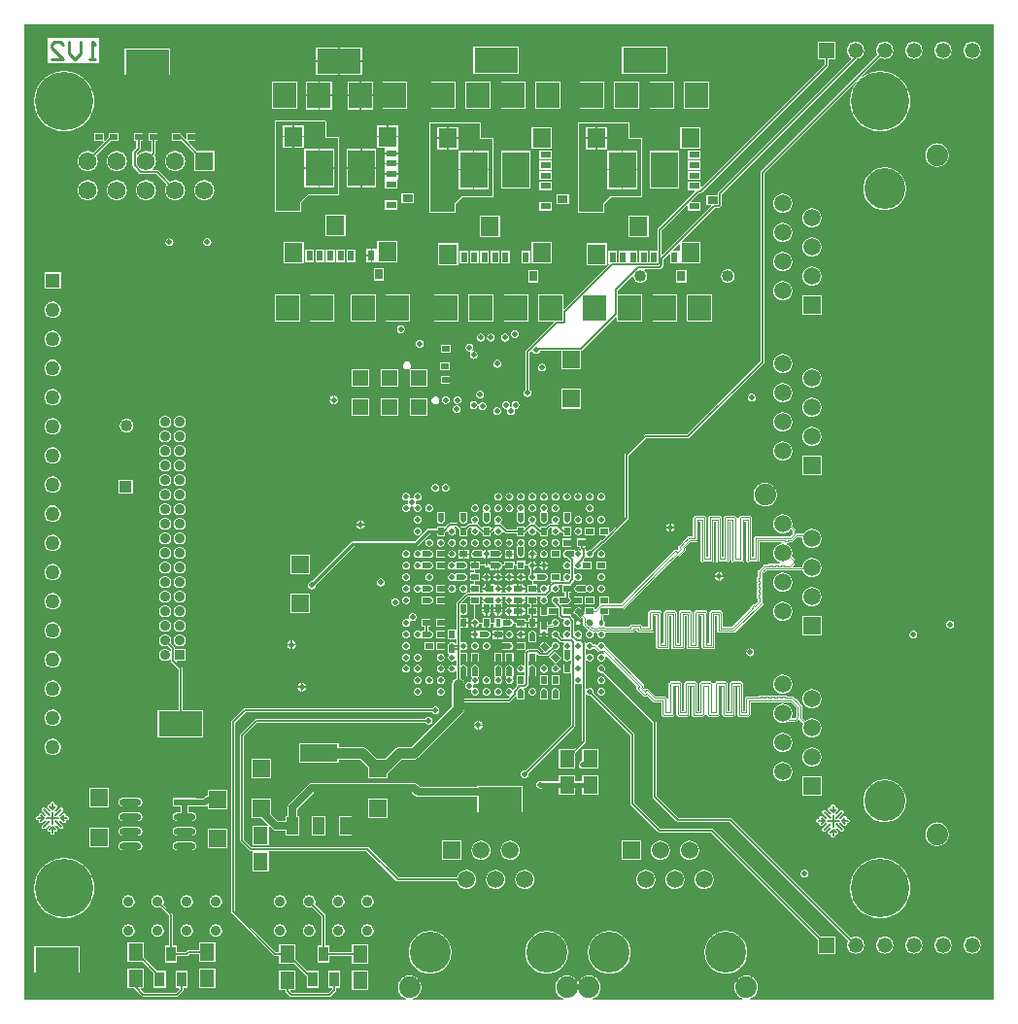
<source format=gbl>
%FSLAX25Y25*%
%MOIN*%
G70*
G01*
G75*
G04 Layer_Physical_Order=8*
G04 Layer_Color=16711680*
%ADD10C,0.00455*%
%ADD11C,0.00400*%
%ADD12C,0.02000*%
%ADD13R,0.02500X0.02000*%
%ADD14R,0.02756X0.03543*%
%ADD15R,0.06000X0.05000*%
%ADD16R,0.03740X0.02362*%
%ADD17R,0.02362X0.03740*%
%ADD18R,0.03740X0.02362*%
%ADD19R,0.02362X0.03740*%
%ADD20R,0.15000X0.08500*%
%ADD21R,0.03543X0.02756*%
%ADD22R,0.00800X0.03300*%
%ADD23R,0.03300X0.00800*%
%ADD24O,0.00800X0.03300*%
%ADD25R,0.10400X0.10400*%
%ADD26C,0.00600*%
%ADD27C,0.01200*%
%ADD28C,0.02500*%
%ADD29C,0.01000*%
%ADD30C,0.00800*%
%ADD31C,0.02000*%
%ADD32C,0.03500*%
%ADD33C,0.04000*%
%ADD34C,0.00500*%
%ADD35C,0.00900*%
%ADD36R,0.02362X0.03740*%
%ADD37R,0.02362X0.03740*%
%ADD38C,0.05200*%
%ADD39R,0.05200X0.05200*%
%ADD40R,0.06000X0.06000*%
%ADD41C,0.03600*%
%ADD42C,0.07400*%
%ADD43C,0.14000*%
%ADD44C,0.05906*%
%ADD45R,0.05906X0.05906*%
%ADD46R,0.07874X0.08661*%
%ADD47R,0.09252X0.12205*%
%ADD48R,0.06299X0.06693*%
%ADD49R,0.06299X0.06693*%
%ADD50C,0.20000*%
%ADD51R,0.05000X0.06000*%
%ADD52R,0.05906X0.05906*%
%ADD53C,0.03500*%
%ADD54R,0.03500X0.03500*%
%ADD55C,0.06200*%
%ADD56R,0.06200X0.06200*%
%ADD57C,0.05000*%
%ADD58R,0.05000X0.05000*%
%ADD59C,0.04000*%
G04:AMPARAMS|DCode=60|XSize=20mil|YSize=20mil|CornerRadius=10mil|HoleSize=0mil|Usage=FLASHONLY|Rotation=135.000|XOffset=0mil|YOffset=0mil|HoleType=Round|Shape=RoundedRectangle|*
%AMROUNDEDRECTD60*
21,1,0.02000,0.00000,0,0,135.0*
21,1,0.00000,0.02000,0,0,135.0*
1,1,0.02000,0.00000,0.00000*
1,1,0.02000,0.00000,0.00000*
1,1,0.02000,0.00000,0.00000*
1,1,0.02000,0.00000,0.00000*
%
%ADD60ROUNDEDRECTD60*%
%ADD61O,0.07480X0.02362*%
%ADD62R,0.03900X0.05900*%
%ADD63R,0.12900X0.05900*%
%ADD64C,0.02800*%
%ADD65C,0.05800*%
%ADD66C,0.04200*%
G04:AMPARAMS|DCode=67|XSize=42mil|YSize=42mil|CornerRadius=0mil|HoleSize=0mil|Usage=FLASHONLY|Rotation=0.000|XOffset=0mil|YOffset=0mil|HoleType=Round|Shape=Relief|Width=10mil|Gap=5mil|Entries=4|*
%AMTHD67*
7,0,0,0.04200,0.03200,0.01000,45*
%
%ADD67THD67*%
%ADD68C,0.08200*%
%ADD69C,0.14800*%
%ADD70C,0.05543*%
G04:AMPARAMS|DCode=71|XSize=28mil|YSize=28mil|CornerRadius=0mil|HoleSize=0mil|Usage=FLASHONLY|Rotation=0.000|XOffset=0mil|YOffset=0mil|HoleType=Round|Shape=Relief|Width=10mil|Gap=5mil|Entries=4|*
%AMTHD71*
7,0,0,0.02800,0.01800,0.01000,45*
%
%ADD71THD71*%
G04:AMPARAMS|DCode=72|XSize=40mil|YSize=40mil|CornerRadius=0mil|HoleSize=0mil|Usage=FLASHONLY|Rotation=0.000|XOffset=0mil|YOffset=0mil|HoleType=Round|Shape=Relief|Width=10mil|Gap=5mil|Entries=4|*
%AMTHD72*
7,0,0,0.04000,0.03000,0.01000,45*
%
%ADD72THD72*%
%ADD73C,0.17650*%
%ADD74C,0.05500*%
G04:AMPARAMS|DCode=75|XSize=52mil|YSize=52mil|CornerRadius=0mil|HoleSize=0mil|Usage=FLASHONLY|Rotation=0.000|XOffset=0mil|YOffset=0mil|HoleType=Round|Shape=Relief|Width=10mil|Gap=5mil|Entries=4|*
%AMTHD75*
7,0,0,0.05200,0.04200,0.01000,45*
%
%ADD75THD75*%
%ADD76C,0.04800*%
%ADD77C,0.00350*%
%ADD78R,0.02000X0.02000*%
%ADD79C,0.01969*%
%ADD80C,0.01600*%
%ADD81C,0.00383*%
G04:AMPARAMS|DCode=82|XSize=55mil|YSize=55mil|CornerRadius=0mil|HoleSize=0mil|Usage=FLASHONLY|Rotation=0.000|XOffset=0mil|YOffset=0mil|HoleType=Round|Shape=Relief|Width=10mil|Gap=5mil|Entries=4|*
%AMTHD82*
7,0,0,0.05500,0.04500,0.01000,45*
%
%ADD82THD82*%
G04:AMPARAMS|DCode=83|XSize=48mil|YSize=48mil|CornerRadius=0mil|HoleSize=0mil|Usage=FLASHONLY|Rotation=0.000|XOffset=0mil|YOffset=0mil|HoleType=Round|Shape=Relief|Width=10mil|Gap=5mil|Entries=4|*
%AMTHD83*
7,0,0,0.04800,0.03800,0.01000,45*
%
%ADD83THD83*%
G04:AMPARAMS|DCode=84|XSize=25mil|YSize=20mil|CornerRadius=0mil|HoleSize=0mil|Usage=FLASHONLY|Rotation=135.000|XOffset=0mil|YOffset=0mil|HoleType=Round|Shape=Rectangle|*
%AMROTATEDRECTD84*
4,1,4,0.01591,-0.00177,0.00177,-0.01591,-0.01591,0.00177,-0.00177,0.01591,0.01591,-0.00177,0.0*
%
%ADD84ROTATEDRECTD84*%

%ADD85R,0.02000X0.02500*%
%ADD86R,0.02300X0.02000*%
%ADD87R,0.01800X0.02500*%
%ADD88R,0.03347X0.05118*%
%ADD89R,0.07480X0.02362*%
%ADD90C,0.01500*%
%ADD91R,0.04000X0.04000*%
%ADD92R,0.02000X0.02500*%
%ADD93R,0.02000X0.02200*%
%ADD94C,0.01800*%
%ADD95R,0.02500X0.01900*%
G04:AMPARAMS|DCode=96|XSize=25mil|YSize=20mil|CornerRadius=10mil|HoleSize=0mil|Usage=FLASHONLY|Rotation=135.000|XOffset=0mil|YOffset=0mil|HoleType=Round|Shape=RoundedRectangle|*
%AMROUNDEDRECTD96*
21,1,0.02500,0.00000,0,0,135.0*
21,1,0.00500,0.02000,0,0,135.0*
1,1,0.02000,-0.00177,0.00177*
1,1,0.02000,0.00177,-0.00177*
1,1,0.02000,0.00177,-0.00177*
1,1,0.02000,-0.00177,0.00177*
%
%ADD96ROUNDEDRECTD96*%
G36*
X433944Y101256D02*
X350325D01*
X350260Y101651D01*
X350553Y101750D01*
X351029Y101985D01*
X351471Y102280D01*
X351870Y102630D01*
X352220Y103029D01*
X352515Y103471D01*
X352750Y103947D01*
X352920Y104449D01*
X353024Y104970D01*
X353059Y105500D01*
X353024Y106030D01*
X352920Y106551D01*
X352750Y107053D01*
X352515Y107529D01*
X352220Y107971D01*
X351870Y108370D01*
X351471Y108720D01*
X351029Y109015D01*
X350553Y109250D01*
X350050Y109420D01*
X349530Y109524D01*
X349000Y109559D01*
X348470Y109524D01*
X347950Y109420D01*
X347447Y109250D01*
X346971Y109015D01*
X346529Y108720D01*
X346130Y108370D01*
X345780Y107971D01*
X345485Y107529D01*
X345250Y107053D01*
X345080Y106551D01*
X344976Y106030D01*
X344941Y105500D01*
X344976Y104970D01*
X345080Y104449D01*
X345250Y103947D01*
X345485Y103471D01*
X345780Y103029D01*
X346130Y102630D01*
X346529Y102280D01*
X346971Y101985D01*
X347447Y101750D01*
X347740Y101651D01*
X347675Y101256D01*
X296325D01*
X296260Y101651D01*
X296553Y101750D01*
X297029Y101985D01*
X297471Y102280D01*
X297870Y102630D01*
X298220Y103029D01*
X298515Y103471D01*
X298750Y103947D01*
X298920Y104449D01*
X299024Y104970D01*
X299059Y105500D01*
X299024Y106030D01*
X298920Y106551D01*
X298750Y107053D01*
X298515Y107529D01*
X298220Y107971D01*
X297870Y108370D01*
X297471Y108720D01*
X297029Y109015D01*
X296553Y109250D01*
X296051Y109420D01*
X295530Y109524D01*
X295000Y109559D01*
X294470Y109524D01*
X293950Y109420D01*
X293447Y109250D01*
X292971Y109015D01*
X292529Y108720D01*
X292130Y108370D01*
X291780Y107971D01*
X291485Y107529D01*
X291450Y107459D01*
X291050D01*
X291015Y107529D01*
X290720Y107971D01*
X290370Y108370D01*
X289971Y108720D01*
X289529Y109015D01*
X289053Y109250D01*
X288550Y109420D01*
X288030Y109524D01*
X287500Y109559D01*
X286970Y109524D01*
X286450Y109420D01*
X285947Y109250D01*
X285471Y109015D01*
X285029Y108720D01*
X284630Y108370D01*
X284280Y107971D01*
X283985Y107529D01*
X283750Y107053D01*
X283580Y106551D01*
X283476Y106030D01*
X283441Y105500D01*
X283476Y104970D01*
X283580Y104449D01*
X283750Y103947D01*
X283985Y103471D01*
X284280Y103029D01*
X284630Y102630D01*
X285029Y102280D01*
X285471Y101985D01*
X285947Y101750D01*
X286240Y101651D01*
X286175Y101256D01*
X234825D01*
X234760Y101651D01*
X235053Y101750D01*
X235529Y101985D01*
X235971Y102280D01*
X236370Y102630D01*
X236720Y103029D01*
X237015Y103471D01*
X237250Y103947D01*
X237420Y104449D01*
X237524Y104970D01*
X237559Y105500D01*
X237524Y106030D01*
X237420Y106551D01*
X237250Y107053D01*
X237015Y107529D01*
X236720Y107971D01*
X236370Y108370D01*
X235971Y108720D01*
X235529Y109015D01*
X235053Y109250D01*
X234550Y109420D01*
X234030Y109524D01*
X233500Y109559D01*
X232970Y109524D01*
X232450Y109420D01*
X231947Y109250D01*
X231471Y109015D01*
X231029Y108720D01*
X230630Y108370D01*
X230280Y107971D01*
X229985Y107529D01*
X229750Y107053D01*
X229580Y106551D01*
X229476Y106030D01*
X229441Y105500D01*
X229476Y104970D01*
X229580Y104449D01*
X229750Y103947D01*
X229985Y103471D01*
X230280Y103029D01*
X230630Y102630D01*
X231029Y102280D01*
X231471Y101985D01*
X231947Y101750D01*
X232240Y101651D01*
X232175Y101256D01*
X101256D01*
Y435944D01*
X433944D01*
Y101256D01*
D02*
G37*
%LPC*%
G36*
X277393Y234176D02*
X275893D01*
Y232926D01*
X277393D01*
Y234176D01*
D02*
G37*
G36*
X154600Y236607D02*
X154271Y236581D01*
X153949Y236503D01*
X153644Y236377D01*
X153362Y236204D01*
X153111Y235989D01*
X152896Y235738D01*
X152723Y235456D01*
X152597Y235151D01*
X152519Y234829D01*
X152494Y234500D01*
X152519Y234171D01*
X152597Y233849D01*
X152723Y233544D01*
X152896Y233262D01*
X153111Y233011D01*
X153362Y232796D01*
X153644Y232623D01*
X153949Y232497D01*
X154271Y232419D01*
X154600Y232394D01*
X154929Y232419D01*
X155251Y232497D01*
X155556Y232623D01*
X155838Y232796D01*
X156089Y233011D01*
X156304Y233262D01*
X156477Y233544D01*
X156603Y233849D01*
X156681Y234171D01*
X156707Y234500D01*
X156681Y234829D01*
X156603Y235151D01*
X156477Y235456D01*
X156304Y235738D01*
X156089Y235989D01*
X155838Y236204D01*
X155556Y236377D01*
X155251Y236503D01*
X154929Y236581D01*
X154600Y236607D01*
D02*
G37*
G36*
X149600D02*
X149270Y236581D01*
X148949Y236503D01*
X148644Y236377D01*
X148362Y236204D01*
X148110Y235989D01*
X147896Y235738D01*
X147723Y235456D01*
X147597Y235151D01*
X147519Y234829D01*
X147494Y234500D01*
X147519Y234171D01*
X147597Y233849D01*
X147723Y233544D01*
X147896Y233262D01*
X148110Y233011D01*
X148362Y232796D01*
X148644Y232623D01*
X148949Y232497D01*
X149270Y232419D01*
X149600Y232394D01*
X149929Y232419D01*
X150251Y232497D01*
X150556Y232623D01*
X150838Y232796D01*
X151090Y233011D01*
X151304Y233262D01*
X151477Y233544D01*
X151603Y233849D01*
X151681Y234171D01*
X151707Y234500D01*
X151681Y234829D01*
X151603Y235151D01*
X151477Y235456D01*
X151304Y235738D01*
X151090Y235989D01*
X150838Y236204D01*
X150556Y236377D01*
X150251Y236503D01*
X149929Y236581D01*
X149600Y236607D01*
D02*
G37*
G36*
X199350Y240450D02*
X192650D01*
Y233750D01*
X199350D01*
Y240450D01*
D02*
G37*
G36*
X371500Y242810D02*
X371068Y242781D01*
X370643Y242697D01*
X370233Y242558D01*
X369845Y242366D01*
X369485Y242126D01*
X369159Y241840D01*
X368874Y241515D01*
X368633Y241155D01*
X368442Y240767D01*
X368303Y240357D01*
X368218Y239932D01*
X368190Y239500D01*
X368218Y239068D01*
X368303Y238643D01*
X368442Y238233D01*
X368633Y237845D01*
X368874Y237485D01*
X369159Y237160D01*
X369485Y236874D01*
X369845Y236634D01*
X370233Y236442D01*
X370643Y236303D01*
X371068Y236219D01*
X371500Y236190D01*
X371932Y236219D01*
X372356Y236303D01*
X372766Y236442D01*
X373155Y236634D01*
X373515Y236874D01*
X373840Y237160D01*
X374126Y237485D01*
X374366Y237845D01*
X374558Y238233D01*
X374697Y238643D01*
X374781Y239068D01*
X374810Y239500D01*
X374781Y239932D01*
X374697Y240357D01*
X374558Y240767D01*
X374366Y241155D01*
X374126Y241515D01*
X373840Y241840D01*
X373515Y242126D01*
X373155Y242366D01*
X372766Y242558D01*
X372356Y242697D01*
X371932Y242781D01*
X371500Y242810D01*
D02*
G37*
G36*
X111000Y240859D02*
X110553Y240824D01*
X110117Y240719D01*
X109702Y240547D01*
X109320Y240313D01*
X108978Y240021D01*
X108687Y239680D01*
X108453Y239298D01*
X108281Y238883D01*
X108176Y238447D01*
X108141Y238000D01*
X108176Y237553D01*
X108281Y237117D01*
X108453Y236702D01*
X108687Y236320D01*
X108978Y235979D01*
X109320Y235687D01*
X109702Y235453D01*
X110117Y235281D01*
X110553Y235176D01*
X111000Y235141D01*
X111447Y235176D01*
X111883Y235281D01*
X112298Y235453D01*
X112680Y235687D01*
X113022Y235979D01*
X113313Y236320D01*
X113547Y236702D01*
X113719Y237117D01*
X113824Y237553D01*
X113859Y238000D01*
X113824Y238447D01*
X113719Y238883D01*
X113547Y239298D01*
X113313Y239680D01*
X113022Y240021D01*
X112680Y240313D01*
X112298Y240547D01*
X111883Y240719D01*
X111447Y240824D01*
X111000Y240859D01*
D02*
G37*
G36*
X277393Y235926D02*
X275893D01*
Y234676D01*
X277393D01*
Y235926D01*
D02*
G37*
G36*
X234500Y233857D02*
X234235Y233830D01*
X233981Y233753D01*
X233746Y233628D01*
X233541Y233459D01*
X233372Y233254D01*
X233247Y233019D01*
X233170Y232765D01*
X233143Y232500D01*
X233170Y232235D01*
X233247Y231981D01*
X233258Y231961D01*
X232975Y231678D01*
X232855Y231742D01*
X232600Y231819D01*
X232335Y231845D01*
X232071Y231819D01*
X231816Y231742D01*
X231582Y231617D01*
X231376Y231448D01*
X231207Y231242D01*
X231082Y231008D01*
X231005Y230753D01*
X230979Y230489D01*
X231005Y230224D01*
X231082Y229970D01*
X231207Y229735D01*
X231376Y229530D01*
X231582Y229361D01*
X231816Y229236D01*
X232071Y229158D01*
X232335Y229132D01*
X232600Y229158D01*
X232855Y229236D01*
X233089Y229361D01*
X233295Y229530D01*
X233463Y229735D01*
X233589Y229970D01*
X233666Y230224D01*
X233692Y230489D01*
X233666Y230753D01*
X233589Y231008D01*
X233578Y231028D01*
X233861Y231311D01*
X233981Y231247D01*
X234235Y231170D01*
X234500Y231143D01*
X234765Y231170D01*
X235019Y231247D01*
X235254Y231372D01*
X235459Y231541D01*
X235628Y231746D01*
X235753Y231981D01*
X235830Y232235D01*
X235857Y232500D01*
X235830Y232765D01*
X235753Y233019D01*
X235628Y233254D01*
X235459Y233459D01*
X235254Y233628D01*
X235019Y233753D01*
X234765Y233830D01*
X234500Y233857D01*
D02*
G37*
G36*
X291391Y231245D02*
X291195Y231220D01*
X291012Y231144D01*
X290856Y231024D01*
X290736Y230867D01*
X290660Y230685D01*
X290634Y230489D01*
X290660Y230293D01*
X290736Y230111D01*
X290856Y229954D01*
X291012Y229834D01*
X291195Y229758D01*
X291391Y229732D01*
X291586Y229758D01*
X291769Y229834D01*
X291926Y229954D01*
X292046Y230111D01*
X292121Y230293D01*
X292147Y230489D01*
X292121Y230685D01*
X292046Y230867D01*
X291926Y231024D01*
X291769Y231144D01*
X291586Y231220D01*
X291391Y231245D01*
D02*
G37*
G36*
X245746Y231839D02*
X242546D01*
Y229139D01*
X245746D01*
Y231839D01*
D02*
G37*
G36*
X255707Y230239D02*
X254475D01*
X254479Y230195D01*
X254565Y229912D01*
X254704Y229651D01*
X254892Y229423D01*
X255120Y229236D01*
X255381Y229096D01*
X255663Y229011D01*
X255707Y229006D01*
Y230239D01*
D02*
G37*
G36*
X283517Y231845D02*
X283252Y231819D01*
X282997Y231742D01*
X282763Y231617D01*
X282557Y231448D01*
X282389Y231242D01*
X282263Y231008D01*
X282186Y230753D01*
X282160Y230489D01*
X282178Y230310D01*
X282067Y230188D01*
X281493Y230014D01*
X280950D01*
Y231031D01*
X278250D01*
Y227831D01*
X278250D01*
X278293Y227796D01*
X278334Y227398D01*
X278326Y227389D01*
X278187Y227129D01*
X278101Y226846D01*
X278097Y226802D01*
X281062D01*
X281058Y226846D01*
X280972Y227129D01*
X280833Y227389D01*
X280767Y227470D01*
X280938Y227831D01*
X280950D01*
Y228849D01*
X282459D01*
X282459Y228849D01*
X282610Y228869D01*
X282750Y228927D01*
X282871Y229019D01*
X283066Y229215D01*
X283252Y229158D01*
X283517Y229132D01*
X283781Y229158D01*
X284036Y229236D01*
X284270Y229361D01*
X284476Y229530D01*
X284645Y229735D01*
X284770Y229970D01*
X284847Y230224D01*
X284873Y230489D01*
X284847Y230753D01*
X284770Y231008D01*
X284645Y231242D01*
X284476Y231448D01*
X284270Y231617D01*
X284036Y231742D01*
X283781Y231819D01*
X283517Y231845D01*
D02*
G37*
G36*
X361500Y237810D02*
X361068Y237782D01*
X360643Y237697D01*
X360233Y237558D01*
X359845Y237366D01*
X359485Y237126D01*
X359159Y236840D01*
X358874Y236515D01*
X358633Y236155D01*
X358442Y235767D01*
X358303Y235357D01*
X358218Y234932D01*
X358190Y234500D01*
X358218Y234068D01*
X358303Y233643D01*
X358442Y233233D01*
X358633Y232845D01*
X358874Y232485D01*
X359159Y232160D01*
X359485Y231874D01*
X359845Y231634D01*
X360233Y231442D01*
X360643Y231303D01*
X361068Y231219D01*
X361500Y231190D01*
X361932Y231219D01*
X362356Y231303D01*
X362766Y231442D01*
X363155Y231634D01*
X363515Y231874D01*
X363840Y232160D01*
X364126Y232485D01*
X364366Y232845D01*
X364558Y233233D01*
X364697Y233643D01*
X364781Y234068D01*
X364810Y234500D01*
X364781Y234932D01*
X364697Y235357D01*
X364558Y235767D01*
X364366Y236155D01*
X364126Y236515D01*
X363840Y236840D01*
X363515Y237126D01*
X363155Y237366D01*
X362766Y237558D01*
X362356Y237697D01*
X361932Y237782D01*
X361500Y237810D01*
D02*
G37*
G36*
X277143Y232239D02*
X275893D01*
Y230739D01*
X277143D01*
Y232239D01*
D02*
G37*
G36*
X253520D02*
X252270D01*
Y230739D01*
X253520D01*
Y232239D01*
D02*
G37*
G36*
X228535Y239069D02*
X228271Y239043D01*
X228016Y238966D01*
X227782Y238840D01*
X227576Y238671D01*
X227408Y238466D01*
X227282Y238231D01*
X227205Y237977D01*
X227179Y237712D01*
X227205Y237448D01*
X227282Y237193D01*
X227408Y236959D01*
X227576Y236753D01*
X227782Y236584D01*
X228016Y236459D01*
X228271Y236382D01*
X228535Y236356D01*
X228800Y236382D01*
X229054Y236459D01*
X229289Y236584D01*
X229495Y236753D01*
X229663Y236959D01*
X229789Y237193D01*
X229866Y237448D01*
X229892Y237712D01*
X229866Y237977D01*
X229789Y238231D01*
X229663Y238466D01*
X229495Y238671D01*
X229289Y238840D01*
X229054Y238966D01*
X228800Y239043D01*
X228535Y239069D01*
D02*
G37*
G36*
X236272Y243656D02*
X236008Y243631D01*
X235753Y243553D01*
X235519Y243428D01*
X235313Y243259D01*
X235144Y243054D01*
X235019Y242819D01*
X234942Y242565D01*
X234916Y242300D01*
X234942Y242035D01*
X235019Y241781D01*
X235144Y241546D01*
X235313Y241341D01*
X235519Y241172D01*
X235753Y241047D01*
X236008Y240969D01*
X236272Y240944D01*
X236537Y240969D01*
X236791Y241047D01*
X237026Y241172D01*
X237185Y241302D01*
X237406Y241198D01*
X237546Y241082D01*
Y240950D01*
X240746D01*
Y241074D01*
X240954Y241185D01*
X241157Y241352D01*
X241324Y241555D01*
X241448Y241787D01*
X241524Y242038D01*
X241550Y242300D01*
X241524Y242562D01*
X241448Y242813D01*
X241324Y243045D01*
X241157Y243248D01*
X240954Y243415D01*
X240746Y243526D01*
Y243650D01*
X237546D01*
Y243518D01*
X237406Y243402D01*
X237185Y243298D01*
X237026Y243428D01*
X236791Y243553D01*
X236537Y243631D01*
X236272Y243656D01*
D02*
G37*
G36*
X248083D02*
X247819Y243631D01*
X247564Y243553D01*
X247330Y243428D01*
X247124Y243259D01*
X246955Y243054D01*
X246830Y242819D01*
X246753Y242565D01*
X246727Y242300D01*
X246753Y242035D01*
X246830Y241781D01*
X246955Y241546D01*
X247124Y241341D01*
X247330Y241172D01*
X247564Y241047D01*
X247819Y240969D01*
X248083Y240944D01*
X248348Y240969D01*
X248603Y241047D01*
X248837Y241172D01*
X249043Y241341D01*
X249211Y241546D01*
X249337Y241781D01*
X249414Y242035D01*
X249440Y242300D01*
X249414Y242565D01*
X249337Y242819D01*
X249211Y243054D01*
X249043Y243259D01*
X248837Y243428D01*
X248603Y243553D01*
X248348Y243631D01*
X248083Y243656D01*
D02*
G37*
G36*
X232335D02*
X232071Y243631D01*
X231816Y243553D01*
X231582Y243428D01*
X231376Y243259D01*
X231207Y243054D01*
X231082Y242819D01*
X231005Y242565D01*
X230979Y242300D01*
X231005Y242035D01*
X231082Y241781D01*
X231207Y241546D01*
X231376Y241341D01*
X231582Y241172D01*
X231816Y241047D01*
X232071Y240969D01*
X232335Y240944D01*
X232600Y240969D01*
X232855Y241047D01*
X233089Y241172D01*
X233295Y241341D01*
X233463Y241546D01*
X233589Y241781D01*
X233666Y242035D01*
X233692Y242300D01*
X233666Y242565D01*
X233589Y242819D01*
X233463Y243054D01*
X233295Y243259D01*
X233089Y243428D01*
X232855Y243553D01*
X232600Y243631D01*
X232335Y243656D01*
D02*
G37*
G36*
X245746Y243650D02*
X242546D01*
Y240950D01*
X245746D01*
Y243650D01*
D02*
G37*
G36*
X361500Y247810D02*
X361068Y247781D01*
X360643Y247697D01*
X360233Y247558D01*
X359845Y247366D01*
X359485Y247126D01*
X359159Y246840D01*
X358874Y246515D01*
X358633Y246155D01*
X358442Y245767D01*
X358303Y245357D01*
X358218Y244932D01*
X358190Y244500D01*
X358218Y244068D01*
X358303Y243643D01*
X358442Y243233D01*
X358633Y242845D01*
X358874Y242485D01*
X359159Y242160D01*
X359485Y241874D01*
X359845Y241634D01*
X360233Y241442D01*
X360643Y241303D01*
X361068Y241218D01*
X361500Y241190D01*
X361932Y241218D01*
X362356Y241303D01*
X362766Y241442D01*
X363155Y241634D01*
X363515Y241874D01*
X363840Y242160D01*
X364126Y242485D01*
X364366Y242845D01*
X364558Y243233D01*
X364697Y243643D01*
X364781Y244068D01*
X364810Y244500D01*
X364781Y244932D01*
X364697Y245357D01*
X364558Y245767D01*
X364366Y246155D01*
X364126Y246515D01*
X363840Y246840D01*
X363515Y247126D01*
X363155Y247366D01*
X362766Y247558D01*
X362356Y247697D01*
X361932Y247781D01*
X361500Y247810D01*
D02*
G37*
G36*
X299265Y243641D02*
X299003Y243615D01*
X298751Y243539D01*
X298520Y243415D01*
X298317Y243248D01*
X298150Y243045D01*
X298026Y242813D01*
X297950Y242562D01*
X297924Y242300D01*
X297950Y242038D01*
X298026Y241787D01*
X298150Y241555D01*
X298317Y241352D01*
X298520Y241185D01*
X298751Y241061D01*
X299003Y240985D01*
X299265Y240959D01*
X299526Y240985D01*
X299778Y241061D01*
X300009Y241185D01*
X300213Y241352D01*
X300379Y241555D01*
X300503Y241787D01*
X300580Y242038D01*
X300605Y242300D01*
X300580Y242562D01*
X300503Y242813D01*
X300379Y243045D01*
X300213Y243248D01*
X300009Y243415D01*
X299778Y243539D01*
X299526Y243615D01*
X299265Y243641D01*
D02*
G37*
G36*
X294054Y243650D02*
X290854D01*
Y243526D01*
X290646Y243415D01*
X290443Y243248D01*
X290276Y243045D01*
X290152Y242813D01*
X290076Y242562D01*
X290050Y242300D01*
X290076Y242038D01*
X290152Y241787D01*
X290276Y241555D01*
X290443Y241352D01*
X290646Y241185D01*
X290854Y241074D01*
Y240950D01*
X294054D01*
Y241085D01*
X294247Y241243D01*
X294415Y241323D01*
X294583Y241185D01*
X294814Y241061D01*
X295066Y240985D01*
X295328Y240959D01*
X295589Y240985D01*
X295841Y241061D01*
X296073Y241185D01*
X296276Y241352D01*
X296442Y241555D01*
X296566Y241787D01*
X296642Y242038D01*
X296668Y242300D01*
X296642Y242562D01*
X296566Y242813D01*
X296442Y243045D01*
X296276Y243248D01*
X296073Y243415D01*
X295841Y243539D01*
X295589Y243615D01*
X295328Y243641D01*
X295066Y243615D01*
X294814Y243539D01*
X294583Y243415D01*
X294415Y243277D01*
X294247Y243357D01*
X294054Y243515D01*
Y243650D01*
D02*
G37*
G36*
X154600Y241606D02*
X154271Y241581D01*
X153949Y241503D01*
X153644Y241377D01*
X153362Y241204D01*
X153111Y240989D01*
X152896Y240738D01*
X152723Y240456D01*
X152597Y240151D01*
X152519Y239829D01*
X152494Y239500D01*
X152519Y239171D01*
X152597Y238849D01*
X152723Y238544D01*
X152896Y238262D01*
X153111Y238011D01*
X153362Y237796D01*
X153644Y237623D01*
X153949Y237497D01*
X154271Y237419D01*
X154600Y237393D01*
X154929Y237419D01*
X155251Y237497D01*
X155556Y237623D01*
X155838Y237796D01*
X156089Y238011D01*
X156304Y238262D01*
X156477Y238544D01*
X156603Y238849D01*
X156681Y239171D01*
X156707Y239500D01*
X156681Y239829D01*
X156603Y240151D01*
X156477Y240456D01*
X156304Y240738D01*
X156089Y240989D01*
X155838Y241204D01*
X155556Y241377D01*
X155251Y241503D01*
X154929Y241581D01*
X154600Y241606D01*
D02*
G37*
G36*
X291391Y239720D02*
X291324Y239713D01*
X289791D01*
Y237013D01*
X291324D01*
X291391Y237006D01*
X291457Y237013D01*
X292991D01*
Y239713D01*
X291457D01*
X291391Y239720D01*
D02*
G37*
G36*
X232335D02*
X232071Y239693D01*
X231816Y239616D01*
X231582Y239491D01*
X231376Y239322D01*
X231207Y239117D01*
X231082Y238882D01*
X231005Y238628D01*
X230979Y238363D01*
X231005Y238098D01*
X231082Y237844D01*
X231207Y237609D01*
X231376Y237404D01*
X231582Y237235D01*
X231816Y237110D01*
X232071Y237033D01*
X232335Y237006D01*
X232600Y237033D01*
X232855Y237110D01*
X233089Y237235D01*
X233295Y237404D01*
X233463Y237609D01*
X233589Y237844D01*
X233666Y238098D01*
X233692Y238363D01*
X233666Y238628D01*
X233589Y238882D01*
X233463Y239117D01*
X233295Y239322D01*
X233089Y239491D01*
X232855Y239616D01*
X232600Y239693D01*
X232335Y239720D01*
D02*
G37*
G36*
X277393Y238113D02*
X275893D01*
Y236863D01*
X277393D01*
Y238113D01*
D02*
G37*
G36*
X240746Y239713D02*
X237546D01*
Y237013D01*
X240746D01*
Y237137D01*
X240954Y237248D01*
X241157Y237415D01*
X241324Y237618D01*
X241448Y237850D01*
X241524Y238101D01*
X241550Y238363D01*
X241524Y238625D01*
X241448Y238876D01*
X241324Y239108D01*
X241157Y239311D01*
X240954Y239478D01*
X240746Y239589D01*
Y239713D01*
D02*
G37*
G36*
X149600Y241606D02*
X149270Y241581D01*
X148949Y241503D01*
X148644Y241377D01*
X148362Y241204D01*
X148110Y240989D01*
X147896Y240738D01*
X147723Y240456D01*
X147597Y240151D01*
X147519Y239829D01*
X147494Y239500D01*
X147519Y239171D01*
X147597Y238849D01*
X147723Y238544D01*
X147896Y238262D01*
X148110Y238011D01*
X148362Y237796D01*
X148644Y237623D01*
X148949Y237497D01*
X149270Y237419D01*
X149600Y237393D01*
X149929Y237419D01*
X150251Y237497D01*
X150556Y237623D01*
X150838Y237796D01*
X151090Y238011D01*
X151304Y238262D01*
X151477Y238544D01*
X151603Y238849D01*
X151681Y239171D01*
X151707Y239500D01*
X151681Y239829D01*
X151603Y240151D01*
X151477Y240456D01*
X151304Y240738D01*
X151090Y240989D01*
X150838Y241204D01*
X150556Y241377D01*
X150251Y241503D01*
X149929Y241581D01*
X149600Y241606D01*
D02*
G37*
G36*
X296928Y239713D02*
X293728D01*
Y237013D01*
X296928D01*
Y239713D01*
D02*
G37*
G36*
X245746D02*
X242546D01*
Y237013D01*
X245746D01*
Y239713D01*
D02*
G37*
G36*
X281062Y226302D02*
X279830D01*
Y225069D01*
X279874Y225074D01*
X280156Y225159D01*
X280417Y225299D01*
X280645Y225486D01*
X280833Y225714D01*
X280972Y225975D01*
X281058Y226258D01*
X281062Y226302D01*
D02*
G37*
G36*
X279330D02*
X278097D01*
X278101Y226258D01*
X278187Y225975D01*
X278326Y225714D01*
X278514Y225486D01*
X278742Y225299D01*
X279003Y225159D01*
X279286Y225074D01*
X279330Y225069D01*
Y226302D01*
D02*
G37*
G36*
X273188D02*
X271956D01*
Y225069D01*
X272000Y225074D01*
X272282Y225159D01*
X272543Y225299D01*
X272771Y225486D01*
X272959Y225714D01*
X273098Y225975D01*
X273184Y226258D01*
X273188Y226302D01*
D02*
G37*
G36*
X111000Y230819D02*
X110553Y230784D01*
X110117Y230679D01*
X109702Y230508D01*
X109320Y230273D01*
X108978Y229982D01*
X108687Y229641D01*
X108453Y229258D01*
X108281Y228844D01*
X108176Y228408D01*
X108141Y227961D01*
X108176Y227513D01*
X108281Y227077D01*
X108453Y226663D01*
X108687Y226280D01*
X108978Y225939D01*
X109320Y225648D01*
X109702Y225413D01*
X110117Y225242D01*
X110553Y225137D01*
X111000Y225102D01*
X111447Y225137D01*
X111883Y225242D01*
X112298Y225413D01*
X112680Y225648D01*
X113022Y225939D01*
X113313Y226280D01*
X113547Y226663D01*
X113719Y227077D01*
X113824Y227513D01*
X113859Y227961D01*
X113824Y228408D01*
X113719Y228844D01*
X113547Y229258D01*
X113313Y229641D01*
X113022Y229982D01*
X112680Y230273D01*
X112298Y230508D01*
X111883Y230679D01*
X111447Y230784D01*
X111000Y230819D01*
D02*
G37*
G36*
X267769Y227908D02*
X267504Y227882D01*
X267249Y227805D01*
X267015Y227680D01*
X266809Y227511D01*
X266641Y227306D01*
X266515Y227071D01*
X266438Y226816D01*
X266412Y226552D01*
X266438Y226287D01*
X266515Y226033D01*
X266641Y225798D01*
X266809Y225593D01*
X267015Y225424D01*
X267249Y225299D01*
X267504Y225221D01*
X267769Y225195D01*
X268033Y225221D01*
X268288Y225299D01*
X268522Y225424D01*
X268728Y225593D01*
X268897Y225798D01*
X269022Y226033D01*
X269099Y226287D01*
X269125Y226552D01*
X269099Y226816D01*
X269022Y227071D01*
X268897Y227306D01*
X268728Y227511D01*
X268522Y227680D01*
X268288Y227805D01*
X268033Y227882D01*
X267769Y227908D01*
D02*
G37*
G36*
X232335D02*
X232071Y227882D01*
X231816Y227805D01*
X231582Y227680D01*
X231376Y227511D01*
X231207Y227306D01*
X231082Y227071D01*
X231005Y226816D01*
X230979Y226552D01*
X231005Y226287D01*
X231082Y226033D01*
X231207Y225798D01*
X231376Y225593D01*
X231582Y225424D01*
X231816Y225299D01*
X232071Y225221D01*
X232335Y225195D01*
X232600Y225221D01*
X232855Y225299D01*
X233089Y225424D01*
X233295Y225593D01*
X233463Y225798D01*
X233589Y226033D01*
X233666Y226287D01*
X233692Y226552D01*
X233666Y226816D01*
X233589Y227071D01*
X233463Y227306D01*
X233295Y227511D01*
X233089Y227680D01*
X232855Y227805D01*
X232600Y227882D01*
X232335Y227908D01*
D02*
G37*
G36*
X406400Y227856D02*
X406135Y227831D01*
X405881Y227753D01*
X405646Y227628D01*
X405441Y227459D01*
X405272Y227254D01*
X405147Y227019D01*
X405069Y226765D01*
X405044Y226500D01*
X405069Y226235D01*
X405147Y225981D01*
X405272Y225746D01*
X405441Y225541D01*
X405646Y225372D01*
X405881Y225247D01*
X406135Y225169D01*
X406400Y225144D01*
X406665Y225169D01*
X406919Y225247D01*
X407154Y225372D01*
X407359Y225541D01*
X407528Y225746D01*
X407653Y225981D01*
X407730Y226235D01*
X407757Y226500D01*
X407730Y226765D01*
X407653Y227019D01*
X407528Y227254D01*
X407359Y227459D01*
X407154Y227628D01*
X406919Y227753D01*
X406665Y227831D01*
X406400Y227856D01*
D02*
G37*
G36*
X271456Y226302D02*
X270223D01*
X270227Y226258D01*
X270313Y225975D01*
X270452Y225714D01*
X270640Y225486D01*
X270868Y225299D01*
X271129Y225159D01*
X271411Y225074D01*
X271456Y225069D01*
Y226302D01*
D02*
G37*
G36*
X193250Y224483D02*
Y223250D01*
X194483D01*
X194478Y223294D01*
X194393Y223577D01*
X194253Y223837D01*
X194066Y224066D01*
X193837Y224253D01*
X193577Y224393D01*
X193294Y224478D01*
X193250Y224483D01*
D02*
G37*
G36*
X192750D02*
X192706Y224478D01*
X192423Y224393D01*
X192163Y224253D01*
X191934Y224066D01*
X191747Y223837D01*
X191607Y223577D01*
X191522Y223294D01*
X191517Y223250D01*
X192750D01*
Y224483D01*
D02*
G37*
G36*
X154600Y226606D02*
X154271Y226581D01*
X153949Y226503D01*
X153644Y226377D01*
X153362Y226204D01*
X153111Y225990D01*
X152896Y225738D01*
X152723Y225456D01*
X152597Y225151D01*
X152519Y224830D01*
X152494Y224500D01*
X152519Y224170D01*
X152597Y223849D01*
X152723Y223544D01*
X152896Y223262D01*
X153111Y223010D01*
X153362Y222796D01*
X153644Y222623D01*
X153949Y222497D01*
X154271Y222419D01*
X154600Y222393D01*
X154929Y222419D01*
X155251Y222497D01*
X155556Y222623D01*
X155838Y222796D01*
X156089Y223010D01*
X156304Y223262D01*
X156477Y223544D01*
X156603Y223849D01*
X156681Y224170D01*
X156707Y224500D01*
X156681Y224830D01*
X156603Y225151D01*
X156477Y225456D01*
X156304Y225738D01*
X156089Y225990D01*
X155838Y226204D01*
X155556Y226377D01*
X155251Y226503D01*
X154929Y226581D01*
X154600Y226606D01*
D02*
G37*
G36*
X275643Y227892D02*
X275381Y227867D01*
X275130Y227790D01*
X274898Y227667D01*
X274695Y227500D01*
X274528Y227297D01*
X274417Y227089D01*
X274293D01*
Y223889D01*
X276993D01*
Y227089D01*
X276869D01*
X276757Y227297D01*
X276591Y227500D01*
X276388Y227667D01*
X276156Y227790D01*
X275904Y227867D01*
X275643Y227892D01*
D02*
G37*
G36*
X255707Y226302D02*
X254475D01*
X254479Y226258D01*
X254565Y225975D01*
X254704Y225714D01*
X254892Y225486D01*
X255120Y225299D01*
X255381Y225159D01*
X255663Y225074D01*
X255707Y225069D01*
Y226302D01*
D02*
G37*
G36*
X265582D02*
X264082D01*
Y225052D01*
X265582D01*
Y226302D01*
D02*
G37*
G36*
X263582D02*
X262082D01*
Y225052D01*
X263582D01*
Y226302D01*
D02*
G37*
G36*
X256207Y228034D02*
Y226552D01*
Y225069D01*
X256252Y225074D01*
X256534Y225159D01*
X256795Y225299D01*
X257023Y225486D01*
X257023D01*
X257232Y225202D01*
Y225202D01*
X260432D01*
Y225326D01*
X260640Y225437D01*
X260843Y225604D01*
X261009Y225807D01*
X261133Y226039D01*
X261210Y226290D01*
X261235Y226552D01*
X261210Y226813D01*
X261133Y227065D01*
X261009Y227297D01*
X260843Y227500D01*
X260640Y227667D01*
X260432Y227778D01*
Y227902D01*
X257232D01*
Y227902D01*
X257195Y227852D01*
X256798Y227802D01*
X256795Y227805D01*
X256534Y227944D01*
X256252Y228030D01*
X256207Y228034D01*
D02*
G37*
G36*
X419000Y231357D02*
X418735Y231330D01*
X418481Y231253D01*
X418246Y231128D01*
X418041Y230959D01*
X417872Y230754D01*
X417747Y230519D01*
X417669Y230265D01*
X417643Y230000D01*
X417669Y229735D01*
X417747Y229481D01*
X417872Y229246D01*
X418041Y229041D01*
X418246Y228872D01*
X418481Y228747D01*
X418735Y228670D01*
X419000Y228643D01*
X419265Y228670D01*
X419519Y228747D01*
X419754Y228872D01*
X419959Y229041D01*
X420128Y229246D01*
X420253Y229481D01*
X420330Y229735D01*
X420357Y230000D01*
X420330Y230265D01*
X420253Y230519D01*
X420128Y230754D01*
X419959Y230959D01*
X419754Y231128D01*
X419519Y231253D01*
X419265Y231330D01*
X419000Y231357D01*
D02*
G37*
G36*
X240746Y231839D02*
X237546D01*
Y229139D01*
X238491D01*
Y227902D01*
X237546D01*
Y227769D01*
X237406Y227654D01*
X237185Y227549D01*
X237026Y227680D01*
X236791Y227805D01*
X236537Y227882D01*
X236272Y227908D01*
X236008Y227882D01*
X235753Y227805D01*
X235519Y227680D01*
X235313Y227511D01*
X235144Y227306D01*
X235019Y227071D01*
X234942Y226816D01*
X234916Y226552D01*
X234942Y226287D01*
X235019Y226033D01*
X235144Y225798D01*
X235313Y225593D01*
X235519Y225424D01*
X235753Y225299D01*
X236008Y225221D01*
X236272Y225195D01*
X236537Y225221D01*
X236791Y225299D01*
X237026Y225424D01*
X237185Y225554D01*
X237406Y225450D01*
X237546Y225334D01*
Y225202D01*
X240746D01*
Y225326D01*
X240954Y225437D01*
X241157Y225604D01*
X241324Y225807D01*
X241448Y226039D01*
X241524Y226290D01*
X241550Y226552D01*
X241524Y226813D01*
X241448Y227065D01*
X241324Y227297D01*
X241157Y227500D01*
X240954Y227667D01*
X240746Y227778D01*
Y227902D01*
X239802D01*
Y229139D01*
X240746D01*
Y231839D01*
D02*
G37*
G36*
X154600Y231607D02*
X154271Y231581D01*
X153949Y231503D01*
X153644Y231377D01*
X153362Y231204D01*
X153111Y230990D01*
X152896Y230738D01*
X152723Y230456D01*
X152597Y230151D01*
X152519Y229830D01*
X152494Y229500D01*
X152519Y229170D01*
X152597Y228849D01*
X152723Y228544D01*
X152896Y228262D01*
X153111Y228011D01*
X153362Y227796D01*
X153644Y227623D01*
X153949Y227497D01*
X154271Y227419D01*
X154600Y227394D01*
X154929Y227419D01*
X155251Y227497D01*
X155556Y227623D01*
X155838Y227796D01*
X156089Y228011D01*
X156304Y228262D01*
X156477Y228544D01*
X156603Y228849D01*
X156681Y229170D01*
X156707Y229500D01*
X156681Y229830D01*
X156603Y230151D01*
X156477Y230456D01*
X156304Y230738D01*
X156089Y230990D01*
X155838Y231204D01*
X155556Y231377D01*
X155251Y231503D01*
X154929Y231581D01*
X154600Y231607D01*
D02*
G37*
G36*
X253520Y230239D02*
X252270D01*
Y228739D01*
X253520D01*
Y230239D01*
D02*
G37*
G36*
X273456D02*
X271956D01*
Y228989D01*
X273456D01*
Y230239D01*
D02*
G37*
G36*
X277143D02*
X275893D01*
Y228739D01*
X277143D01*
Y230239D01*
D02*
G37*
G36*
X275393D02*
X274143D01*
Y228739D01*
X275393D01*
Y230239D01*
D02*
G37*
G36*
X149600Y231607D02*
X149270Y231581D01*
X148949Y231503D01*
X148644Y231377D01*
X148362Y231204D01*
X148110Y230990D01*
X147896Y230738D01*
X147723Y230456D01*
X147597Y230151D01*
X147519Y229830D01*
X147494Y229500D01*
X147519Y229170D01*
X147597Y228849D01*
X147723Y228544D01*
X147896Y228262D01*
X148110Y228011D01*
X148362Y227796D01*
X148644Y227623D01*
X148949Y227497D01*
X149270Y227419D01*
X149600Y227394D01*
X149929Y227419D01*
X150251Y227497D01*
X150556Y227623D01*
X150838Y227796D01*
X151090Y228011D01*
X151304Y228262D01*
X151477Y228544D01*
X151603Y228849D01*
X151681Y229170D01*
X151707Y229500D01*
X151681Y229830D01*
X151603Y230151D01*
X151477Y230456D01*
X151304Y230738D01*
X151090Y230990D01*
X150838Y231204D01*
X150556Y231377D01*
X150251Y231503D01*
X149929Y231581D01*
X149600Y231607D01*
D02*
G37*
G36*
X255707Y228034D02*
X255663Y228030D01*
X255381Y227944D01*
X255120Y227805D01*
X254892Y227618D01*
X254704Y227389D01*
X254565Y227129D01*
X254479Y226846D01*
X254475Y226802D01*
X255707D01*
Y228034D01*
D02*
G37*
G36*
X374803Y232803D02*
X368197D01*
Y226197D01*
X374803D01*
Y232803D01*
D02*
G37*
G36*
X245746Y227902D02*
X242546D01*
Y225202D01*
X245746D01*
Y227902D01*
D02*
G37*
G36*
X263582Y228052D02*
X262082D01*
Y226802D01*
X263582D01*
Y228052D01*
D02*
G37*
G36*
X271956Y228034D02*
Y226802D01*
X273188D01*
X273184Y226846D01*
X273098Y227129D01*
X272959Y227389D01*
X272771Y227618D01*
X272543Y227805D01*
X272282Y227944D01*
X272000Y228030D01*
X271956Y228034D01*
D02*
G37*
G36*
X271456D02*
X271411Y228030D01*
X271129Y227944D01*
X270868Y227805D01*
X270640Y227618D01*
X270452Y227389D01*
X270313Y227129D01*
X270227Y226846D01*
X270223Y226802D01*
X271456D01*
Y228034D01*
D02*
G37*
G36*
X265582Y228052D02*
X264082D01*
Y226802D01*
X265582D01*
Y228052D01*
D02*
G37*
G36*
X149600Y246606D02*
X149270Y246581D01*
X148949Y246503D01*
X148644Y246377D01*
X148362Y246204D01*
X148110Y245989D01*
X147896Y245738D01*
X147723Y245456D01*
X147597Y245151D01*
X147519Y244830D01*
X147494Y244500D01*
X147519Y244170D01*
X147597Y243849D01*
X147723Y243544D01*
X147896Y243262D01*
X148110Y243010D01*
X148362Y242796D01*
X148644Y242623D01*
X148949Y242497D01*
X149270Y242419D01*
X149600Y242393D01*
X149929Y242419D01*
X150251Y242497D01*
X150556Y242623D01*
X150838Y242796D01*
X151090Y243010D01*
X151304Y243262D01*
X151477Y243544D01*
X151603Y243849D01*
X151681Y244170D01*
X151707Y244500D01*
X151681Y244830D01*
X151603Y245151D01*
X151477Y245456D01*
X151304Y245738D01*
X151090Y245989D01*
X150838Y246204D01*
X150556Y246377D01*
X150251Y246503D01*
X149929Y246581D01*
X149600Y246606D01*
D02*
G37*
G36*
X269269Y255611D02*
X268019D01*
Y254361D01*
X269269D01*
Y255611D01*
D02*
G37*
G36*
X267519D02*
X266269D01*
Y254361D01*
X267519D01*
Y255611D01*
D02*
G37*
G36*
X253770D02*
X252270D01*
Y254361D01*
X253770D01*
Y255611D01*
D02*
G37*
G36*
X275393Y255594D02*
X275348Y255589D01*
X275066Y255504D01*
X274805Y255364D01*
X274577Y255177D01*
X274389Y254948D01*
X274250Y254688D01*
X274164Y254405D01*
X274160Y254361D01*
X275393D01*
Y255594D01*
D02*
G37*
G36*
X111000Y260839D02*
X110553Y260804D01*
X110117Y260699D01*
X109702Y260527D01*
X109320Y260293D01*
X108978Y260002D01*
X108687Y259661D01*
X108453Y259278D01*
X108281Y258864D01*
X108176Y258427D01*
X108141Y257980D01*
X108176Y257533D01*
X108281Y257097D01*
X108453Y256682D01*
X108687Y256300D01*
X108978Y255959D01*
X109320Y255667D01*
X109702Y255433D01*
X110117Y255261D01*
X110553Y255157D01*
X111000Y255121D01*
X111447Y255157D01*
X111883Y255261D01*
X112298Y255433D01*
X112680Y255667D01*
X113022Y255959D01*
X113313Y256300D01*
X113547Y256682D01*
X113719Y257097D01*
X113824Y257533D01*
X113859Y257980D01*
X113824Y258427D01*
X113719Y258864D01*
X113547Y259278D01*
X113313Y259661D01*
X113022Y260002D01*
X112680Y260293D01*
X112298Y260527D01*
X111883Y260699D01*
X111447Y260804D01*
X111000Y260839D01*
D02*
G37*
G36*
X240746Y255461D02*
X237546D01*
Y255327D01*
X237353Y255168D01*
X237185Y255088D01*
X237017Y255226D01*
X236786Y255350D01*
X236534Y255426D01*
X236272Y255452D01*
X236011Y255426D01*
X235759Y255350D01*
X235527Y255226D01*
X235324Y255059D01*
X235158Y254856D01*
X235034Y254624D01*
X234958Y254373D01*
X234932Y254111D01*
X234958Y253849D01*
X235034Y253598D01*
X235158Y253366D01*
X235324Y253163D01*
X235527Y252996D01*
X235759Y252872D01*
X236011Y252796D01*
X236272Y252770D01*
X236534Y252796D01*
X236786Y252872D01*
X237017Y252996D01*
X237185Y253134D01*
X237353Y253054D01*
X237546Y252895D01*
Y252761D01*
X240746D01*
Y252885D01*
X240954Y252996D01*
X241157Y253163D01*
X241324Y253366D01*
X241448Y253598D01*
X241524Y253849D01*
X241550Y254111D01*
X241524Y254373D01*
X241448Y254624D01*
X241324Y254856D01*
X241157Y255059D01*
X240954Y255226D01*
X240746Y255337D01*
Y255461D01*
D02*
G37*
G36*
X275893Y255594D02*
Y254361D01*
X277125D01*
X277121Y254405D01*
X277035Y254688D01*
X276896Y254948D01*
X276708Y255177D01*
X276480Y255364D01*
X276219Y255504D01*
X275937Y255589D01*
X275893Y255594D01*
D02*
G37*
G36*
X251770Y255611D02*
X250270D01*
Y254361D01*
X251770D01*
Y255611D01*
D02*
G37*
G36*
X299265Y255468D02*
X299000Y255441D01*
X298745Y255364D01*
X298511Y255239D01*
X298305Y255070D01*
X298137Y254865D01*
X298011Y254630D01*
X297934Y254376D01*
X297908Y254111D01*
X297934Y253846D01*
X298011Y253592D01*
X298137Y253357D01*
X298305Y253152D01*
X298511Y252983D01*
X298745Y252858D01*
X299000Y252781D01*
X299265Y252754D01*
X299529Y252781D01*
X299784Y252858D01*
X300018Y252983D01*
X300224Y253152D01*
X300393Y253357D01*
X300518Y253592D01*
X300595Y253846D01*
X300621Y254111D01*
X300595Y254376D01*
X300518Y254630D01*
X300393Y254865D01*
X300224Y255070D01*
X300018Y255239D01*
X299784Y255364D01*
X299529Y255441D01*
X299265Y255468D01*
D02*
G37*
G36*
X271706Y259389D02*
X271444Y259363D01*
X271193Y259287D01*
X270961Y259163D01*
X270758Y258996D01*
X270591Y258793D01*
X270467Y258561D01*
X270391Y258310D01*
X270365Y258048D01*
X270391Y257786D01*
X270467Y257535D01*
X270591Y257303D01*
X270728Y257136D01*
X270649Y256967D01*
X270490Y256774D01*
X270356D01*
Y254177D01*
X270349Y254111D01*
X270356Y254045D01*
Y253574D01*
X270462D01*
X270578Y253357D01*
X270746Y253152D01*
X270952Y252983D01*
X271186Y252858D01*
X271441Y252781D01*
X271706Y252754D01*
X271970Y252781D01*
X272225Y252858D01*
X272459Y252983D01*
X272665Y253152D01*
X272833Y253357D01*
X272949Y253574D01*
X273056D01*
Y254045D01*
X273062Y254111D01*
X273056Y254177D01*
Y256774D01*
X272921D01*
X272762Y256967D01*
X272683Y257136D01*
X272820Y257303D01*
X272944Y257535D01*
X273021Y257786D01*
X273046Y258048D01*
X273021Y258310D01*
X272944Y258561D01*
X272820Y258793D01*
X272654Y258996D01*
X272450Y259163D01*
X272219Y259287D01*
X271967Y259363D01*
X271706Y259389D01*
D02*
G37*
G36*
X260145Y255594D02*
Y254111D01*
Y252628D01*
X260189Y252633D01*
X260471Y252718D01*
X260732Y252858D01*
X260960Y253045D01*
X260960D01*
X261169Y252761D01*
Y252761D01*
X263765D01*
X263832Y252754D01*
X263898Y252761D01*
X264369D01*
Y252867D01*
X264585Y252983D01*
X264791Y253152D01*
X264960Y253357D01*
X265085Y253592D01*
X265162Y253846D01*
X265188Y254111D01*
X265162Y254376D01*
X265085Y254630D01*
X264960Y254865D01*
X264791Y255070D01*
X264585Y255239D01*
X264369Y255355D01*
Y255461D01*
X263898D01*
X263832Y255468D01*
X263765Y255461D01*
X261169D01*
Y255461D01*
X261132Y255412D01*
X260736Y255361D01*
X260732Y255364D01*
X260471Y255504D01*
X260189Y255589D01*
X260145Y255594D01*
D02*
G37*
G36*
X245746Y255461D02*
X242546D01*
Y252761D01*
X245746D01*
Y255461D01*
D02*
G37*
G36*
X279580Y255452D02*
X279318Y255426D01*
X279066Y255350D01*
X278835Y255226D01*
X278632Y255059D01*
X278465Y254856D01*
X278341Y254624D01*
X278265Y254373D01*
X278239Y254111D01*
X278265Y253849D01*
X278341Y253598D01*
X278465Y253366D01*
X278632Y253163D01*
X278835Y252996D01*
X279066Y252872D01*
X279318Y252796D01*
X279580Y252770D01*
X279841Y252796D01*
X280093Y252872D01*
X280325Y252996D01*
X280528Y253163D01*
X280694Y253366D01*
X280818Y253598D01*
X280894Y253849D01*
X280920Y254111D01*
X280894Y254373D01*
X280818Y254624D01*
X280694Y254856D01*
X280528Y255059D01*
X280325Y255226D01*
X280093Y255350D01*
X279841Y255426D01*
X279580Y255452D01*
D02*
G37*
G36*
X232335D02*
X232074Y255426D01*
X231822Y255350D01*
X231591Y255226D01*
X231387Y255059D01*
X231221Y254856D01*
X231097Y254624D01*
X231020Y254373D01*
X230995Y254111D01*
X231020Y253849D01*
X231097Y253598D01*
X231221Y253366D01*
X231387Y253163D01*
X231591Y252996D01*
X231822Y252872D01*
X232074Y252796D01*
X232335Y252770D01*
X232597Y252796D01*
X232849Y252872D01*
X233080Y252996D01*
X233283Y253163D01*
X233450Y253366D01*
X233574Y253598D01*
X233650Y253849D01*
X233676Y254111D01*
X233650Y254373D01*
X233574Y254624D01*
X233450Y254856D01*
X233283Y255059D01*
X233080Y255226D01*
X232849Y255350D01*
X232597Y255426D01*
X232335Y255452D01*
D02*
G37*
G36*
X285117Y255461D02*
X281917D01*
Y252761D01*
X285117D01*
Y255461D01*
D02*
G37*
G36*
X259645Y255594D02*
X259601Y255589D01*
X259318Y255504D01*
X259057Y255364D01*
X259054Y255361D01*
X258657Y255411D01*
X258620Y255461D01*
Y255461D01*
X255420D01*
Y255337D01*
X255212Y255226D01*
X255009Y255059D01*
X254843Y254856D01*
X254719Y254624D01*
X254643Y254373D01*
X254617Y254111D01*
X254643Y253849D01*
X254719Y253598D01*
X254843Y253366D01*
X255009Y253163D01*
X255212Y252996D01*
X255420Y252885D01*
Y252761D01*
X258620D01*
Y252761D01*
X258829Y253045D01*
Y253045D01*
X258829Y253045D01*
X259057Y252858D01*
X259318Y252718D01*
X259601Y252633D01*
X259645Y252628D01*
Y254111D01*
Y255594D01*
D02*
G37*
G36*
X289054Y259398D02*
X285854D01*
Y256698D01*
X289054D01*
Y259398D01*
D02*
G37*
G36*
X283517Y259404D02*
X283252Y259379D01*
X282997Y259301D01*
X282763Y259176D01*
X282557Y259007D01*
X282389Y258802D01*
X282263Y258567D01*
X282186Y258313D01*
X282160Y258048D01*
X282186Y257783D01*
X282263Y257529D01*
X282389Y257294D01*
X282557Y257089D01*
X282763Y256920D01*
X282997Y256795D01*
X283252Y256717D01*
X283517Y256692D01*
X283781Y256717D01*
X284036Y256795D01*
X284270Y256920D01*
X284476Y257089D01*
X284645Y257294D01*
X284770Y257529D01*
X284847Y257783D01*
X284873Y258048D01*
X284847Y258313D01*
X284770Y258567D01*
X284645Y258802D01*
X284476Y259007D01*
X284270Y259176D01*
X284036Y259301D01*
X283781Y259379D01*
X283517Y259404D01*
D02*
G37*
G36*
X279580D02*
X279315Y259379D01*
X279061Y259301D01*
X278826Y259176D01*
X278620Y259007D01*
X278452Y258802D01*
X278326Y258567D01*
X278249Y258313D01*
X278223Y258048D01*
X278249Y257783D01*
X278326Y257529D01*
X278452Y257294D01*
X278620Y257089D01*
X278826Y256920D01*
X279061Y256795D01*
X279315Y256717D01*
X279580Y256692D01*
X279844Y256717D01*
X280099Y256795D01*
X280333Y256920D01*
X280539Y257089D01*
X280708Y257294D01*
X280833Y257529D01*
X280910Y257783D01*
X280936Y258048D01*
X280910Y258313D01*
X280833Y258567D01*
X280708Y258802D01*
X280539Y259007D01*
X280333Y259176D01*
X280099Y259301D01*
X279844Y259379D01*
X279580Y259404D01*
D02*
G37*
G36*
X240209Y259389D02*
X239948Y259363D01*
X239696Y259287D01*
X239464Y259163D01*
X239261Y258996D01*
X239095Y258793D01*
X238971Y258561D01*
X238895Y258310D01*
X238869Y258048D01*
X238895Y257786D01*
X238971Y257535D01*
X239095Y257303D01*
X239261Y257100D01*
X239464Y256933D01*
X239696Y256809D01*
X239948Y256733D01*
X240209Y256707D01*
X240471Y256733D01*
X240722Y256809D01*
X240954Y256933D01*
X241157Y257100D01*
X241324Y257303D01*
X241448Y257535D01*
X241524Y257786D01*
X241550Y258048D01*
X241524Y258310D01*
X241448Y258561D01*
X241324Y258793D01*
X241157Y258996D01*
X240954Y259163D01*
X240722Y259287D01*
X240471Y259363D01*
X240209Y259389D01*
D02*
G37*
G36*
X361500Y267810D02*
X361068Y267781D01*
X360643Y267697D01*
X360233Y267558D01*
X359845Y267366D01*
X359485Y267126D01*
X359159Y266840D01*
X358874Y266515D01*
X358633Y266155D01*
X358442Y265767D01*
X358303Y265357D01*
X358218Y264932D01*
X358190Y264500D01*
X358218Y264068D01*
X358303Y263643D01*
X358442Y263233D01*
X358633Y262845D01*
X358874Y262485D01*
X359159Y262160D01*
X359485Y261874D01*
X359845Y261634D01*
X360233Y261442D01*
X360643Y261303D01*
X361068Y261219D01*
X361500Y261190D01*
X361932Y261219D01*
X362356Y261303D01*
X362766Y261442D01*
X363155Y261634D01*
X363515Y261874D01*
X363840Y262160D01*
X364075Y262427D01*
X364475Y262440D01*
X364945Y261970D01*
Y261230D01*
X363953Y260238D01*
X352418D01*
X352418Y260238D01*
X352285Y260220D01*
X352267Y260218D01*
X352127Y260159D01*
X352006Y260067D01*
X352006Y260067D01*
X351756Y259817D01*
X351663Y259696D01*
X351605Y259555D01*
X351585Y259405D01*
X351585Y259404D01*
Y253122D01*
X350995D01*
Y266520D01*
X350995Y266520D01*
X350977Y266653D01*
X350975Y266671D01*
X350917Y266811D01*
X350824Y266932D01*
X350824Y266932D01*
X350574Y267182D01*
X350453Y267275D01*
X350313Y267333D01*
X350162Y267353D01*
X350162Y267353D01*
X347198D01*
X347198Y267353D01*
X347065Y267335D01*
X347047Y267333D01*
X346907Y267275D01*
X346786Y267182D01*
X346786Y267182D01*
X346536Y266932D01*
X346443Y266811D01*
X346385Y266671D01*
X346365Y266520D01*
X346365Y266520D01*
Y253122D01*
X345775D01*
Y266520D01*
X345775Y266520D01*
X345757Y266653D01*
X345755Y266671D01*
X345697Y266811D01*
X345604Y266932D01*
X345604Y266932D01*
X345354Y267182D01*
X345233Y267275D01*
X345093Y267333D01*
X344942Y267353D01*
X344942Y267353D01*
X341978D01*
X341978Y267353D01*
X341845Y267335D01*
X341827Y267333D01*
X341687Y267275D01*
X341566Y267182D01*
X341566Y267182D01*
X341316Y266932D01*
X341223Y266811D01*
X341165Y266671D01*
X341145Y266520D01*
X341145Y266520D01*
Y253122D01*
X340555D01*
Y266520D01*
X340555Y266520D01*
X340537Y266653D01*
X340535Y266671D01*
X340477Y266811D01*
X340384Y266932D01*
X340384Y266932D01*
X340134Y267182D01*
X340013Y267275D01*
X339873Y267333D01*
X339722Y267353D01*
X339722Y267353D01*
X336758D01*
X336758Y267353D01*
X336625Y267335D01*
X336607Y267333D01*
X336467Y267275D01*
X336346Y267182D01*
X336346Y267182D01*
X336096Y266932D01*
X336003Y266811D01*
X335945Y266671D01*
X335925Y266520D01*
X335925Y266520D01*
Y253122D01*
X335335D01*
Y266520D01*
X335335Y266520D01*
X335317Y266653D01*
X335315Y266671D01*
X335257Y266811D01*
X335164Y266932D01*
X335164Y266932D01*
X334914Y267182D01*
X334793Y267275D01*
X334653Y267333D01*
X334502Y267353D01*
X334502Y267353D01*
X331538D01*
X331538Y267353D01*
X331405Y267335D01*
X331387Y267333D01*
X331247Y267275D01*
X331126Y267182D01*
X331126Y267182D01*
X330876Y266932D01*
X330783Y266811D01*
X330725Y266671D01*
X330705Y266520D01*
X330705Y266520D01*
Y260238D01*
X329246D01*
X329095Y260218D01*
X328955Y260159D01*
X328834Y260067D01*
X328834Y260067D01*
X327279Y258512D01*
X327186Y258391D01*
X327179Y258372D01*
X325826Y257020D01*
X325738Y256905D01*
X325683Y256771D01*
X325664Y256628D01*
Y256274D01*
D01*
Y256274D01*
X325666Y256255D01*
X325683Y256130D01*
X325715Y256052D01*
X325738Y255996D01*
X325776Y255946D01*
X325823Y255886D01*
X325405Y255467D01*
X325344Y255514D01*
X325294Y255552D01*
X325238Y255575D01*
X325160Y255607D01*
X325035Y255624D01*
X325016Y255626D01*
X325016D01*
D01*
X324662D01*
X324662Y255626D01*
X324519Y255607D01*
X324480Y255591D01*
X324385Y255552D01*
X324270Y255464D01*
X324270Y255464D01*
X321119Y252312D01*
X321100Y252304D01*
X320979Y252212D01*
X305905Y237138D01*
X301900D01*
Y239681D01*
X298700D01*
Y236981D01*
X298700D01*
X298700Y236692D01*
X297297Y235289D01*
X296928Y235442D01*
Y235726D01*
X293728D01*
Y234521D01*
X293358Y234367D01*
X292392Y235333D01*
X292350Y235385D01*
X292298Y235427D01*
X291615Y236110D01*
X291276Y235771D01*
X291126Y235756D01*
X290872Y235679D01*
X290637Y235554D01*
X290431Y235385D01*
X290263Y235179D01*
X290137Y234945D01*
X290060Y234690D01*
X290045Y234540D01*
X289706Y234201D01*
X290389Y233518D01*
X290431Y233467D01*
X290483Y233424D01*
X291969Y231938D01*
X292512Y232481D01*
X293034Y231959D01*
Y231526D01*
X293011Y231470D01*
X292991Y231319D01*
X292991Y231319D01*
Y230012D01*
X292991Y230012D01*
X293011Y229861D01*
X293069Y229721D01*
X293161Y229600D01*
X294679Y228082D01*
X294621Y227687D01*
X294583Y227667D01*
X294380Y227500D01*
X294213Y227297D01*
X294089Y227065D01*
X294013Y226813D01*
X293987Y226552D01*
X294013Y226290D01*
X294089Y226039D01*
X294213Y225807D01*
X294380Y225604D01*
X294583Y225437D01*
X294814Y225313D01*
X295066Y225237D01*
X295328Y225211D01*
X295589Y225237D01*
X295841Y225313D01*
X296073Y225437D01*
X296276Y225604D01*
X296442Y225807D01*
X296566Y226039D01*
X296642Y226290D01*
X296668Y226552D01*
X296642Y226813D01*
X296635Y226840D01*
X296873Y227161D01*
X297719D01*
X297958Y226840D01*
X297950Y226813D01*
X297924Y226552D01*
X297950Y226290D01*
X298026Y226039D01*
X298150Y225807D01*
X298317Y225604D01*
X298520Y225437D01*
X298751Y225313D01*
X299003Y225237D01*
X299265Y225211D01*
X299526Y225237D01*
X299778Y225313D01*
X300009Y225437D01*
X300213Y225604D01*
X300379Y225807D01*
X300503Y226039D01*
X300580Y226290D01*
X300605Y226552D01*
X300580Y226813D01*
X300571Y226840D01*
X300810Y227161D01*
X309882D01*
X309882Y227161D01*
X310033Y227181D01*
X310173Y227239D01*
X310294Y227332D01*
X310544Y227582D01*
X310544Y227582D01*
X310637Y227703D01*
X310695Y227843D01*
X310697Y227861D01*
X310711Y227961D01*
X311309D01*
X311325Y227843D01*
X311383Y227703D01*
X311476Y227582D01*
X311726Y227332D01*
X311726Y227332D01*
X311847Y227239D01*
X311987Y227181D01*
X312005Y227179D01*
X312138Y227161D01*
X312138Y227161D01*
X316582D01*
X316582Y227161D01*
X316733Y227181D01*
X316873Y227239D01*
X316994Y227332D01*
X317244Y227582D01*
X317244Y227582D01*
X317337Y227703D01*
X317395Y227843D01*
X317397Y227861D01*
X317415Y227994D01*
X317415Y227994D01*
Y232836D01*
X318005D01*
Y222319D01*
X318005Y222319D01*
X318025Y222169D01*
X318083Y222028D01*
X318176Y221907D01*
X318426Y221657D01*
X318426Y221657D01*
X318547Y221565D01*
X318687Y221506D01*
X318705Y221504D01*
X318838Y221486D01*
X318838Y221486D01*
X321802D01*
X321802Y221486D01*
X321953Y221506D01*
X322093Y221565D01*
X322214Y221657D01*
X322464Y221907D01*
X322464Y221907D01*
X322557Y222028D01*
X322615Y222169D01*
X322617Y222186D01*
X322635Y222319D01*
X322635Y222319D01*
Y232836D01*
X323225D01*
Y222319D01*
X323225Y222319D01*
X323245Y222169D01*
X323303Y222028D01*
X323396Y221907D01*
X323646Y221657D01*
X323646Y221657D01*
X323767Y221565D01*
X323907Y221506D01*
X323925Y221504D01*
X324058Y221486D01*
X324058Y221486D01*
X327022D01*
X327022Y221486D01*
X327173Y221506D01*
X327313Y221565D01*
X327434Y221657D01*
X327684Y221907D01*
X327684Y221907D01*
X327777Y222028D01*
X327835Y222169D01*
X327837Y222186D01*
X327855Y222319D01*
X327855Y222319D01*
Y232836D01*
X328445D01*
Y222319D01*
X328445Y222319D01*
X328465Y222169D01*
X328523Y222028D01*
X328616Y221907D01*
X328866Y221657D01*
X328866Y221657D01*
X328987Y221565D01*
X329127Y221506D01*
X329145Y221504D01*
X329278Y221486D01*
X329278Y221486D01*
X332242D01*
X332242Y221486D01*
X332393Y221506D01*
X332533Y221565D01*
X332654Y221657D01*
X332904Y221907D01*
X332904Y221907D01*
X332997Y222028D01*
X333055Y222169D01*
X333057Y222186D01*
X333075Y222319D01*
X333075Y222319D01*
Y232836D01*
X333665D01*
Y222319D01*
X333665Y222319D01*
X333685Y222169D01*
X333743Y222028D01*
X333836Y221907D01*
X334086Y221657D01*
X334086Y221657D01*
X334207Y221565D01*
X334347Y221506D01*
X334365Y221504D01*
X334498Y221486D01*
X334498Y221486D01*
X337462D01*
X337462Y221486D01*
X337613Y221506D01*
X337753Y221565D01*
X337874Y221657D01*
X338124Y221907D01*
X338124Y221907D01*
X338217Y222028D01*
X338275Y222169D01*
X338277Y222186D01*
X338295Y222319D01*
X338295Y222319D01*
Y232836D01*
X338885D01*
Y227994D01*
X338885Y227994D01*
X338905Y227843D01*
X338963Y227703D01*
X339056Y227582D01*
X339306Y227332D01*
X339306Y227332D01*
X339427Y227239D01*
X339567Y227181D01*
X339585Y227179D01*
X339718Y227161D01*
X339718Y227161D01*
X344753D01*
X344753Y227161D01*
X344903Y227181D01*
X345044Y227239D01*
X345165Y227332D01*
X354867Y237034D01*
X354959Y237155D01*
X354960Y237155D01*
X354959Y237155D01*
X355018Y237295D01*
X355020Y237313D01*
X355037Y237446D01*
X355037Y237446D01*
Y247659D01*
X355896Y248517D01*
X368345D01*
X368442Y248233D01*
X368633Y247845D01*
X368874Y247485D01*
X369159Y247160D01*
X369485Y246874D01*
X369845Y246634D01*
X370233Y246442D01*
X370643Y246303D01*
X371068Y246218D01*
X371500Y246190D01*
X371932Y246218D01*
X372356Y246303D01*
X372766Y246442D01*
X373155Y246634D01*
X373515Y246874D01*
X373840Y247160D01*
X374126Y247485D01*
X374366Y247845D01*
X374558Y248233D01*
X374697Y248643D01*
X374781Y249068D01*
X374810Y249500D01*
X374781Y249932D01*
X374697Y250357D01*
X374558Y250767D01*
X374366Y251155D01*
X374126Y251515D01*
X373840Y251840D01*
X373515Y252126D01*
X373155Y252366D01*
X372766Y252558D01*
X372356Y252697D01*
X371932Y252782D01*
X371500Y252810D01*
X371068Y252782D01*
X370643Y252697D01*
X370233Y252558D01*
X369845Y252366D01*
X369485Y252126D01*
X369159Y251840D01*
X368874Y251515D01*
X368633Y251155D01*
X368442Y250767D01*
X368303Y250357D01*
X368218Y249932D01*
X368202Y249682D01*
X365135D01*
X364982Y250052D01*
X365592Y250663D01*
X365592Y250663D01*
X365680Y250778D01*
X365736Y250911D01*
X365755Y251055D01*
Y252000D01*
X365736Y252144D01*
X365680Y252277D01*
X365592Y252392D01*
X365592Y252392D01*
X364607Y253378D01*
X364697Y253643D01*
X364781Y254068D01*
X364810Y254500D01*
X364781Y254932D01*
X364697Y255357D01*
X364558Y255767D01*
X364366Y256155D01*
X364126Y256515D01*
X363840Y256840D01*
X363515Y257126D01*
X363155Y257366D01*
X362827Y257528D01*
X362918Y257917D01*
X363123D01*
X363273Y257937D01*
X363414Y257996D01*
X363534Y258088D01*
X363627Y258209D01*
X363631Y258218D01*
X364509D01*
X364509Y258218D01*
X364660Y258237D01*
X364800Y258296D01*
X364921Y258388D01*
X366446Y259913D01*
X367924D01*
X368198Y259621D01*
X368190Y259500D01*
X368218Y259068D01*
X368303Y258643D01*
X368442Y258233D01*
X368633Y257845D01*
X368874Y257485D01*
X369159Y257160D01*
X369485Y256874D01*
X369845Y256634D01*
X370233Y256442D01*
X370643Y256303D01*
X371068Y256219D01*
X371500Y256190D01*
X371932Y256219D01*
X372356Y256303D01*
X372766Y256442D01*
X373155Y256634D01*
X373515Y256874D01*
X373840Y257160D01*
X374126Y257485D01*
X374366Y257845D01*
X374558Y258233D01*
X374697Y258643D01*
X374781Y259068D01*
X374810Y259500D01*
X374781Y259932D01*
X374697Y260357D01*
X374558Y260767D01*
X374366Y261155D01*
X374126Y261515D01*
X373840Y261840D01*
X373515Y262126D01*
X373155Y262366D01*
X372766Y262558D01*
X372356Y262697D01*
X371932Y262782D01*
X371500Y262810D01*
X371068Y262782D01*
X370643Y262697D01*
X370233Y262558D01*
X369845Y262366D01*
X369485Y262126D01*
X369159Y261840D01*
X368874Y261515D01*
X368633Y261155D01*
X368595Y261078D01*
X366205D01*
X366205Y261078D01*
D01*
D01*
D01*
X366205Y261078D01*
X366205Y261078D01*
X366055Y261075D01*
Y262200D01*
X366036Y262344D01*
X365980Y262477D01*
X365892Y262592D01*
X364721Y263764D01*
X364781Y264068D01*
X364810Y264500D01*
X364781Y264932D01*
X364697Y265357D01*
X364558Y265767D01*
X364366Y266155D01*
X364126Y266515D01*
X363840Y266840D01*
X363515Y267126D01*
X363155Y267366D01*
X362766Y267558D01*
X362356Y267697D01*
X361932Y267781D01*
X361500Y267810D01*
D02*
G37*
G36*
X154600Y261607D02*
X154271Y261581D01*
X153949Y261503D01*
X153644Y261377D01*
X153362Y261204D01*
X153111Y260989D01*
X152896Y260738D01*
X152723Y260456D01*
X152597Y260151D01*
X152519Y259829D01*
X152494Y259500D01*
X152519Y259171D01*
X152597Y258849D01*
X152723Y258544D01*
X152896Y258262D01*
X153111Y258011D01*
X153362Y257796D01*
X153644Y257623D01*
X153949Y257497D01*
X154271Y257419D01*
X154600Y257394D01*
X154929Y257419D01*
X155251Y257497D01*
X155556Y257623D01*
X155838Y257796D01*
X156089Y258011D01*
X156304Y258262D01*
X156477Y258544D01*
X156603Y258849D01*
X156681Y259171D01*
X156707Y259500D01*
X156681Y259829D01*
X156603Y260151D01*
X156477Y260456D01*
X156304Y260738D01*
X156089Y260989D01*
X155838Y261204D01*
X155556Y261377D01*
X155251Y261503D01*
X154929Y261581D01*
X154600Y261607D01*
D02*
G37*
G36*
X149600D02*
X149270Y261581D01*
X148949Y261503D01*
X148644Y261377D01*
X148362Y261204D01*
X148110Y260989D01*
X147896Y260738D01*
X147723Y260456D01*
X147597Y260151D01*
X147519Y259829D01*
X147494Y259500D01*
X147519Y259171D01*
X147597Y258849D01*
X147723Y258544D01*
X147896Y258262D01*
X148110Y258011D01*
X148362Y257796D01*
X148644Y257623D01*
X148949Y257497D01*
X149270Y257419D01*
X149600Y257394D01*
X149929Y257419D01*
X150251Y257497D01*
X150556Y257623D01*
X150838Y257796D01*
X151090Y258011D01*
X151304Y258262D01*
X151477Y258544D01*
X151603Y258849D01*
X151681Y259171D01*
X151707Y259500D01*
X151681Y259829D01*
X151603Y260151D01*
X151477Y260456D01*
X151304Y260738D01*
X151090Y260989D01*
X150838Y261204D01*
X150556Y261377D01*
X150251Y261503D01*
X149929Y261581D01*
X149600Y261607D01*
D02*
G37*
G36*
X275643Y259404D02*
X275378Y259379D01*
X275124Y259301D01*
X274889Y259176D01*
X274683Y259007D01*
X274515Y258802D01*
X274389Y258567D01*
X274312Y258313D01*
X274286Y258048D01*
X274312Y257783D01*
X274389Y257529D01*
X274515Y257294D01*
X274683Y257089D01*
X274889Y256920D01*
X275124Y256795D01*
X275378Y256717D01*
X275643Y256692D01*
X275907Y256717D01*
X276162Y256795D01*
X276396Y256920D01*
X276602Y257089D01*
X276770Y257294D01*
X276896Y257529D01*
X276973Y257783D01*
X276999Y258048D01*
X276973Y258313D01*
X276896Y258567D01*
X276770Y258802D01*
X276602Y259007D01*
X276396Y259176D01*
X276162Y259301D01*
X275907Y259379D01*
X275643Y259404D01*
D02*
G37*
G36*
X252020D02*
X251756Y259379D01*
X251501Y259301D01*
X251267Y259176D01*
X251061Y259007D01*
X250892Y258802D01*
X250767Y258567D01*
X250690Y258313D01*
X250664Y258048D01*
X250690Y257783D01*
X250767Y257529D01*
X250892Y257294D01*
X251061Y257089D01*
X251267Y256920D01*
X251501Y256795D01*
X251756Y256717D01*
X252020Y256692D01*
X252285Y256717D01*
X252539Y256795D01*
X252774Y256920D01*
X252980Y257089D01*
X253148Y257294D01*
X253274Y257529D01*
X253351Y257783D01*
X253377Y258048D01*
X253351Y258313D01*
X253274Y258567D01*
X253148Y258802D01*
X252980Y259007D01*
X252774Y259176D01*
X252539Y259301D01*
X252285Y259379D01*
X252020Y259404D01*
D02*
G37*
G36*
X248083D02*
X247819Y259379D01*
X247564Y259301D01*
X247330Y259176D01*
X247124Y259007D01*
X246955Y258802D01*
X246830Y258567D01*
X246753Y258313D01*
X246727Y258048D01*
X246753Y257783D01*
X246830Y257529D01*
X246955Y257294D01*
X247124Y257089D01*
X247330Y256920D01*
X247564Y256795D01*
X247819Y256717D01*
X248083Y256692D01*
X248348Y256717D01*
X248603Y256795D01*
X248837Y256920D01*
X249043Y257089D01*
X249211Y257294D01*
X249337Y257529D01*
X249414Y257783D01*
X249440Y258048D01*
X249414Y258313D01*
X249337Y258567D01*
X249211Y258802D01*
X249043Y259007D01*
X248837Y259176D01*
X248603Y259301D01*
X248348Y259379D01*
X248083Y259404D01*
D02*
G37*
G36*
X244146D02*
X243882Y259379D01*
X243627Y259301D01*
X243393Y259176D01*
X243187Y259007D01*
X243019Y258802D01*
X242893Y258567D01*
X242816Y258313D01*
X242790Y258048D01*
X242816Y257783D01*
X242893Y257529D01*
X243019Y257294D01*
X243187Y257089D01*
X243393Y256920D01*
X243627Y256795D01*
X243882Y256717D01*
X244146Y256692D01*
X244411Y256717D01*
X244666Y256795D01*
X244900Y256920D01*
X245106Y257089D01*
X245274Y257294D01*
X245400Y257529D01*
X245477Y257783D01*
X245503Y258048D01*
X245477Y258313D01*
X245400Y258567D01*
X245274Y258802D01*
X245106Y259007D01*
X244900Y259176D01*
X244666Y259301D01*
X244411Y259379D01*
X244146Y259404D01*
D02*
G37*
G36*
X255957D02*
X255693Y259379D01*
X255438Y259301D01*
X255204Y259176D01*
X254998Y259007D01*
X254830Y258802D01*
X254704Y258567D01*
X254627Y258313D01*
X254601Y258048D01*
X254627Y257783D01*
X254704Y257529D01*
X254830Y257294D01*
X254998Y257089D01*
X255204Y256920D01*
X255438Y256795D01*
X255693Y256717D01*
X255957Y256692D01*
X256222Y256717D01*
X256476Y256795D01*
X256711Y256920D01*
X256917Y257089D01*
X257085Y257294D01*
X257211Y257529D01*
X257288Y257783D01*
X257314Y258048D01*
X257288Y258313D01*
X257211Y258567D01*
X257085Y258802D01*
X256917Y259007D01*
X256711Y259176D01*
X256476Y259301D01*
X256222Y259379D01*
X255957Y259404D01*
D02*
G37*
G36*
X267769D02*
X267504Y259379D01*
X267249Y259301D01*
X267015Y259176D01*
X266809Y259007D01*
X266641Y258802D01*
X266515Y258567D01*
X266438Y258313D01*
X266412Y258048D01*
X266438Y257783D01*
X266515Y257529D01*
X266641Y257294D01*
X266809Y257089D01*
X267015Y256920D01*
X267249Y256795D01*
X267504Y256717D01*
X267769Y256692D01*
X268033Y256717D01*
X268288Y256795D01*
X268522Y256920D01*
X268728Y257089D01*
X268897Y257294D01*
X269022Y257529D01*
X269099Y257783D01*
X269125Y258048D01*
X269099Y258313D01*
X269022Y258567D01*
X268897Y258802D01*
X268728Y259007D01*
X268522Y259176D01*
X268288Y259301D01*
X268033Y259379D01*
X267769Y259404D01*
D02*
G37*
G36*
X263832D02*
X263567Y259379D01*
X263313Y259301D01*
X263078Y259176D01*
X262872Y259007D01*
X262704Y258802D01*
X262578Y258567D01*
X262501Y258313D01*
X262475Y258048D01*
X262501Y257783D01*
X262578Y257529D01*
X262704Y257294D01*
X262872Y257089D01*
X263078Y256920D01*
X263313Y256795D01*
X263567Y256717D01*
X263832Y256692D01*
X264096Y256717D01*
X264351Y256795D01*
X264585Y256920D01*
X264791Y257089D01*
X264960Y257294D01*
X265085Y257529D01*
X265162Y257783D01*
X265188Y258048D01*
X265162Y258313D01*
X265085Y258567D01*
X264960Y258802D01*
X264791Y259007D01*
X264585Y259176D01*
X264351Y259301D01*
X264096Y259379D01*
X263832Y259404D01*
D02*
G37*
G36*
X259895D02*
X259630Y259379D01*
X259376Y259301D01*
X259141Y259176D01*
X258935Y259007D01*
X258767Y258802D01*
X258641Y258567D01*
X258564Y258313D01*
X258538Y258048D01*
X258564Y257783D01*
X258641Y257529D01*
X258767Y257294D01*
X258935Y257089D01*
X259141Y256920D01*
X259376Y256795D01*
X259630Y256717D01*
X259895Y256692D01*
X260159Y256717D01*
X260414Y256795D01*
X260648Y256920D01*
X260854Y257089D01*
X261022Y257294D01*
X261148Y257529D01*
X261225Y257783D01*
X261251Y258048D01*
X261225Y258313D01*
X261148Y258567D01*
X261022Y258802D01*
X260854Y259007D01*
X260648Y259176D01*
X260414Y259301D01*
X260159Y259379D01*
X259895Y259404D01*
D02*
G37*
G36*
X277125Y249924D02*
X275893D01*
Y248691D01*
X275937Y248696D01*
X276219Y248781D01*
X276480Y248921D01*
X276708Y249108D01*
X276896Y249337D01*
X277035Y249597D01*
X277121Y249880D01*
X277125Y249924D01*
D02*
G37*
G36*
X154600Y251606D02*
X154271Y251581D01*
X153949Y251503D01*
X153644Y251377D01*
X153362Y251204D01*
X153111Y250990D01*
X152896Y250738D01*
X152723Y250456D01*
X152597Y250151D01*
X152519Y249830D01*
X152494Y249500D01*
X152519Y249170D01*
X152597Y248849D01*
X152723Y248544D01*
X152896Y248262D01*
X153111Y248010D01*
X153362Y247796D01*
X153644Y247623D01*
X153949Y247497D01*
X154271Y247419D01*
X154600Y247393D01*
X154929Y247419D01*
X155251Y247497D01*
X155556Y247623D01*
X155838Y247796D01*
X156089Y248010D01*
X156304Y248262D01*
X156477Y248544D01*
X156603Y248849D01*
X156681Y249170D01*
X156707Y249500D01*
X156681Y249830D01*
X156603Y250151D01*
X156477Y250456D01*
X156304Y250738D01*
X156089Y250990D01*
X155838Y251204D01*
X155556Y251377D01*
X155251Y251503D01*
X154929Y251581D01*
X154600Y251606D01*
D02*
G37*
G36*
X149600D02*
X149270Y251581D01*
X148949Y251503D01*
X148644Y251377D01*
X148362Y251204D01*
X148110Y250990D01*
X147896Y250738D01*
X147723Y250456D01*
X147597Y250151D01*
X147519Y249830D01*
X147494Y249500D01*
X147519Y249170D01*
X147597Y248849D01*
X147723Y248544D01*
X147896Y248262D01*
X148110Y248010D01*
X148362Y247796D01*
X148644Y247623D01*
X148949Y247497D01*
X149270Y247419D01*
X149600Y247393D01*
X149929Y247419D01*
X150251Y247497D01*
X150556Y247623D01*
X150838Y247796D01*
X151090Y248010D01*
X151304Y248262D01*
X151477Y248544D01*
X151603Y248849D01*
X151681Y249170D01*
X151707Y249500D01*
X151681Y249830D01*
X151603Y250151D01*
X151477Y250456D01*
X151304Y250738D01*
X151090Y250990D01*
X150838Y251204D01*
X150556Y251377D01*
X150251Y251503D01*
X149929Y251581D01*
X149600Y251606D01*
D02*
G37*
G36*
X279330Y249924D02*
X278097D01*
X278101Y249880D01*
X278187Y249597D01*
X278326Y249337D01*
X278514Y249108D01*
X278742Y248921D01*
X279003Y248781D01*
X279286Y248696D01*
X279330Y248691D01*
Y249924D01*
D02*
G37*
G36*
X236272Y251531D02*
X236008Y251504D01*
X235753Y251427D01*
X235519Y251302D01*
X235313Y251133D01*
X235144Y250928D01*
X235019Y250693D01*
X234942Y250439D01*
X234916Y250174D01*
X234942Y249909D01*
X235019Y249655D01*
X235144Y249420D01*
X235313Y249215D01*
X235519Y249046D01*
X235753Y248921D01*
X236008Y248844D01*
X236272Y248817D01*
X236537Y248844D01*
X236791Y248921D01*
X237026Y249046D01*
X237185Y249176D01*
X237406Y249072D01*
X237546Y248956D01*
Y248824D01*
X240746D01*
Y248948D01*
X240954Y249059D01*
X241157Y249226D01*
X241324Y249429D01*
X241448Y249661D01*
X241524Y249912D01*
X241550Y250174D01*
X241524Y250436D01*
X241448Y250687D01*
X241324Y250919D01*
X241157Y251122D01*
X240954Y251289D01*
X240746Y251400D01*
Y251524D01*
X237546D01*
Y251392D01*
X237406Y251276D01*
X237185Y251172D01*
X237026Y251302D01*
X236791Y251427D01*
X236537Y251504D01*
X236272Y251531D01*
D02*
G37*
G36*
X232335D02*
X232071Y251504D01*
X231816Y251427D01*
X231582Y251302D01*
X231376Y251133D01*
X231207Y250928D01*
X231082Y250693D01*
X231005Y250439D01*
X230979Y250174D01*
X231005Y249909D01*
X231082Y249655D01*
X231207Y249420D01*
X231376Y249215D01*
X231582Y249046D01*
X231816Y248921D01*
X232071Y248844D01*
X232335Y248817D01*
X232600Y248844D01*
X232855Y248921D01*
X233089Y249046D01*
X233295Y249215D01*
X233463Y249420D01*
X233589Y249655D01*
X233666Y249909D01*
X233692Y250174D01*
X233666Y250439D01*
X233589Y250693D01*
X233463Y250928D01*
X233295Y251133D01*
X233089Y251302D01*
X232855Y251427D01*
X232600Y251504D01*
X232335Y251531D01*
D02*
G37*
G36*
X281062Y249924D02*
X279830D01*
Y248691D01*
X279874Y248696D01*
X280156Y248781D01*
X280417Y248921D01*
X280645Y249108D01*
X280833Y249337D01*
X280972Y249597D01*
X281058Y249880D01*
X281062Y249924D01*
D02*
G37*
G36*
X199350Y253950D02*
X192650D01*
Y247250D01*
X199350D01*
Y253950D01*
D02*
G37*
G36*
X232335Y247593D02*
X232071Y247568D01*
X231816Y247490D01*
X231582Y247365D01*
X231376Y247196D01*
X231207Y246991D01*
X231082Y246756D01*
X231005Y246502D01*
X230979Y246237D01*
X231005Y245972D01*
X231082Y245718D01*
X231207Y245483D01*
X231376Y245278D01*
X231582Y245109D01*
X231816Y244984D01*
X232071Y244906D01*
X232335Y244881D01*
X232600Y244906D01*
X232855Y244984D01*
X233089Y245109D01*
X233295Y245278D01*
X233463Y245483D01*
X233589Y245718D01*
X233666Y245972D01*
X233692Y246237D01*
X233666Y246502D01*
X233589Y246756D01*
X233463Y246991D01*
X233295Y247196D01*
X233089Y247365D01*
X232855Y247490D01*
X232600Y247568D01*
X232335Y247593D01*
D02*
G37*
G36*
X223600Y245757D02*
X223335Y245730D01*
X223081Y245653D01*
X222846Y245528D01*
X222641Y245359D01*
X222472Y245154D01*
X222347Y244919D01*
X222270Y244665D01*
X222243Y244400D01*
X222270Y244135D01*
X222347Y243881D01*
X222472Y243646D01*
X222641Y243441D01*
X222846Y243272D01*
X223081Y243147D01*
X223335Y243070D01*
X223600Y243043D01*
X223865Y243070D01*
X224119Y243147D01*
X224354Y243272D01*
X224559Y243441D01*
X224728Y243646D01*
X224853Y243881D01*
X224931Y244135D01*
X224956Y244400D01*
X224931Y244665D01*
X224853Y244919D01*
X224728Y245154D01*
X224559Y245359D01*
X224354Y245528D01*
X224119Y245653D01*
X223865Y245730D01*
X223600Y245757D01*
D02*
G37*
G36*
X154600Y246606D02*
X154271Y246581D01*
X153949Y246503D01*
X153644Y246377D01*
X153362Y246204D01*
X153111Y245989D01*
X152896Y245738D01*
X152723Y245456D01*
X152597Y245151D01*
X152519Y244830D01*
X152494Y244500D01*
X152519Y244170D01*
X152597Y243849D01*
X152723Y243544D01*
X152896Y243262D01*
X153111Y243010D01*
X153362Y242796D01*
X153644Y242623D01*
X153949Y242497D01*
X154271Y242419D01*
X154600Y242393D01*
X154929Y242419D01*
X155251Y242497D01*
X155556Y242623D01*
X155838Y242796D01*
X156089Y243010D01*
X156304Y243262D01*
X156477Y243544D01*
X156603Y243849D01*
X156681Y244170D01*
X156707Y244500D01*
X156681Y244830D01*
X156603Y245151D01*
X156477Y245456D01*
X156304Y245738D01*
X156089Y245989D01*
X155838Y246204D01*
X155556Y246377D01*
X155251Y246503D01*
X154929Y246581D01*
X154600Y246606D01*
D02*
G37*
G36*
X248083Y247593D02*
X247819Y247568D01*
X247564Y247490D01*
X247330Y247365D01*
X247124Y247196D01*
X246955Y246991D01*
X246830Y246756D01*
X246753Y246502D01*
X246727Y246237D01*
X246753Y245972D01*
X246830Y245718D01*
X246955Y245483D01*
X247124Y245278D01*
X247330Y245109D01*
X247564Y244984D01*
X247819Y244906D01*
X248083Y244881D01*
X248348Y244906D01*
X248603Y244984D01*
X248837Y245109D01*
X248996Y245239D01*
X249217Y245135D01*
X249357Y245019D01*
Y244887D01*
X252557D01*
Y245011D01*
X252765Y245122D01*
X252968Y245289D01*
X253135Y245492D01*
X253259Y245724D01*
X253335Y245975D01*
X253361Y246237D01*
X253335Y246499D01*
X253259Y246750D01*
X253135Y246982D01*
X252968Y247185D01*
X252765Y247352D01*
X252557Y247463D01*
Y247587D01*
X249357D01*
Y247455D01*
X249217Y247339D01*
X248996Y247235D01*
X248837Y247365D01*
X248603Y247490D01*
X248348Y247568D01*
X248083Y247593D01*
D02*
G37*
G36*
X111000Y250800D02*
X110553Y250765D01*
X110117Y250660D01*
X109702Y250488D01*
X109320Y250254D01*
X108978Y249962D01*
X108687Y249621D01*
X108453Y249239D01*
X108281Y248824D01*
X108176Y248388D01*
X108141Y247941D01*
X108176Y247494D01*
X108281Y247058D01*
X108453Y246643D01*
X108687Y246261D01*
X108978Y245919D01*
X109320Y245628D01*
X109702Y245394D01*
X110117Y245222D01*
X110553Y245117D01*
X111000Y245082D01*
X111447Y245117D01*
X111883Y245222D01*
X112298Y245394D01*
X112680Y245628D01*
X113022Y245919D01*
X113313Y246261D01*
X113547Y246643D01*
X113719Y247058D01*
X113824Y247494D01*
X113859Y247941D01*
X113824Y248388D01*
X113719Y248824D01*
X113547Y249239D01*
X113313Y249621D01*
X113022Y249962D01*
X112680Y250254D01*
X112298Y250488D01*
X111883Y250660D01*
X111447Y250765D01*
X111000Y250800D01*
D02*
G37*
G36*
X299265Y247578D02*
X299003Y247552D01*
X298751Y247476D01*
X298520Y247352D01*
X298317Y247185D01*
X298150Y246982D01*
X298026Y246750D01*
X297950Y246499D01*
X297924Y246237D01*
X297950Y245975D01*
X298026Y245724D01*
X298150Y245492D01*
X298317Y245289D01*
X298520Y245122D01*
X298751Y244998D01*
X299003Y244922D01*
X299265Y244896D01*
X299526Y244922D01*
X299778Y244998D01*
X300009Y245122D01*
X300213Y245289D01*
X300379Y245492D01*
X300503Y245724D01*
X300580Y245975D01*
X300605Y246237D01*
X300580Y246499D01*
X300503Y246750D01*
X300379Y246982D01*
X300213Y247185D01*
X300009Y247352D01*
X299778Y247476D01*
X299526Y247552D01*
X299265Y247578D01*
D02*
G37*
G36*
X240209D02*
X239948Y247552D01*
X239696Y247476D01*
X239464Y247352D01*
X239261Y247185D01*
X239095Y246982D01*
X238971Y246750D01*
X238895Y246499D01*
X238869Y246237D01*
X238895Y245975D01*
X238971Y245724D01*
X239095Y245492D01*
X239261Y245289D01*
X239464Y245122D01*
X239696Y244998D01*
X239948Y244922D01*
X240209Y244896D01*
X240471Y244922D01*
X240722Y244998D01*
X240954Y245122D01*
X241157Y245289D01*
X241324Y245492D01*
X241448Y245724D01*
X241524Y245975D01*
X241550Y246237D01*
X241524Y246499D01*
X241448Y246750D01*
X241324Y246982D01*
X241157Y247185D01*
X240954Y247352D01*
X240722Y247476D01*
X240471Y247552D01*
X240209Y247578D01*
D02*
G37*
G36*
X245746Y251524D02*
X242546D01*
Y248824D01*
X245746D01*
Y251524D01*
D02*
G37*
G36*
X267519Y253861D02*
X266269D01*
Y252611D01*
X267519D01*
Y253861D01*
D02*
G37*
G36*
X253770D02*
X252270D01*
Y252611D01*
X253770D01*
Y253861D01*
D02*
G37*
G36*
X251770D02*
X250270D01*
Y252611D01*
X251770D01*
Y253861D01*
D02*
G37*
G36*
X269269D02*
X268019D01*
Y252611D01*
X269269D01*
Y253861D01*
D02*
G37*
G36*
X248083Y255468D02*
X247819Y255441D01*
X247564Y255364D01*
X247330Y255239D01*
X247124Y255070D01*
X246955Y254865D01*
X246830Y254630D01*
X246753Y254376D01*
X246727Y254111D01*
X246753Y253846D01*
X246830Y253592D01*
X246955Y253357D01*
X247124Y253152D01*
X247330Y252983D01*
X247564Y252858D01*
X247819Y252781D01*
X248083Y252754D01*
X248348Y252781D01*
X248603Y252858D01*
X248837Y252983D01*
X249043Y253152D01*
X249211Y253357D01*
X249337Y253592D01*
X249414Y253846D01*
X249440Y254111D01*
X249414Y254376D01*
X249337Y254630D01*
X249211Y254865D01*
X249043Y255070D01*
X248837Y255239D01*
X248603Y255364D01*
X248348Y255441D01*
X248083Y255468D01*
D02*
G37*
G36*
X277125Y253861D02*
X275893D01*
Y252628D01*
X275937Y252633D01*
X276219Y252718D01*
X276480Y252858D01*
X276708Y253045D01*
X276896Y253274D01*
X277035Y253534D01*
X277121Y253817D01*
X277125Y253861D01*
D02*
G37*
G36*
X275393D02*
X274160D01*
X274164Y253817D01*
X274250Y253534D01*
X274389Y253274D01*
X274577Y253045D01*
X274805Y252858D01*
X275066Y252718D01*
X275348Y252633D01*
X275393Y252628D01*
Y253861D01*
D02*
G37*
G36*
X154600Y256607D02*
X154271Y256581D01*
X153949Y256503D01*
X153644Y256377D01*
X153362Y256204D01*
X153111Y255990D01*
X152896Y255738D01*
X152723Y255456D01*
X152597Y255151D01*
X152519Y254830D01*
X152494Y254500D01*
X152519Y254170D01*
X152597Y253849D01*
X152723Y253544D01*
X152896Y253262D01*
X153111Y253011D01*
X153362Y252796D01*
X153644Y252623D01*
X153949Y252497D01*
X154271Y252419D01*
X154600Y252394D01*
X154929Y252419D01*
X155251Y252497D01*
X155556Y252623D01*
X155838Y252796D01*
X156089Y253011D01*
X156304Y253262D01*
X156477Y253544D01*
X156603Y253849D01*
X156681Y254170D01*
X156707Y254500D01*
X156681Y254830D01*
X156603Y255151D01*
X156477Y255456D01*
X156304Y255738D01*
X156089Y255990D01*
X155838Y256204D01*
X155556Y256377D01*
X155251Y256503D01*
X154929Y256581D01*
X154600Y256607D01*
D02*
G37*
G36*
X275893Y251657D02*
Y250424D01*
X277125D01*
X277121Y250468D01*
X277035Y250751D01*
X276896Y251011D01*
X276708Y251240D01*
X276480Y251427D01*
X276219Y251567D01*
X275937Y251652D01*
X275893Y251657D01*
D02*
G37*
G36*
X255707Y251674D02*
X254207D01*
Y250424D01*
X255707D01*
Y251674D01*
D02*
G37*
G36*
X300865Y251524D02*
X297665D01*
Y248824D01*
X300865D01*
Y251524D01*
D02*
G37*
G36*
X279330Y251657D02*
X279286Y251652D01*
X279003Y251567D01*
X278742Y251427D01*
X278514Y251240D01*
X278326Y251011D01*
X278187Y250751D01*
X278101Y250468D01*
X278097Y250424D01*
X279330D01*
Y251657D01*
D02*
G37*
G36*
X149600Y256607D02*
X149270Y256581D01*
X148949Y256503D01*
X148644Y256377D01*
X148362Y256204D01*
X148110Y255990D01*
X147896Y255738D01*
X147723Y255456D01*
X147597Y255151D01*
X147519Y254830D01*
X147494Y254500D01*
X147519Y254170D01*
X147597Y253849D01*
X147723Y253544D01*
X147896Y253262D01*
X148110Y253011D01*
X148362Y252796D01*
X148644Y252623D01*
X148949Y252497D01*
X149270Y252419D01*
X149600Y252394D01*
X149929Y252419D01*
X150251Y252497D01*
X150556Y252623D01*
X150838Y252796D01*
X151090Y253011D01*
X151304Y253262D01*
X151477Y253544D01*
X151603Y253849D01*
X151681Y254170D01*
X151707Y254500D01*
X151681Y254830D01*
X151603Y255151D01*
X151477Y255456D01*
X151304Y255738D01*
X151090Y255990D01*
X150838Y256204D01*
X150556Y256377D01*
X150251Y256503D01*
X149929Y256581D01*
X149600Y256607D01*
D02*
G37*
G36*
X252557Y251524D02*
X249357D01*
Y251168D01*
X248981Y251033D01*
X248959Y251059D01*
X248754Y251228D01*
X248519Y251353D01*
X248265Y251431D01*
X248000Y251456D01*
X247735Y251431D01*
X247481Y251353D01*
X247246Y251228D01*
X247041Y251059D01*
X246872Y250854D01*
X246747Y250619D01*
X246670Y250365D01*
X246643Y250100D01*
X246670Y249835D01*
X246747Y249581D01*
X246872Y249346D01*
X247041Y249141D01*
X247246Y248972D01*
X247481Y248847D01*
X247735Y248769D01*
X248000Y248744D01*
X248265Y248769D01*
X248519Y248847D01*
X248754Y248972D01*
X248959Y249141D01*
X248981Y249167D01*
X249357Y249032D01*
Y248824D01*
X252557D01*
Y248948D01*
X252765Y249059D01*
X252968Y249226D01*
X253135Y249429D01*
X253259Y249661D01*
X253335Y249912D01*
X253361Y250174D01*
X253335Y250436D01*
X253259Y250687D01*
X253135Y250919D01*
X252968Y251122D01*
X252765Y251289D01*
X252557Y251400D01*
Y251524D01*
D02*
G37*
G36*
X279830Y251657D02*
Y250424D01*
X281062D01*
X281058Y250468D01*
X280972Y250751D01*
X280833Y251011D01*
X280645Y251240D01*
X280417Y251427D01*
X280156Y251567D01*
X279874Y251652D01*
X279830Y251657D01*
D02*
G37*
G36*
X194483Y222750D02*
X193250D01*
Y221517D01*
X193294Y221522D01*
X193577Y221607D01*
X193837Y221747D01*
X194066Y221934D01*
X194253Y222163D01*
X194393Y222423D01*
X194478Y222706D01*
X194483Y222750D01*
D02*
G37*
G36*
X319500Y155810D02*
X319068Y155781D01*
X318643Y155697D01*
X318233Y155558D01*
X317845Y155366D01*
X317485Y155126D01*
X317160Y154840D01*
X316874Y154515D01*
X316634Y154155D01*
X316442Y153767D01*
X316303Y153357D01*
X316218Y152932D01*
X316190Y152500D01*
X316218Y152068D01*
X316303Y151643D01*
X316442Y151233D01*
X316634Y150845D01*
X316874Y150485D01*
X317160Y150160D01*
X317485Y149874D01*
X317845Y149634D01*
X318233Y149442D01*
X318643Y149303D01*
X319068Y149218D01*
X319500Y149190D01*
X319932Y149218D01*
X320357Y149303D01*
X320767Y149442D01*
X321155Y149634D01*
X321515Y149874D01*
X321840Y150160D01*
X322126Y150485D01*
X322366Y150845D01*
X322558Y151233D01*
X322697Y151643D01*
X322781Y152068D01*
X322810Y152500D01*
X322781Y152932D01*
X322697Y153357D01*
X322558Y153767D01*
X322366Y154155D01*
X322126Y154515D01*
X321840Y154840D01*
X321515Y155126D01*
X321155Y155366D01*
X320767Y155558D01*
X320357Y155697D01*
X319932Y155781D01*
X319500Y155810D01*
D02*
G37*
G36*
X268000D02*
X267568Y155781D01*
X267143Y155697D01*
X266733Y155558D01*
X266345Y155366D01*
X265985Y155126D01*
X265660Y154840D01*
X265374Y154515D01*
X265134Y154155D01*
X264942Y153767D01*
X264803Y153357D01*
X264719Y152932D01*
X264690Y152500D01*
X264719Y152068D01*
X264803Y151643D01*
X264942Y151233D01*
X265134Y150845D01*
X265374Y150485D01*
X265660Y150160D01*
X265985Y149874D01*
X266345Y149634D01*
X266733Y149442D01*
X267143Y149303D01*
X267568Y149218D01*
X268000Y149190D01*
X268432Y149218D01*
X268857Y149303D01*
X269267Y149442D01*
X269655Y149634D01*
X270015Y149874D01*
X270340Y150160D01*
X270626Y150485D01*
X270866Y150845D01*
X271058Y151233D01*
X271197Y151643D01*
X271282Y152068D01*
X271310Y152500D01*
X271282Y152932D01*
X271197Y153357D01*
X271058Y153767D01*
X270866Y154155D01*
X270626Y154515D01*
X270340Y154840D01*
X270015Y155126D01*
X269655Y155366D01*
X269267Y155558D01*
X268857Y155697D01*
X268432Y155781D01*
X268000Y155810D01*
D02*
G37*
G36*
X258000D02*
X257568Y155781D01*
X257143Y155697D01*
X256733Y155558D01*
X256345Y155366D01*
X255985Y155126D01*
X255660Y154840D01*
X255374Y154515D01*
X255134Y154155D01*
X254942Y153767D01*
X254803Y153357D01*
X254718Y152932D01*
X254690Y152500D01*
X254718Y152068D01*
X254803Y151643D01*
X254942Y151233D01*
X255134Y150845D01*
X255374Y150485D01*
X255660Y150160D01*
X255985Y149874D01*
X256345Y149634D01*
X256733Y149442D01*
X257143Y149303D01*
X257568Y149218D01*
X258000Y149190D01*
X258432Y149218D01*
X258857Y149303D01*
X259267Y149442D01*
X259655Y149634D01*
X260015Y149874D01*
X260340Y150160D01*
X260626Y150485D01*
X260866Y150845D01*
X261058Y151233D01*
X261197Y151643D01*
X261281Y152068D01*
X261310Y152500D01*
X261281Y152932D01*
X261197Y153357D01*
X261058Y153767D01*
X260866Y154155D01*
X260626Y154515D01*
X260340Y154840D01*
X260015Y155126D01*
X259655Y155366D01*
X259267Y155558D01*
X258857Y155697D01*
X258432Y155781D01*
X258000Y155810D01*
D02*
G37*
G36*
X329500D02*
X329068Y155781D01*
X328643Y155697D01*
X328233Y155558D01*
X327845Y155366D01*
X327485Y155126D01*
X327160Y154840D01*
X326874Y154515D01*
X326634Y154155D01*
X326442Y153767D01*
X326303Y153357D01*
X326219Y152932D01*
X326190Y152500D01*
X326219Y152068D01*
X326303Y151643D01*
X326442Y151233D01*
X326634Y150845D01*
X326874Y150485D01*
X327160Y150160D01*
X327485Y149874D01*
X327845Y149634D01*
X328233Y149442D01*
X328643Y149303D01*
X329068Y149218D01*
X329500Y149190D01*
X329932Y149218D01*
X330357Y149303D01*
X330767Y149442D01*
X331155Y149634D01*
X331515Y149874D01*
X331840Y150160D01*
X332126Y150485D01*
X332366Y150845D01*
X332558Y151233D01*
X332697Y151643D01*
X332782Y152068D01*
X332810Y152500D01*
X332782Y152932D01*
X332697Y153357D01*
X332558Y153767D01*
X332366Y154155D01*
X332126Y154515D01*
X331840Y154840D01*
X331515Y155126D01*
X331155Y155366D01*
X330767Y155558D01*
X330357Y155697D01*
X329932Y155781D01*
X329500Y155810D01*
D02*
G37*
G36*
X140307Y155538D02*
X135189D01*
X134889Y155509D01*
X134600Y155421D01*
X134334Y155279D01*
X134101Y155088D01*
X133910Y154855D01*
X133768Y154589D01*
X133680Y154300D01*
X133650Y154000D01*
X133680Y153700D01*
X133768Y153411D01*
X133910Y153145D01*
X134101Y152912D01*
X134334Y152721D01*
X134600Y152579D01*
X134889Y152491D01*
X135189Y152462D01*
X140307D01*
X140607Y152491D01*
X140896Y152579D01*
X141162Y152721D01*
X141395Y152912D01*
X141586Y153145D01*
X141728Y153411D01*
X141816Y153700D01*
X141846Y154000D01*
X141816Y154300D01*
X141728Y154589D01*
X141586Y154855D01*
X141395Y155088D01*
X141162Y155279D01*
X140896Y155421D01*
X140607Y155509D01*
X140307Y155538D01*
D02*
G37*
G36*
X312803Y155803D02*
X306197D01*
Y149197D01*
X312803D01*
Y155803D01*
D02*
G37*
G36*
X251303D02*
X244697D01*
Y149197D01*
X251303D01*
Y155803D01*
D02*
G37*
G36*
X369000Y145856D02*
X368735Y145831D01*
X368481Y145753D01*
X368246Y145628D01*
X368041Y145459D01*
X367872Y145254D01*
X367747Y145019D01*
X367670Y144765D01*
X367643Y144500D01*
X367670Y144235D01*
X367747Y143981D01*
X367872Y143746D01*
X368041Y143541D01*
X368246Y143372D01*
X368481Y143247D01*
X368735Y143169D01*
X369000Y143143D01*
X369265Y143169D01*
X369519Y143247D01*
X369754Y143372D01*
X369959Y143541D01*
X370128Y143746D01*
X370253Y143981D01*
X370331Y144235D01*
X370356Y144500D01*
X370331Y144765D01*
X370253Y145019D01*
X370128Y145254D01*
X369959Y145459D01*
X369754Y145628D01*
X369519Y145753D01*
X369265Y145831D01*
X369000Y145856D01*
D02*
G37*
G36*
X263000Y145810D02*
X262568Y145782D01*
X262143Y145697D01*
X261733Y145558D01*
X261345Y145366D01*
X260985Y145126D01*
X260660Y144840D01*
X260374Y144515D01*
X260134Y144155D01*
X259942Y143767D01*
X259803Y143357D01*
X259718Y142932D01*
X259690Y142500D01*
X259718Y142068D01*
X259803Y141643D01*
X259942Y141233D01*
X260134Y140845D01*
X260374Y140485D01*
X260660Y140160D01*
X260985Y139874D01*
X261345Y139634D01*
X261733Y139442D01*
X262143Y139303D01*
X262568Y139218D01*
X263000Y139190D01*
X263432Y139218D01*
X263857Y139303D01*
X264267Y139442D01*
X264655Y139634D01*
X265015Y139874D01*
X265340Y140160D01*
X265626Y140485D01*
X265866Y140845D01*
X266058Y141233D01*
X266197Y141643D01*
X266282Y142068D01*
X266310Y142500D01*
X266282Y142932D01*
X266197Y143357D01*
X266058Y143767D01*
X265866Y144155D01*
X265626Y144515D01*
X265340Y144840D01*
X265015Y145126D01*
X264655Y145366D01*
X264267Y145558D01*
X263857Y145697D01*
X263432Y145782D01*
X263000Y145810D01*
D02*
G37*
G36*
X219000Y137157D02*
X218663Y137130D01*
X218334Y137051D01*
X218021Y136922D01*
X217732Y136745D01*
X217475Y136525D01*
X217255Y136268D01*
X217078Y135979D01*
X216949Y135666D01*
X216870Y135337D01*
X216843Y135000D01*
X216870Y134663D01*
X216949Y134334D01*
X217078Y134021D01*
X217255Y133732D01*
X217475Y133475D01*
X217732Y133255D01*
X218021Y133078D01*
X218334Y132949D01*
X218663Y132870D01*
X219000Y132843D01*
X219337Y132870D01*
X219666Y132949D01*
X219979Y133078D01*
X220268Y133255D01*
X220525Y133475D01*
X220745Y133732D01*
X220922Y134021D01*
X221051Y134334D01*
X221130Y134663D01*
X221157Y135000D01*
X221130Y135337D01*
X221051Y135666D01*
X220922Y135979D01*
X220745Y136268D01*
X220525Y136525D01*
X220268Y136745D01*
X219979Y136922D01*
X219666Y137051D01*
X219337Y137130D01*
X219000Y137157D01*
D02*
G37*
G36*
X209000D02*
X208663Y137130D01*
X208334Y137051D01*
X208021Y136922D01*
X207732Y136745D01*
X207475Y136525D01*
X207255Y136268D01*
X207078Y135979D01*
X206949Y135666D01*
X206870Y135337D01*
X206843Y135000D01*
X206870Y134663D01*
X206949Y134334D01*
X207078Y134021D01*
X207255Y133732D01*
X207475Y133475D01*
X207732Y133255D01*
X208021Y133078D01*
X208334Y132949D01*
X208663Y132870D01*
X209000Y132843D01*
X209337Y132870D01*
X209666Y132949D01*
X209979Y133078D01*
X210268Y133255D01*
X210525Y133475D01*
X210745Y133732D01*
X210922Y134021D01*
X211051Y134334D01*
X211130Y134663D01*
X211157Y135000D01*
X211130Y135337D01*
X211051Y135666D01*
X210922Y135979D01*
X210745Y136268D01*
X210525Y136525D01*
X210268Y136745D01*
X209979Y136922D01*
X209666Y137051D01*
X209337Y137130D01*
X209000Y137157D01*
D02*
G37*
G36*
X273000Y145810D02*
X272568Y145782D01*
X272143Y145697D01*
X271733Y145558D01*
X271345Y145366D01*
X270985Y145126D01*
X270660Y144840D01*
X270374Y144515D01*
X270134Y144155D01*
X269942Y143767D01*
X269803Y143357D01*
X269719Y142932D01*
X269690Y142500D01*
X269719Y142068D01*
X269803Y141643D01*
X269942Y141233D01*
X270134Y140845D01*
X270374Y140485D01*
X270660Y140160D01*
X270985Y139874D01*
X271345Y139634D01*
X271733Y139442D01*
X272143Y139303D01*
X272568Y139218D01*
X273000Y139190D01*
X273432Y139218D01*
X273857Y139303D01*
X274267Y139442D01*
X274655Y139634D01*
X275015Y139874D01*
X275340Y140160D01*
X275626Y140485D01*
X275866Y140845D01*
X276058Y141233D01*
X276197Y141643D01*
X276281Y142068D01*
X276310Y142500D01*
X276281Y142932D01*
X276197Y143357D01*
X276058Y143767D01*
X275866Y144155D01*
X275626Y144515D01*
X275340Y144840D01*
X275015Y145126D01*
X274655Y145366D01*
X274267Y145558D01*
X273857Y145697D01*
X273432Y145782D01*
X273000Y145810D01*
D02*
G37*
G36*
X334500D02*
X334068Y145782D01*
X333643Y145697D01*
X333233Y145558D01*
X332845Y145366D01*
X332485Y145126D01*
X332160Y144840D01*
X331874Y144515D01*
X331634Y144155D01*
X331442Y143767D01*
X331303Y143357D01*
X331219Y142932D01*
X331190Y142500D01*
X331219Y142068D01*
X331303Y141643D01*
X331442Y141233D01*
X331634Y140845D01*
X331874Y140485D01*
X332160Y140160D01*
X332485Y139874D01*
X332845Y139634D01*
X333233Y139442D01*
X333643Y139303D01*
X334068Y139218D01*
X334500Y139190D01*
X334932Y139218D01*
X335357Y139303D01*
X335767Y139442D01*
X336155Y139634D01*
X336515Y139874D01*
X336840Y140160D01*
X337126Y140485D01*
X337366Y140845D01*
X337558Y141233D01*
X337697Y141643D01*
X337782Y142068D01*
X337810Y142500D01*
X337782Y142932D01*
X337697Y143357D01*
X337558Y143767D01*
X337366Y144155D01*
X337126Y144515D01*
X336840Y144840D01*
X336515Y145126D01*
X336155Y145366D01*
X335767Y145558D01*
X335357Y145697D01*
X334932Y145782D01*
X334500Y145810D01*
D02*
G37*
G36*
X324500D02*
X324068Y145782D01*
X323643Y145697D01*
X323233Y145558D01*
X322845Y145366D01*
X322485Y145126D01*
X322160Y144840D01*
X321874Y144515D01*
X321634Y144155D01*
X321442Y143767D01*
X321303Y143357D01*
X321218Y142932D01*
X321190Y142500D01*
X321218Y142068D01*
X321303Y141643D01*
X321442Y141233D01*
X321634Y140845D01*
X321874Y140485D01*
X322160Y140160D01*
X322485Y139874D01*
X322845Y139634D01*
X323233Y139442D01*
X323643Y139303D01*
X324068Y139218D01*
X324500Y139190D01*
X324932Y139218D01*
X325357Y139303D01*
X325767Y139442D01*
X326155Y139634D01*
X326515Y139874D01*
X326840Y140160D01*
X327126Y140485D01*
X327366Y140845D01*
X327558Y141233D01*
X327697Y141643D01*
X327782Y142068D01*
X327810Y142500D01*
X327782Y142932D01*
X327697Y143357D01*
X327558Y143767D01*
X327366Y144155D01*
X327126Y144515D01*
X326840Y144840D01*
X326515Y145126D01*
X326155Y145366D01*
X325767Y145558D01*
X325357Y145697D01*
X324932Y145782D01*
X324500Y145810D01*
D02*
G37*
G36*
X314500D02*
X314068Y145782D01*
X313643Y145697D01*
X313233Y145558D01*
X312845Y145366D01*
X312485Y145126D01*
X312160Y144840D01*
X311874Y144515D01*
X311634Y144155D01*
X311442Y143767D01*
X311303Y143357D01*
X311219Y142932D01*
X311190Y142500D01*
X311219Y142068D01*
X311303Y141643D01*
X311442Y141233D01*
X311634Y140845D01*
X311874Y140485D01*
X312160Y140160D01*
X312485Y139874D01*
X312845Y139634D01*
X313233Y139442D01*
X313643Y139303D01*
X314068Y139218D01*
X314500Y139190D01*
X314932Y139218D01*
X315357Y139303D01*
X315767Y139442D01*
X316155Y139634D01*
X316515Y139874D01*
X316840Y140160D01*
X317126Y140485D01*
X317366Y140845D01*
X317558Y141233D01*
X317697Y141643D01*
X317781Y142068D01*
X317810Y142500D01*
X317781Y142932D01*
X317697Y143357D01*
X317558Y143767D01*
X317366Y144155D01*
X317126Y144515D01*
X316840Y144840D01*
X316515Y145126D01*
X316155Y145366D01*
X315767Y145558D01*
X315357Y145697D01*
X314932Y145782D01*
X314500Y145810D01*
D02*
G37*
G36*
X158811Y155538D02*
X153693D01*
X153393Y155509D01*
X153104Y155421D01*
X152838Y155279D01*
X152605Y155088D01*
X152414Y154855D01*
X152272Y154589D01*
X152184Y154300D01*
X152154Y154000D01*
X152184Y153700D01*
X152272Y153411D01*
X152414Y153145D01*
X152605Y152912D01*
X152838Y152721D01*
X153104Y152579D01*
X153393Y152491D01*
X153693Y152462D01*
X158811D01*
X159111Y152491D01*
X159400Y152579D01*
X159666Y152721D01*
X159899Y152912D01*
X160090Y153145D01*
X160232Y153411D01*
X160320Y153700D01*
X160350Y154000D01*
X160320Y154300D01*
X160232Y154589D01*
X160090Y154855D01*
X159899Y155088D01*
X159666Y155279D01*
X159400Y155421D01*
X159111Y155509D01*
X158811Y155538D01*
D02*
G37*
G36*
X235000Y175608D02*
X200000D01*
X199715Y175580D01*
X199686Y175577D01*
X199385Y175485D01*
X199107Y175337D01*
X199063Y175301D01*
X198863Y175137D01*
X192208Y168482D01*
X192008Y168238D01*
X191934Y168099D01*
X191859Y167960D01*
X191814Y167809D01*
X191768Y167658D01*
X191765Y167630D01*
X191737Y167345D01*
Y164183D01*
X191045D01*
Y162490D01*
X188283D01*
X185850Y164924D01*
Y170350D01*
X179150D01*
Y163650D01*
X182576D01*
X184907Y161320D01*
X184754Y160950D01*
X179550D01*
Y154250D01*
X185250D01*
Y160454D01*
X185620Y160607D01*
X186481Y159746D01*
X186724Y159546D01*
X187002Y159397D01*
X187304Y159306D01*
X187617Y159275D01*
X191045D01*
Y157583D01*
X195645D01*
Y164183D01*
X194952D01*
Y166661D01*
X194965Y166692D01*
X200653Y172380D01*
X200684Y172392D01*
X234316D01*
X234347Y172380D01*
X235363Y171363D01*
X235607Y171163D01*
X235746Y171089D01*
X235885Y171015D01*
X236036Y170969D01*
X236186Y170923D01*
X236214Y170920D01*
X236500Y170892D01*
X256650D01*
Y165400D01*
X272350D01*
Y174600D01*
X256650D01*
Y174108D01*
X237184D01*
X237153Y174120D01*
X236137Y175137D01*
X235893Y175337D01*
X235754Y175411D01*
X235615Y175485D01*
X235464Y175531D01*
X235314Y175577D01*
X235285Y175580D01*
X235000Y175608D01*
D02*
G37*
G36*
X225850Y170350D02*
X219150D01*
Y163650D01*
X225850D01*
Y170350D01*
D02*
G37*
G36*
X140307Y165539D02*
X135189D01*
X134889Y165509D01*
X134600Y165421D01*
X134334Y165279D01*
X134101Y165088D01*
X133910Y164855D01*
X133768Y164589D01*
X133680Y164300D01*
X133650Y164000D01*
X133680Y163700D01*
X133768Y163411D01*
X133910Y163145D01*
X134101Y162912D01*
X134334Y162721D01*
X134600Y162579D01*
X134889Y162491D01*
X135189Y162461D01*
X140307D01*
X140607Y162491D01*
X140896Y162579D01*
X141162Y162721D01*
X141395Y162912D01*
X141586Y163145D01*
X141728Y163411D01*
X141816Y163700D01*
X141846Y164000D01*
X141816Y164300D01*
X141728Y164589D01*
X141586Y164855D01*
X141395Y165088D01*
X141162Y165279D01*
X140896Y165421D01*
X140607Y165509D01*
X140307Y165539D01*
D02*
G37*
G36*
X130350Y173850D02*
X123650D01*
Y167150D01*
X130350D01*
Y173850D01*
D02*
G37*
G36*
X111000Y169256D02*
X110804Y169231D01*
X110622Y169155D01*
X110465Y169035D01*
X110345Y168878D01*
X110269Y168696D01*
X110243Y168500D01*
Y168263D01*
X110000Y168256D01*
X110000Y168256D01*
Y168256D01*
D01*
D01*
D01*
X109804Y168231D01*
X109622Y168155D01*
X109465Y168035D01*
X109345Y167878D01*
X109269Y167696D01*
X109244Y167500D01*
X109269Y167304D01*
X109345Y167122D01*
X109465Y166965D01*
X110317Y166114D01*
X110201Y165731D01*
X110122Y165715D01*
X109814Y165756D01*
X108535Y167035D01*
X108378Y167155D01*
X108196Y167231D01*
X108000Y167256D01*
X107804Y167231D01*
X107622Y167155D01*
X107465Y167035D01*
X107345Y166878D01*
X107269Y166696D01*
X107244Y166500D01*
X107269Y166304D01*
X107345Y166122D01*
X107465Y165965D01*
X108395Y165035D01*
X108744Y164686D01*
X108785Y164378D01*
X108769Y164299D01*
X108386Y164183D01*
X107874Y164696D01*
X107535Y165035D01*
X107378Y165155D01*
X107196Y165231D01*
X107000Y165257D01*
X106804Y165231D01*
X106622Y165155D01*
X106465Y165035D01*
X106345Y164878D01*
X106269Y164696D01*
X106244Y164500D01*
D01*
D01*
D01*
X106244Y164500D01*
X106244Y164500D01*
X106237Y164257D01*
X106000D01*
X105804Y164231D01*
X105622Y164155D01*
X105465Y164035D01*
X105345Y163878D01*
X105269Y163696D01*
X105244Y163500D01*
X105269Y163304D01*
X105345Y163122D01*
X105465Y162965D01*
X105622Y162845D01*
X105804Y162769D01*
X106000Y162743D01*
X106237D01*
D01*
X106244Y162500D01*
X106244Y162500D01*
X106244D01*
D01*
D01*
D01*
X106269Y162304D01*
X106345Y162122D01*
X106465Y161965D01*
X106622Y161845D01*
X106804Y161769D01*
X107000Y161743D01*
X107196Y161769D01*
X107378Y161845D01*
X107535Y161965D01*
X108386Y162817D01*
X108769Y162700D01*
X108785Y162622D01*
X108744Y162314D01*
X107465Y161035D01*
X107345Y160878D01*
X107269Y160696D01*
X107244Y160500D01*
X107269Y160304D01*
X107345Y160122D01*
X107465Y159965D01*
X107622Y159845D01*
X107804Y159769D01*
X108000Y159743D01*
X108196Y159769D01*
X108378Y159845D01*
X108535Y159965D01*
X109814Y161244D01*
X110122Y161285D01*
X110201Y161269D01*
X110317Y160886D01*
X109465Y160035D01*
X109345Y159878D01*
X109269Y159696D01*
X109244Y159500D01*
X109269Y159304D01*
X109345Y159122D01*
X109465Y158965D01*
X109622Y158845D01*
X109804Y158769D01*
X110000Y158744D01*
D01*
D01*
D01*
X110000Y158744D01*
X110000Y158744D01*
X110243Y158737D01*
Y158500D01*
X110269Y158304D01*
X110345Y158122D01*
X110465Y157965D01*
X110622Y157845D01*
X110804Y157769D01*
X111000Y157744D01*
X111196Y157769D01*
X111378Y157845D01*
X111535Y157965D01*
X111655Y158122D01*
X111731Y158304D01*
X111757Y158500D01*
Y158737D01*
X112000Y158744D01*
X112000Y158744D01*
Y158744D01*
D01*
D01*
D01*
X112196Y158769D01*
X112378Y158845D01*
X112535Y158965D01*
X112655Y159122D01*
X112731Y159304D01*
X112757Y159500D01*
X112731Y159696D01*
X112655Y159878D01*
X112535Y160035D01*
X111683Y160886D01*
X111800Y161269D01*
X111878Y161285D01*
X112186Y161244D01*
X113465Y159965D01*
X113622Y159845D01*
X113804Y159769D01*
X114000Y159743D01*
X114196Y159769D01*
X114378Y159845D01*
X114535Y159965D01*
X114655Y160122D01*
X114731Y160304D01*
X114757Y160500D01*
X114731Y160696D01*
X114655Y160878D01*
X114535Y161035D01*
X113256Y162314D01*
X113215Y162622D01*
X113231Y162700D01*
X113614Y162817D01*
X114465Y161965D01*
X114622Y161845D01*
X114804Y161769D01*
X115000Y161743D01*
X115196Y161769D01*
X115378Y161845D01*
X115535Y161965D01*
X115655Y162122D01*
X115731Y162304D01*
X115756Y162500D01*
D01*
D01*
D01*
X115756Y162500D01*
X115756Y162500D01*
X115763Y162743D01*
D01*
X116000D01*
X116196Y162769D01*
X116378Y162845D01*
X116535Y162965D01*
X116655Y163122D01*
X116731Y163304D01*
X116756Y163500D01*
X116731Y163696D01*
X116655Y163878D01*
X116535Y164035D01*
X116378Y164155D01*
X116196Y164231D01*
X116000Y164257D01*
X115763D01*
X115756Y164500D01*
X115756Y164500D01*
X115756D01*
D01*
D01*
D01*
X115731Y164696D01*
X115655Y164878D01*
X115535Y165035D01*
X115378Y165155D01*
X115196Y165231D01*
X115000Y165257D01*
X114804Y165231D01*
X114622Y165155D01*
X114465Y165035D01*
X113614Y164183D01*
X113231Y164299D01*
X113215Y164378D01*
X113256Y164686D01*
X114535Y165965D01*
X114655Y166122D01*
X114731Y166304D01*
X114757Y166500D01*
X114731Y166696D01*
X114655Y166878D01*
X114535Y167035D01*
X114378Y167155D01*
X114196Y167231D01*
X114000Y167256D01*
X113804Y167231D01*
X113622Y167155D01*
X113465Y167035D01*
X112761Y166331D01*
X112186Y165756D01*
X111878Y165715D01*
X111800Y165731D01*
X111683Y166114D01*
X112535Y166965D01*
X112655Y167122D01*
X112731Y167304D01*
X112757Y167500D01*
X112731Y167696D01*
X112655Y167878D01*
X112535Y168035D01*
X112378Y168155D01*
X112196Y168231D01*
X112000Y168256D01*
D01*
D01*
D01*
X112000Y168256D01*
X112000Y168256D01*
X111757Y168263D01*
Y168500D01*
X111731Y168696D01*
X111655Y168878D01*
X111535Y169035D01*
X111378Y169155D01*
X111196Y169231D01*
X111000Y169256D01*
D02*
G37*
G36*
X140307Y170538D02*
X135189D01*
X134889Y170509D01*
X134600Y170421D01*
X134334Y170279D01*
X134101Y170088D01*
X133910Y169855D01*
X133768Y169589D01*
X133680Y169300D01*
X133650Y169000D01*
X133680Y168700D01*
X133768Y168411D01*
X133910Y168145D01*
X134101Y167912D01*
X134334Y167721D01*
X134600Y167579D01*
X134889Y167491D01*
X135189Y167462D01*
X140307D01*
X140607Y167491D01*
X140896Y167579D01*
X141162Y167721D01*
X141395Y167912D01*
X141586Y168145D01*
X141728Y168411D01*
X141816Y168700D01*
X141846Y169000D01*
X141816Y169300D01*
X141728Y169589D01*
X141586Y169855D01*
X141395Y170088D01*
X141162Y170279D01*
X140896Y170421D01*
X140607Y170509D01*
X140307Y170538D01*
D02*
G37*
G36*
X378800Y168357D02*
X378604Y168331D01*
X378422Y168255D01*
X378265Y168135D01*
X378145Y167978D01*
X378069Y167796D01*
X378044Y167600D01*
Y167363D01*
X377800Y167357D01*
X377800Y167357D01*
Y167357D01*
D01*
D01*
D01*
X377604Y167331D01*
X377422Y167255D01*
X377265Y167135D01*
X377145Y166978D01*
X377069Y166796D01*
X377044Y166600D01*
X377069Y166404D01*
X377145Y166222D01*
X377265Y166065D01*
X378117Y165214D01*
X378000Y164831D01*
X377922Y164815D01*
X377614Y164856D01*
X376335Y166135D01*
X376178Y166255D01*
X375996Y166331D01*
X375800Y166357D01*
X375604Y166331D01*
X375422Y166255D01*
X375265Y166135D01*
X375145Y165978D01*
X375069Y165796D01*
X375044Y165600D01*
X375069Y165404D01*
X375145Y165222D01*
X375265Y165065D01*
X376544Y163786D01*
X376585Y163478D01*
X376569Y163400D01*
X376186Y163283D01*
X375335Y164135D01*
X375178Y164255D01*
X374996Y164331D01*
X374800Y164357D01*
X374604Y164331D01*
X374422Y164255D01*
X374265Y164135D01*
X374145Y163978D01*
X374069Y163796D01*
X374043Y163600D01*
D01*
D01*
D01*
X374043Y163600D01*
X374043Y163600D01*
X374037Y163356D01*
X373800D01*
X373604Y163331D01*
X373422Y163255D01*
X373265Y163135D01*
X373145Y162978D01*
X373069Y162796D01*
X373043Y162600D01*
X373069Y162404D01*
X373145Y162222D01*
X373265Y162065D01*
X373422Y161945D01*
X373604Y161869D01*
X373800Y161844D01*
X374037D01*
D01*
X374043Y161600D01*
X374043Y161600D01*
X374043D01*
D01*
D01*
D01*
X374069Y161404D01*
X374145Y161222D01*
X374265Y161065D01*
X374422Y160945D01*
X374604Y160869D01*
X374800Y160844D01*
X374996Y160869D01*
X375178Y160945D01*
X375335Y161065D01*
X376186Y161917D01*
X376569Y161801D01*
X376585Y161722D01*
X376544Y161414D01*
X375656Y160526D01*
X375265Y160135D01*
X375145Y159978D01*
X375069Y159796D01*
X375044Y159600D01*
X375069Y159404D01*
X375145Y159222D01*
X375265Y159065D01*
X375422Y158945D01*
X375604Y158869D01*
X375800Y158844D01*
X375996Y158869D01*
X376178Y158945D01*
X376335Y159065D01*
X377614Y160344D01*
X377922Y160385D01*
X378000Y160369D01*
X378117Y159986D01*
X377265Y159135D01*
X377145Y158978D01*
X377069Y158796D01*
X377044Y158600D01*
X377069Y158404D01*
X377145Y158222D01*
X377265Y158065D01*
X377422Y157945D01*
X377604Y157869D01*
X377800Y157843D01*
D01*
D01*
D01*
X377800Y157843D01*
X377800Y157843D01*
X378044Y157837D01*
Y157600D01*
X378069Y157404D01*
X378145Y157222D01*
X378265Y157065D01*
X378422Y156945D01*
X378604Y156869D01*
X378800Y156843D01*
X378996Y156869D01*
X379178Y156945D01*
X379335Y157065D01*
X379455Y157222D01*
X379531Y157404D01*
X379556Y157600D01*
Y157837D01*
X379800Y157843D01*
X379800Y157843D01*
Y157843D01*
D01*
D01*
D01*
X379996Y157869D01*
X380178Y157945D01*
X380335Y158065D01*
X380455Y158222D01*
X380531Y158404D01*
X380557Y158600D01*
X380531Y158796D01*
X380455Y158978D01*
X380335Y159135D01*
X379483Y159986D01*
X379599Y160369D01*
X379678Y160385D01*
X379986Y160344D01*
X380428Y159903D01*
X381265Y159065D01*
X381422Y158945D01*
X381604Y158869D01*
X381800Y158844D01*
X381996Y158869D01*
X382178Y158945D01*
X382335Y159065D01*
X382455Y159222D01*
X382531Y159404D01*
X382557Y159600D01*
X382531Y159796D01*
X382455Y159978D01*
X382335Y160135D01*
X381056Y161414D01*
X381015Y161722D01*
X381031Y161801D01*
X381414Y161917D01*
X382265Y161065D01*
X382422Y160945D01*
X382604Y160869D01*
X382800Y160844D01*
X382996Y160869D01*
X383178Y160945D01*
X383335Y161065D01*
X383455Y161222D01*
X383531Y161404D01*
X383557Y161600D01*
D01*
D01*
D01*
X383557Y161600D01*
X383557Y161600D01*
X383563Y161844D01*
D01*
X383800D01*
X383996Y161869D01*
X384178Y161945D01*
X384335Y162065D01*
X384455Y162222D01*
X384531Y162404D01*
X384557Y162600D01*
X384531Y162796D01*
X384455Y162978D01*
X384335Y163135D01*
X384178Y163255D01*
X383996Y163331D01*
X383800Y163356D01*
X383563D01*
X383557Y163600D01*
X383557Y163600D01*
X383557D01*
D01*
D01*
D01*
X383531Y163796D01*
X383455Y163978D01*
X383335Y164135D01*
X383178Y164255D01*
X382996Y164331D01*
X382800Y164357D01*
X382604Y164331D01*
X382422Y164255D01*
X382265Y164135D01*
X381414Y163283D01*
X381031Y163400D01*
X381015Y163478D01*
X381056Y163786D01*
X382335Y165065D01*
X382455Y165222D01*
X382531Y165404D01*
X382557Y165600D01*
X382531Y165796D01*
X382455Y165978D01*
X382335Y166135D01*
X382178Y166255D01*
X381996Y166331D01*
X381800Y166357D01*
X381604Y166331D01*
X381422Y166255D01*
X381265Y166135D01*
X379986Y164856D01*
X379678Y164815D01*
X379599Y164831D01*
X379483Y165214D01*
X380335Y166065D01*
X380455Y166222D01*
X380531Y166404D01*
X380557Y166600D01*
X380531Y166796D01*
X380455Y166978D01*
X380335Y167135D01*
X380178Y167255D01*
X379996Y167331D01*
X379800Y167357D01*
D01*
D01*
D01*
X379800Y167357D01*
X379800Y167357D01*
X379556Y167363D01*
Y167600D01*
X379531Y167796D01*
X379455Y167978D01*
X379335Y168135D01*
X379178Y168255D01*
X378996Y168331D01*
X378800Y168357D01*
D02*
G37*
G36*
X396500Y176859D02*
X395778Y176823D01*
X395064Y176717D01*
X394364Y176542D01*
X393684Y176299D01*
X393031Y175990D01*
X392411Y175619D01*
X391831Y175189D01*
X391296Y174704D01*
X390811Y174168D01*
X390381Y173588D01*
X390010Y172969D01*
X389701Y172316D01*
X389458Y171636D01*
X389282Y170936D01*
X389176Y170221D01*
X389141Y169500D01*
X389176Y168779D01*
X389282Y168064D01*
X389458Y167364D01*
X389701Y166684D01*
X390010Y166031D01*
X390381Y165412D01*
X390811Y164832D01*
X391296Y164296D01*
X391831Y163812D01*
X392411Y163381D01*
X393031Y163010D01*
X393684Y162701D01*
X394364Y162458D01*
X395064Y162283D01*
X395778Y162177D01*
X396500Y162141D01*
X397221Y162177D01*
X397935Y162283D01*
X398636Y162458D01*
X399316Y162701D01*
X399969Y163010D01*
X400588Y163381D01*
X401168Y163812D01*
X401703Y164296D01*
X402188Y164832D01*
X402619Y165412D01*
X402990Y166031D01*
X403299Y166684D01*
X403542Y167364D01*
X403717Y168064D01*
X403823Y168779D01*
X403859Y169500D01*
X403823Y170221D01*
X403717Y170936D01*
X403542Y171636D01*
X403299Y172316D01*
X402990Y172969D01*
X402619Y173588D01*
X402188Y174168D01*
X401703Y174704D01*
X401168Y175189D01*
X400588Y175619D01*
X399969Y175990D01*
X399316Y176299D01*
X398636Y176542D01*
X397935Y176717D01*
X397221Y176823D01*
X396500Y176859D01*
D02*
G37*
G36*
X414500Y162059D02*
X413970Y162024D01*
X413449Y161920D01*
X412947Y161750D01*
X412471Y161515D01*
X412029Y161220D01*
X411630Y160870D01*
X411280Y160471D01*
X410985Y160029D01*
X410750Y159553D01*
X410580Y159051D01*
X410476Y158530D01*
X410441Y158000D01*
X410476Y157470D01*
X410580Y156949D01*
X410750Y156447D01*
X410985Y155971D01*
X411280Y155529D01*
X411630Y155130D01*
X412029Y154780D01*
X412471Y154485D01*
X412947Y154250D01*
X413449Y154080D01*
X413970Y153976D01*
X414500Y153941D01*
X415030Y153976D01*
X415551Y154080D01*
X416053Y154250D01*
X416529Y154485D01*
X416971Y154780D01*
X417370Y155130D01*
X417720Y155529D01*
X418015Y155971D01*
X418250Y156447D01*
X418420Y156949D01*
X418524Y157470D01*
X418559Y158000D01*
X418524Y158530D01*
X418420Y159051D01*
X418250Y159553D01*
X418015Y160029D01*
X417720Y160471D01*
X417370Y160870D01*
X416971Y161220D01*
X416529Y161515D01*
X416053Y161750D01*
X415551Y161920D01*
X415030Y162024D01*
X414500Y162059D01*
D02*
G37*
G36*
X130350Y160350D02*
X123650D01*
Y153650D01*
X130350D01*
Y160350D01*
D02*
G37*
G36*
X170850Y159850D02*
X164150D01*
Y153150D01*
X170850D01*
Y159850D01*
D02*
G37*
G36*
X140307Y160538D02*
X135189D01*
X134889Y160509D01*
X134600Y160421D01*
X134334Y160279D01*
X134101Y160088D01*
X133910Y159855D01*
X133768Y159589D01*
X133680Y159300D01*
X133650Y159000D01*
X133680Y158700D01*
X133768Y158411D01*
X133910Y158145D01*
X134101Y157912D01*
X134334Y157721D01*
X134600Y157579D01*
X134889Y157491D01*
X135189Y157462D01*
X140307D01*
X140607Y157491D01*
X140896Y157579D01*
X141162Y157721D01*
X141395Y157912D01*
X141586Y158145D01*
X141728Y158411D01*
X141816Y158700D01*
X141846Y159000D01*
X141816Y159300D01*
X141728Y159589D01*
X141586Y159855D01*
X141395Y160088D01*
X141162Y160279D01*
X140896Y160421D01*
X140607Y160509D01*
X140307Y160538D01*
D02*
G37*
G36*
X213755Y164183D02*
X209155D01*
Y157583D01*
X213755D01*
Y164183D01*
D02*
G37*
G36*
X204700D02*
X200100D01*
Y157583D01*
X204700D01*
Y164183D01*
D02*
G37*
G36*
X158811Y160538D02*
X153693D01*
X153393Y160509D01*
X153104Y160421D01*
X152838Y160279D01*
X152605Y160088D01*
X152414Y159855D01*
X152272Y159589D01*
X152184Y159300D01*
X152154Y159000D01*
X152184Y158700D01*
X152272Y158411D01*
X152414Y158145D01*
X152605Y157912D01*
X152838Y157721D01*
X153104Y157579D01*
X153393Y157491D01*
X153693Y157462D01*
X158811D01*
X159111Y157491D01*
X159400Y157579D01*
X159666Y157721D01*
X159899Y157912D01*
X160090Y158145D01*
X160232Y158411D01*
X160320Y158700D01*
X160350Y159000D01*
X160320Y159300D01*
X160232Y159589D01*
X160090Y159855D01*
X159899Y160088D01*
X159666Y160279D01*
X159400Y160421D01*
X159111Y160509D01*
X158811Y160538D01*
D02*
G37*
G36*
X199000Y137157D02*
X198663Y137130D01*
X198334Y137051D01*
X198021Y136922D01*
X197732Y136745D01*
X197475Y136525D01*
X197255Y136268D01*
X197078Y135979D01*
X196949Y135666D01*
X196870Y135337D01*
X196843Y135000D01*
X196870Y134663D01*
X196949Y134334D01*
X197078Y134021D01*
X197255Y133732D01*
X197475Y133475D01*
X197732Y133255D01*
X198021Y133078D01*
X198334Y132949D01*
X198663Y132870D01*
X199000Y132843D01*
X199337Y132870D01*
X199666Y132949D01*
X199979Y133078D01*
X199989Y133084D01*
X203344Y129728D01*
Y119740D01*
X201977D01*
Y113922D01*
X206023D01*
Y116344D01*
X213650D01*
Y113650D01*
X219350D01*
Y120350D01*
X213650D01*
Y117656D01*
X206023D01*
Y119740D01*
X204656D01*
Y130000D01*
X204656Y130000D01*
X204633Y130170D01*
X204568Y130328D01*
X204516Y130396D01*
X204464Y130464D01*
X204464Y130464D01*
X200916Y134011D01*
X200922Y134021D01*
X201051Y134334D01*
X201130Y134663D01*
X201157Y135000D01*
X201130Y135337D01*
X201051Y135666D01*
X200922Y135979D01*
X200745Y136268D01*
X200525Y136525D01*
X200268Y136745D01*
X199979Y136922D01*
X199666Y137051D01*
X199337Y137130D01*
X199000Y137157D01*
D02*
G37*
G36*
X120350Y119600D02*
X104650D01*
Y110400D01*
X120350D01*
Y119600D01*
D02*
G37*
G36*
X342000Y124859D02*
X341279Y124823D01*
X340564Y124717D01*
X339864Y124542D01*
X339184Y124299D01*
X338531Y123990D01*
X337912Y123619D01*
X337332Y123188D01*
X336796Y122704D01*
X336312Y122168D01*
X335881Y121588D01*
X335510Y120969D01*
X335201Y120316D01*
X334958Y119636D01*
X334783Y118936D01*
X334677Y118221D01*
X334641Y117500D01*
X334677Y116779D01*
X334783Y116064D01*
X334958Y115364D01*
X335201Y114684D01*
X335510Y114031D01*
X335881Y113412D01*
X336312Y112832D01*
X336796Y112296D01*
X337332Y111811D01*
X337912Y111381D01*
X338531Y111010D01*
X339184Y110701D01*
X339864Y110458D01*
X340564Y110283D01*
X341279Y110177D01*
X342000Y110141D01*
X342721Y110177D01*
X343436Y110283D01*
X344136Y110458D01*
X344816Y110701D01*
X345469Y111010D01*
X346088Y111381D01*
X346668Y111811D01*
X347203Y112296D01*
X347689Y112832D01*
X348119Y113412D01*
X348490Y114031D01*
X348799Y114684D01*
X349042Y115364D01*
X349218Y116064D01*
X349323Y116779D01*
X349359Y117500D01*
X349323Y118221D01*
X349218Y118936D01*
X349042Y119636D01*
X348799Y120316D01*
X348490Y120969D01*
X348119Y121588D01*
X347689Y122168D01*
X347203Y122704D01*
X346668Y123188D01*
X346088Y123619D01*
X345469Y123990D01*
X344816Y124299D01*
X344136Y124542D01*
X343436Y124717D01*
X342721Y124823D01*
X342000Y124859D01*
D02*
G37*
G36*
X147000Y137157D02*
X146663Y137130D01*
X146334Y137051D01*
X146021Y136922D01*
X145732Y136745D01*
X145475Y136525D01*
X145255Y136268D01*
X145078Y135979D01*
X144949Y135666D01*
X144870Y135337D01*
X144843Y135000D01*
X144870Y134663D01*
X144949Y134334D01*
X145078Y134021D01*
X145255Y133732D01*
X145475Y133475D01*
X145732Y133255D01*
X146021Y133078D01*
X146334Y132949D01*
X146663Y132870D01*
X147000Y132843D01*
X147337Y132870D01*
X147666Y132949D01*
X147979Y133078D01*
X147989Y133084D01*
X150844Y130228D01*
Y119740D01*
X149477D01*
Y113922D01*
X153523D01*
Y116175D01*
X156831D01*
X156831Y116175D01*
X156916Y116186D01*
X157000Y116198D01*
X157112Y116244D01*
X157159Y116263D01*
X157294Y116367D01*
X157772Y116844D01*
X161150D01*
Y114150D01*
X166850D01*
Y120850D01*
X161150D01*
Y118156D01*
X157500D01*
X157330Y118133D01*
X157238Y118095D01*
X157172Y118068D01*
X157113Y118023D01*
X157036Y117964D01*
X157036Y117964D01*
X156559Y117486D01*
X153523D01*
Y119740D01*
X152156D01*
Y130500D01*
X152133Y130670D01*
X152095Y130762D01*
X152068Y130828D01*
X151964Y130964D01*
X148916Y134011D01*
X148922Y134021D01*
X149051Y134334D01*
X149130Y134663D01*
X149157Y135000D01*
X149130Y135337D01*
X149051Y135666D01*
X148922Y135979D01*
X148745Y136268D01*
X148525Y136525D01*
X148268Y136745D01*
X147979Y136922D01*
X147666Y137051D01*
X147337Y137130D01*
X147000Y137157D01*
D02*
G37*
G36*
X406500Y122959D02*
X406037Y122923D01*
X405586Y122814D01*
X405157Y122637D01*
X404761Y122394D01*
X404408Y122092D01*
X404106Y121739D01*
X403863Y121343D01*
X403686Y120914D01*
X403577Y120463D01*
X403541Y120000D01*
X403577Y119537D01*
X403686Y119086D01*
X403863Y118657D01*
X404106Y118261D01*
X404408Y117908D01*
X404761Y117606D01*
X405157Y117363D01*
X405586Y117186D01*
X406037Y117077D01*
X406500Y117041D01*
X406963Y117077D01*
X407414Y117186D01*
X407843Y117363D01*
X408239Y117606D01*
X408592Y117908D01*
X408894Y118261D01*
X409137Y118657D01*
X409314Y119086D01*
X409423Y119537D01*
X409459Y120000D01*
X409423Y120463D01*
X409314Y120914D01*
X409137Y121343D01*
X408894Y121739D01*
X408592Y122092D01*
X408239Y122394D01*
X407843Y122637D01*
X407414Y122814D01*
X406963Y122923D01*
X406500Y122959D01*
D02*
G37*
G36*
X396500D02*
X396037Y122923D01*
X395586Y122814D01*
X395157Y122637D01*
X394761Y122394D01*
X394408Y122092D01*
X394106Y121739D01*
X393863Y121343D01*
X393686Y120914D01*
X393577Y120463D01*
X393541Y120000D01*
X393577Y119537D01*
X393686Y119086D01*
X393863Y118657D01*
X394106Y118261D01*
X394408Y117908D01*
X394761Y117606D01*
X395157Y117363D01*
X395586Y117186D01*
X396037Y117077D01*
X396500Y117041D01*
X396963Y117077D01*
X397414Y117186D01*
X397843Y117363D01*
X398239Y117606D01*
X398592Y117908D01*
X398894Y118261D01*
X399137Y118657D01*
X399314Y119086D01*
X399423Y119537D01*
X399459Y120000D01*
X399423Y120463D01*
X399314Y120914D01*
X399137Y121343D01*
X398894Y121739D01*
X398592Y122092D01*
X398239Y122394D01*
X397843Y122637D01*
X397414Y122814D01*
X396963Y122923D01*
X396500Y122959D01*
D02*
G37*
G36*
X299265Y216097D02*
X299000Y216071D01*
X298745Y215994D01*
X298511Y215869D01*
X298305Y215700D01*
X298137Y215494D01*
X298011Y215260D01*
X297934Y215005D01*
X297908Y214741D01*
X297934Y214476D01*
X298011Y214222D01*
X298137Y213987D01*
X298305Y213782D01*
X298511Y213613D01*
X298745Y213488D01*
X299000Y213410D01*
X299265Y213384D01*
X299529Y213410D01*
X299636Y213443D01*
X316844Y196234D01*
Y171000D01*
X316844Y171000D01*
X316856Y170915D01*
X316867Y170830D01*
X316913Y170719D01*
X316932Y170672D01*
X317036Y170536D01*
X325036Y162537D01*
X325036Y162536D01*
X325172Y162432D01*
X325330Y162367D01*
X325500Y162344D01*
X343228D01*
X384002Y121570D01*
X383863Y121343D01*
X383686Y120914D01*
X383577Y120463D01*
X383541Y120000D01*
X383577Y119537D01*
X383686Y119086D01*
X383863Y118657D01*
X384106Y118261D01*
X384408Y117908D01*
X384761Y117606D01*
X385157Y117363D01*
X385586Y117186D01*
X386037Y117077D01*
X386500Y117041D01*
X386963Y117077D01*
X387414Y117186D01*
X387843Y117363D01*
X388239Y117606D01*
X388592Y117908D01*
X388894Y118261D01*
X389137Y118657D01*
X389314Y119086D01*
X389423Y119537D01*
X389459Y120000D01*
X389423Y120463D01*
X389314Y120914D01*
X389137Y121343D01*
X388894Y121739D01*
X388592Y122092D01*
X388239Y122394D01*
X387843Y122637D01*
X387414Y122814D01*
X386963Y122923D01*
X386500Y122959D01*
X386037Y122923D01*
X385586Y122814D01*
X385157Y122637D01*
X384930Y122497D01*
X343964Y163464D01*
X343828Y163568D01*
X343670Y163633D01*
X343500Y163656D01*
X343500Y163656D01*
X325771D01*
X318156Y171272D01*
Y196505D01*
X318156Y196505D01*
X318133Y196675D01*
X318068Y196833D01*
X317964Y196969D01*
X300563Y214370D01*
X300595Y214476D01*
X300621Y214741D01*
X300595Y215005D01*
X300518Y215260D01*
X300393Y215494D01*
X300224Y215700D01*
X300018Y215869D01*
X299784Y215994D01*
X299529Y216071D01*
X299265Y216097D01*
D02*
G37*
G36*
X302000Y124859D02*
X301279Y124823D01*
X300564Y124717D01*
X299864Y124542D01*
X299184Y124299D01*
X298531Y123990D01*
X297912Y123619D01*
X297332Y123188D01*
X296796Y122704D01*
X296311Y122168D01*
X295881Y121588D01*
X295510Y120969D01*
X295201Y120316D01*
X294958Y119636D01*
X294782Y118936D01*
X294677Y118221D01*
X294641Y117500D01*
X294677Y116779D01*
X294782Y116064D01*
X294958Y115364D01*
X295201Y114684D01*
X295510Y114031D01*
X295881Y113412D01*
X296311Y112832D01*
X296796Y112296D01*
X297332Y111811D01*
X297912Y111381D01*
X298531Y111010D01*
X299184Y110701D01*
X299864Y110458D01*
X300564Y110283D01*
X301279Y110177D01*
X302000Y110141D01*
X302721Y110177D01*
X303436Y110283D01*
X304136Y110458D01*
X304816Y110701D01*
X305469Y111010D01*
X306088Y111381D01*
X306668Y111811D01*
X307204Y112296D01*
X307688Y112832D01*
X308119Y113412D01*
X308490Y114031D01*
X308799Y114684D01*
X309042Y115364D01*
X309218Y116064D01*
X309323Y116779D01*
X309359Y117500D01*
X309323Y118221D01*
X309218Y118936D01*
X309042Y119636D01*
X308799Y120316D01*
X308490Y120969D01*
X308119Y121588D01*
X307688Y122168D01*
X307204Y122704D01*
X306668Y123188D01*
X306088Y123619D01*
X305469Y123990D01*
X304816Y124299D01*
X304136Y124542D01*
X303436Y124717D01*
X302721Y124823D01*
X302000Y124859D01*
D02*
G37*
G36*
X219350Y111350D02*
X213650D01*
Y104650D01*
X219350D01*
Y111350D01*
D02*
G37*
G36*
X142350Y111850D02*
X136650D01*
Y105150D01*
X139026D01*
X139036Y105136D01*
X141636Y102536D01*
X141636Y102536D01*
X141772Y102432D01*
X141930Y102367D01*
X142100Y102344D01*
X142100Y102344D01*
X153600D01*
X153600Y102344D01*
X153685Y102356D01*
X153770Y102367D01*
X153882Y102413D01*
X153928Y102432D01*
X154064Y102536D01*
X155704Y104176D01*
X155704Y104177D01*
X155756Y104244D01*
X155808Y104312D01*
X155873Y104471D01*
X155896Y104640D01*
X155896Y104640D01*
Y105260D01*
X157263D01*
Y111078D01*
X153217D01*
Y105260D01*
X154410D01*
X154563Y104891D01*
X153328Y103656D01*
X142372D01*
X141247Y104780D01*
X141400Y105150D01*
X142350D01*
Y111850D01*
D02*
G37*
G36*
X194350Y111350D02*
X188650D01*
Y104650D01*
X190844D01*
Y104300D01*
X190844Y104300D01*
X190856Y104215D01*
X190867Y104130D01*
X190913Y104018D01*
X190932Y103972D01*
X191036Y103836D01*
X192536Y102336D01*
X192672Y102232D01*
X192719Y102213D01*
X192830Y102167D01*
X192915Y102156D01*
X193000Y102144D01*
X193000Y102144D01*
X205940D01*
X205940Y102144D01*
X206025Y102156D01*
X206110Y102167D01*
X206222Y102213D01*
X206268Y102232D01*
X206404Y102336D01*
X208204Y104136D01*
X208204Y104136D01*
X208263Y104213D01*
X208308Y104272D01*
X208335Y104338D01*
X208373Y104430D01*
X208396Y104600D01*
Y105260D01*
X209763D01*
Y111078D01*
X205717D01*
Y105260D01*
X207084D01*
Y104872D01*
X205669Y103456D01*
X193272D01*
X192447Y104280D01*
X192600Y104650D01*
X194350D01*
Y111350D01*
D02*
G37*
G36*
X166850Y111850D02*
X161150D01*
Y105150D01*
X166850D01*
Y111850D01*
D02*
G37*
G36*
X280500Y124859D02*
X279779Y124823D01*
X279064Y124717D01*
X278364Y124542D01*
X277684Y124299D01*
X277031Y123990D01*
X276412Y123619D01*
X275832Y123188D01*
X275296Y122704D01*
X274812Y122168D01*
X274381Y121588D01*
X274010Y120969D01*
X273701Y120316D01*
X273458Y119636D01*
X273283Y118936D01*
X273177Y118221D01*
X273141Y117500D01*
X273177Y116779D01*
X273283Y116064D01*
X273458Y115364D01*
X273701Y114684D01*
X274010Y114031D01*
X274381Y113412D01*
X274812Y112832D01*
X275296Y112296D01*
X275832Y111811D01*
X276412Y111381D01*
X277031Y111010D01*
X277684Y110701D01*
X278364Y110458D01*
X279064Y110283D01*
X279779Y110177D01*
X280500Y110141D01*
X281221Y110177D01*
X281936Y110283D01*
X282636Y110458D01*
X283316Y110701D01*
X283969Y111010D01*
X284588Y111381D01*
X285168Y111811D01*
X285703Y112296D01*
X286189Y112832D01*
X286619Y113412D01*
X286990Y114031D01*
X287299Y114684D01*
X287542Y115364D01*
X287718Y116064D01*
X287823Y116779D01*
X287859Y117500D01*
X287823Y118221D01*
X287718Y118936D01*
X287542Y119636D01*
X287299Y120316D01*
X286990Y120969D01*
X286619Y121588D01*
X286189Y122168D01*
X285703Y122704D01*
X285168Y123188D01*
X284588Y123619D01*
X283969Y123990D01*
X283316Y124299D01*
X282636Y124542D01*
X281936Y124717D01*
X281221Y124823D01*
X280500Y124859D01*
D02*
G37*
G36*
X240500D02*
X239779Y124823D01*
X239064Y124717D01*
X238364Y124542D01*
X237684Y124299D01*
X237031Y123990D01*
X236412Y123619D01*
X235832Y123188D01*
X235297Y122704D01*
X234811Y122168D01*
X234381Y121588D01*
X234010Y120969D01*
X233701Y120316D01*
X233458Y119636D01*
X233282Y118936D01*
X233177Y118221D01*
X233141Y117500D01*
X233177Y116779D01*
X233282Y116064D01*
X233458Y115364D01*
X233701Y114684D01*
X234010Y114031D01*
X234381Y113412D01*
X234811Y112832D01*
X235297Y112296D01*
X235832Y111811D01*
X236412Y111381D01*
X237031Y111010D01*
X237684Y110701D01*
X238364Y110458D01*
X239064Y110283D01*
X239779Y110177D01*
X240500Y110141D01*
X241221Y110177D01*
X241936Y110283D01*
X242636Y110458D01*
X243316Y110701D01*
X243969Y111010D01*
X244588Y111381D01*
X245168Y111811D01*
X245704Y112296D01*
X246188Y112832D01*
X246619Y113412D01*
X246990Y114031D01*
X247299Y114684D01*
X247542Y115364D01*
X247717Y116064D01*
X247823Y116779D01*
X247859Y117500D01*
X247823Y118221D01*
X247717Y118936D01*
X247542Y119636D01*
X247299Y120316D01*
X246990Y120969D01*
X246619Y121588D01*
X246188Y122168D01*
X245704Y122704D01*
X245168Y123188D01*
X244588Y123619D01*
X243969Y123990D01*
X243316Y124299D01*
X242636Y124542D01*
X241936Y124717D01*
X241221Y124823D01*
X240500Y124859D01*
D02*
G37*
G36*
X142350Y120850D02*
X136650D01*
Y114150D01*
X141923D01*
X145737Y110336D01*
Y105260D01*
X149783D01*
Y111078D01*
X146849D01*
X142350Y115577D01*
Y120850D01*
D02*
G37*
G36*
X416500Y122959D02*
X416037Y122923D01*
X415586Y122814D01*
X415157Y122637D01*
X414761Y122394D01*
X414408Y122092D01*
X414106Y121739D01*
X413863Y121343D01*
X413686Y120914D01*
X413577Y120463D01*
X413541Y120000D01*
X413577Y119537D01*
X413686Y119086D01*
X413863Y118657D01*
X414106Y118261D01*
X414408Y117908D01*
X414761Y117606D01*
X415157Y117363D01*
X415586Y117186D01*
X416037Y117077D01*
X416500Y117041D01*
X416963Y117077D01*
X417414Y117186D01*
X417843Y117363D01*
X418239Y117606D01*
X418592Y117908D01*
X418894Y118261D01*
X419137Y118657D01*
X419314Y119086D01*
X419423Y119537D01*
X419459Y120000D01*
X419423Y120463D01*
X419314Y120914D01*
X419137Y121343D01*
X418894Y121739D01*
X418592Y122092D01*
X418239Y122394D01*
X417843Y122637D01*
X417414Y122814D01*
X416963Y122923D01*
X416500Y122959D01*
D02*
G37*
G36*
X395000Y149860D02*
X394097Y149820D01*
X393201Y149703D01*
X392319Y149507D01*
X391457Y149235D01*
X390622Y148889D01*
X389820Y148472D01*
X389058Y147986D01*
X388341Y147436D01*
X387674Y146826D01*
X387064Y146159D01*
X386514Y145442D01*
X386028Y144680D01*
X385611Y143878D01*
X385265Y143043D01*
X384993Y142181D01*
X384798Y141299D01*
X384680Y140403D01*
X384640Y139500D01*
X384680Y138597D01*
X384798Y137701D01*
X384993Y136819D01*
X385265Y135957D01*
X385611Y135122D01*
X386028Y134320D01*
X386514Y133558D01*
X387064Y132841D01*
X387674Y132175D01*
X388341Y131564D01*
X389058Y131014D01*
X389820Y130528D01*
X390622Y130111D01*
X391457Y129765D01*
X392319Y129493D01*
X393201Y129297D01*
X394097Y129180D01*
X395000Y129140D01*
X395903Y129180D01*
X396799Y129297D01*
X397681Y129493D01*
X398543Y129765D01*
X399378Y130111D01*
X400180Y130528D01*
X400942Y131014D01*
X401659Y131564D01*
X402325Y132175D01*
X402936Y132841D01*
X403486Y133558D01*
X403972Y134320D01*
X404389Y135122D01*
X404735Y135957D01*
X405007Y136819D01*
X405202Y137701D01*
X405320Y138597D01*
X405360Y139500D01*
X405320Y140403D01*
X405202Y141299D01*
X405007Y142181D01*
X404735Y143043D01*
X404389Y143878D01*
X403972Y144680D01*
X403486Y145442D01*
X402936Y146159D01*
X402325Y146826D01*
X401659Y147436D01*
X400942Y147986D01*
X400180Y148472D01*
X399378Y148889D01*
X398543Y149235D01*
X397681Y149507D01*
X396799Y149703D01*
X395903Y149820D01*
X395000Y149860D01*
D02*
G37*
G36*
X115000D02*
X114097Y149820D01*
X113201Y149703D01*
X112319Y149507D01*
X111457Y149235D01*
X110622Y148889D01*
X109820Y148472D01*
X109058Y147986D01*
X108341Y147436D01*
X107675Y146826D01*
X107064Y146159D01*
X106514Y145442D01*
X106028Y144680D01*
X105611Y143878D01*
X105265Y143043D01*
X104993Y142181D01*
X104797Y141299D01*
X104680Y140403D01*
X104640Y139500D01*
X104680Y138597D01*
X104797Y137701D01*
X104993Y136819D01*
X105265Y135957D01*
X105611Y135122D01*
X106028Y134320D01*
X106514Y133558D01*
X107064Y132841D01*
X107675Y132175D01*
X108341Y131564D01*
X109058Y131014D01*
X109820Y130528D01*
X110622Y130111D01*
X111457Y129765D01*
X112319Y129493D01*
X113201Y129297D01*
X114097Y129180D01*
X115000Y129140D01*
X115903Y129180D01*
X116799Y129297D01*
X117681Y129493D01*
X118543Y129765D01*
X119378Y130111D01*
X120180Y130528D01*
X120942Y131014D01*
X121659Y131564D01*
X122326Y132175D01*
X122936Y132841D01*
X123486Y133558D01*
X123972Y134320D01*
X124389Y135122D01*
X124735Y135957D01*
X125007Y136819D01*
X125203Y137701D01*
X125320Y138597D01*
X125360Y139500D01*
X125320Y140403D01*
X125203Y141299D01*
X125007Y142181D01*
X124735Y143043D01*
X124389Y143878D01*
X123972Y144680D01*
X123486Y145442D01*
X122936Y146159D01*
X122326Y146826D01*
X121659Y147436D01*
X120942Y147986D01*
X120180Y148472D01*
X119378Y148889D01*
X118543Y149235D01*
X117681Y149507D01*
X116799Y149703D01*
X115903Y149820D01*
X115000Y149860D01*
D02*
G37*
G36*
X219000Y127157D02*
X218663Y127130D01*
X218334Y127051D01*
X218021Y126922D01*
X217732Y126745D01*
X217475Y126525D01*
X217255Y126268D01*
X217078Y125979D01*
X216949Y125666D01*
X216870Y125337D01*
X216843Y125000D01*
X216870Y124663D01*
X216949Y124334D01*
X217078Y124021D01*
X217255Y123732D01*
X217475Y123475D01*
X217732Y123255D01*
X218021Y123078D01*
X218334Y122949D01*
X218663Y122870D01*
X219000Y122843D01*
X219337Y122870D01*
X219666Y122949D01*
X219979Y123078D01*
X220268Y123255D01*
X220525Y123475D01*
X220745Y123732D01*
X220922Y124021D01*
X221051Y124334D01*
X221130Y124663D01*
X221157Y125000D01*
X221130Y125337D01*
X221051Y125666D01*
X220922Y125979D01*
X220745Y126268D01*
X220525Y126525D01*
X220268Y126745D01*
X219979Y126922D01*
X219666Y127051D01*
X219337Y127130D01*
X219000Y127157D01*
D02*
G37*
G36*
X137000Y137157D02*
X136663Y137130D01*
X136334Y137051D01*
X136021Y136922D01*
X135732Y136745D01*
X135475Y136525D01*
X135255Y136268D01*
X135078Y135979D01*
X134949Y135666D01*
X134870Y135337D01*
X134843Y135000D01*
X134870Y134663D01*
X134949Y134334D01*
X135078Y134021D01*
X135255Y133732D01*
X135475Y133475D01*
X135732Y133255D01*
X136021Y133078D01*
X136334Y132949D01*
X136663Y132870D01*
X137000Y132843D01*
X137337Y132870D01*
X137666Y132949D01*
X137979Y133078D01*
X138268Y133255D01*
X138525Y133475D01*
X138745Y133732D01*
X138922Y134021D01*
X139051Y134334D01*
X139130Y134663D01*
X139157Y135000D01*
X139130Y135337D01*
X139051Y135666D01*
X138922Y135979D01*
X138745Y136268D01*
X138525Y136525D01*
X138268Y136745D01*
X137979Y136922D01*
X137666Y137051D01*
X137337Y137130D01*
X137000Y137157D01*
D02*
G37*
G36*
X189000D02*
X188663Y137130D01*
X188334Y137051D01*
X188021Y136922D01*
X187732Y136745D01*
X187475Y136525D01*
X187255Y136268D01*
X187078Y135979D01*
X186949Y135666D01*
X186870Y135337D01*
X186843Y135000D01*
X186870Y134663D01*
X186949Y134334D01*
X187078Y134021D01*
X187255Y133732D01*
X187475Y133475D01*
X187732Y133255D01*
X188021Y133078D01*
X188334Y132949D01*
X188663Y132870D01*
X189000Y132843D01*
X189337Y132870D01*
X189666Y132949D01*
X189979Y133078D01*
X190268Y133255D01*
X190525Y133475D01*
X190745Y133732D01*
X190922Y134021D01*
X191051Y134334D01*
X191130Y134663D01*
X191157Y135000D01*
X191130Y135337D01*
X191051Y135666D01*
X190922Y135979D01*
X190745Y136268D01*
X190525Y136525D01*
X190268Y136745D01*
X189979Y136922D01*
X189666Y137051D01*
X189337Y137130D01*
X189000Y137157D01*
D02*
G37*
G36*
X167000D02*
X166663Y137130D01*
X166334Y137051D01*
X166021Y136922D01*
X165732Y136745D01*
X165475Y136525D01*
X165255Y136268D01*
X165078Y135979D01*
X164949Y135666D01*
X164870Y135337D01*
X164843Y135000D01*
X164870Y134663D01*
X164949Y134334D01*
X165078Y134021D01*
X165255Y133732D01*
X165475Y133475D01*
X165732Y133255D01*
X166021Y133078D01*
X166334Y132949D01*
X166663Y132870D01*
X167000Y132843D01*
X167337Y132870D01*
X167666Y132949D01*
X167979Y133078D01*
X168268Y133255D01*
X168525Y133475D01*
X168745Y133732D01*
X168922Y134021D01*
X169051Y134334D01*
X169130Y134663D01*
X169157Y135000D01*
X169130Y135337D01*
X169051Y135666D01*
X168922Y135979D01*
X168745Y136268D01*
X168525Y136525D01*
X168268Y136745D01*
X167979Y136922D01*
X167666Y137051D01*
X167337Y137130D01*
X167000Y137157D01*
D02*
G37*
G36*
X157000D02*
X156663Y137130D01*
X156334Y137051D01*
X156021Y136922D01*
X155732Y136745D01*
X155475Y136525D01*
X155255Y136268D01*
X155078Y135979D01*
X154949Y135666D01*
X154870Y135337D01*
X154843Y135000D01*
X154870Y134663D01*
X154949Y134334D01*
X155078Y134021D01*
X155255Y133732D01*
X155475Y133475D01*
X155732Y133255D01*
X156021Y133078D01*
X156334Y132949D01*
X156663Y132870D01*
X157000Y132843D01*
X157337Y132870D01*
X157666Y132949D01*
X157979Y133078D01*
X158268Y133255D01*
X158525Y133475D01*
X158745Y133732D01*
X158922Y134021D01*
X159051Y134334D01*
X159130Y134663D01*
X159157Y135000D01*
X159130Y135337D01*
X159051Y135666D01*
X158922Y135979D01*
X158745Y136268D01*
X158525Y136525D01*
X158268Y136745D01*
X157979Y136922D01*
X157666Y137051D01*
X157337Y137130D01*
X157000Y137157D01*
D02*
G37*
G36*
X209000Y127157D02*
X208663Y127130D01*
X208334Y127051D01*
X208021Y126922D01*
X207732Y126745D01*
X207475Y126525D01*
X207255Y126268D01*
X207078Y125979D01*
X206949Y125666D01*
X206870Y125337D01*
X206843Y125000D01*
X206870Y124663D01*
X206949Y124334D01*
X207078Y124021D01*
X207255Y123732D01*
X207475Y123475D01*
X207732Y123255D01*
X208021Y123078D01*
X208334Y122949D01*
X208663Y122870D01*
X209000Y122843D01*
X209337Y122870D01*
X209666Y122949D01*
X209979Y123078D01*
X210268Y123255D01*
X210525Y123475D01*
X210745Y123732D01*
X210922Y124021D01*
X211051Y124334D01*
X211130Y124663D01*
X211157Y125000D01*
X211130Y125337D01*
X211051Y125666D01*
X210922Y125979D01*
X210745Y126268D01*
X210525Y126525D01*
X210268Y126745D01*
X209979Y126922D01*
X209666Y127051D01*
X209337Y127130D01*
X209000Y127157D01*
D02*
G37*
G36*
X147000D02*
X146663Y127130D01*
X146334Y127051D01*
X146021Y126922D01*
X145732Y126745D01*
X145475Y126525D01*
X145255Y126268D01*
X145078Y125979D01*
X144949Y125666D01*
X144870Y125337D01*
X144843Y125000D01*
X144870Y124663D01*
X144949Y124334D01*
X145078Y124021D01*
X145255Y123732D01*
X145475Y123475D01*
X145732Y123255D01*
X146021Y123078D01*
X146334Y122949D01*
X146663Y122870D01*
X147000Y122843D01*
X147337Y122870D01*
X147666Y122949D01*
X147979Y123078D01*
X148268Y123255D01*
X148525Y123475D01*
X148745Y123732D01*
X148922Y124021D01*
X149051Y124334D01*
X149130Y124663D01*
X149157Y125000D01*
X149130Y125337D01*
X149051Y125666D01*
X148922Y125979D01*
X148745Y126268D01*
X148525Y126525D01*
X148268Y126745D01*
X147979Y126922D01*
X147666Y127051D01*
X147337Y127130D01*
X147000Y127157D01*
D02*
G37*
G36*
X137000D02*
X136663Y127130D01*
X136334Y127051D01*
X136021Y126922D01*
X135732Y126745D01*
X135475Y126525D01*
X135255Y126268D01*
X135078Y125979D01*
X134949Y125666D01*
X134870Y125337D01*
X134843Y125000D01*
X134870Y124663D01*
X134949Y124334D01*
X135078Y124021D01*
X135255Y123732D01*
X135475Y123475D01*
X135732Y123255D01*
X136021Y123078D01*
X136334Y122949D01*
X136663Y122870D01*
X137000Y122843D01*
X137337Y122870D01*
X137666Y122949D01*
X137979Y123078D01*
X138268Y123255D01*
X138525Y123475D01*
X138745Y123732D01*
X138922Y124021D01*
X139051Y124334D01*
X139130Y124663D01*
X139157Y125000D01*
X139130Y125337D01*
X139051Y125666D01*
X138922Y125979D01*
X138745Y126268D01*
X138525Y126525D01*
X138268Y126745D01*
X137979Y126922D01*
X137666Y127051D01*
X137337Y127130D01*
X137000Y127157D01*
D02*
G37*
G36*
X426500Y122959D02*
X426037Y122923D01*
X425586Y122814D01*
X425157Y122637D01*
X424761Y122394D01*
X424408Y122092D01*
X424106Y121739D01*
X423863Y121343D01*
X423686Y120914D01*
X423577Y120463D01*
X423541Y120000D01*
X423577Y119537D01*
X423686Y119086D01*
X423863Y118657D01*
X424106Y118261D01*
X424408Y117908D01*
X424761Y117606D01*
X425157Y117363D01*
X425586Y117186D01*
X426037Y117077D01*
X426500Y117041D01*
X426963Y117077D01*
X427414Y117186D01*
X427843Y117363D01*
X428239Y117606D01*
X428592Y117908D01*
X428894Y118261D01*
X429137Y118657D01*
X429314Y119086D01*
X429423Y119537D01*
X429459Y120000D01*
X429423Y120463D01*
X429314Y120914D01*
X429137Y121343D01*
X428894Y121739D01*
X428592Y122092D01*
X428239Y122394D01*
X427843Y122637D01*
X427414Y122814D01*
X426963Y122923D01*
X426500Y122959D01*
D02*
G37*
G36*
X157000Y127157D02*
X156663Y127130D01*
X156334Y127051D01*
X156021Y126922D01*
X155732Y126745D01*
X155475Y126525D01*
X155255Y126268D01*
X155078Y125979D01*
X154949Y125666D01*
X154870Y125337D01*
X154843Y125000D01*
X154870Y124663D01*
X154949Y124334D01*
X155078Y124021D01*
X155255Y123732D01*
X155475Y123475D01*
X155732Y123255D01*
X156021Y123078D01*
X156334Y122949D01*
X156663Y122870D01*
X157000Y122843D01*
X157337Y122870D01*
X157666Y122949D01*
X157979Y123078D01*
X158268Y123255D01*
X158525Y123475D01*
X158745Y123732D01*
X158922Y124021D01*
X159051Y124334D01*
X159130Y124663D01*
X159157Y125000D01*
X159130Y125337D01*
X159051Y125666D01*
X158922Y125979D01*
X158745Y126268D01*
X158525Y126525D01*
X158268Y126745D01*
X157979Y126922D01*
X157666Y127051D01*
X157337Y127130D01*
X157000Y127157D01*
D02*
G37*
G36*
X199000D02*
X198663Y127130D01*
X198334Y127051D01*
X198021Y126922D01*
X197732Y126745D01*
X197475Y126525D01*
X197255Y126268D01*
X197078Y125979D01*
X196949Y125666D01*
X196870Y125337D01*
X196843Y125000D01*
X196870Y124663D01*
X196949Y124334D01*
X197078Y124021D01*
X197255Y123732D01*
X197475Y123475D01*
X197732Y123255D01*
X198021Y123078D01*
X198334Y122949D01*
X198663Y122870D01*
X199000Y122843D01*
X199337Y122870D01*
X199666Y122949D01*
X199979Y123078D01*
X200268Y123255D01*
X200525Y123475D01*
X200745Y123732D01*
X200922Y124021D01*
X201051Y124334D01*
X201130Y124663D01*
X201157Y125000D01*
X201130Y125337D01*
X201051Y125666D01*
X200922Y125979D01*
X200745Y126268D01*
X200525Y126525D01*
X200268Y126745D01*
X199979Y126922D01*
X199666Y127051D01*
X199337Y127130D01*
X199000Y127157D01*
D02*
G37*
G36*
X189000D02*
X188663Y127130D01*
X188334Y127051D01*
X188021Y126922D01*
X187732Y126745D01*
X187475Y126525D01*
X187255Y126268D01*
X187078Y125979D01*
X186949Y125666D01*
X186870Y125337D01*
X186843Y125000D01*
X186870Y124663D01*
X186949Y124334D01*
X187078Y124021D01*
X187255Y123732D01*
X187475Y123475D01*
X187732Y123255D01*
X188021Y123078D01*
X188334Y122949D01*
X188663Y122870D01*
X189000Y122843D01*
X189337Y122870D01*
X189666Y122949D01*
X189979Y123078D01*
X190268Y123255D01*
X190525Y123475D01*
X190745Y123732D01*
X190922Y124021D01*
X191051Y124334D01*
X191130Y124663D01*
X191157Y125000D01*
X191130Y125337D01*
X191051Y125666D01*
X190922Y125979D01*
X190745Y126268D01*
X190525Y126525D01*
X190268Y126745D01*
X189979Y126922D01*
X189666Y127051D01*
X189337Y127130D01*
X189000Y127157D01*
D02*
G37*
G36*
X167000D02*
X166663Y127130D01*
X166334Y127051D01*
X166021Y126922D01*
X165732Y126745D01*
X165475Y126525D01*
X165255Y126268D01*
X165078Y125979D01*
X164949Y125666D01*
X164870Y125337D01*
X164843Y125000D01*
X164870Y124663D01*
X164949Y124334D01*
X165078Y124021D01*
X165255Y123732D01*
X165475Y123475D01*
X165732Y123255D01*
X166021Y123078D01*
X166334Y122949D01*
X166663Y122870D01*
X167000Y122843D01*
X167337Y122870D01*
X167666Y122949D01*
X167979Y123078D01*
X168268Y123255D01*
X168525Y123475D01*
X168745Y123732D01*
X168922Y124021D01*
X169051Y124334D01*
X169130Y124663D01*
X169157Y125000D01*
X169130Y125337D01*
X169051Y125666D01*
X168922Y125979D01*
X168745Y126268D01*
X168525Y126525D01*
X168268Y126745D01*
X167979Y126922D01*
X167666Y127051D01*
X167337Y127130D01*
X167000Y127157D01*
D02*
G37*
G36*
X170850Y173350D02*
X164150D01*
Y171342D01*
X164035Y171330D01*
X163781Y171253D01*
X163546Y171128D01*
X163341Y170959D01*
X162738Y170357D01*
X160342D01*
Y170531D01*
X152162D01*
Y167469D01*
X154895D01*
Y165539D01*
X153693D01*
X153393Y165509D01*
X153104Y165421D01*
X152838Y165279D01*
X152605Y165088D01*
X152414Y164855D01*
X152272Y164589D01*
X152184Y164300D01*
X152154Y164000D01*
X152184Y163700D01*
X152272Y163411D01*
X152414Y163145D01*
X152605Y162912D01*
X152838Y162721D01*
X153104Y162579D01*
X153393Y162491D01*
X153693Y162461D01*
X158811D01*
X159111Y162491D01*
X159400Y162579D01*
X159666Y162721D01*
X159899Y162912D01*
X160090Y163145D01*
X160232Y163411D01*
X160320Y163700D01*
X160350Y164000D01*
X160320Y164300D01*
X160232Y164589D01*
X160090Y164855D01*
X159899Y165088D01*
X159666Y165279D01*
X159400Y165421D01*
X159111Y165509D01*
X158811Y165539D01*
X157608D01*
Y167469D01*
X160342D01*
Y167643D01*
X163300D01*
X163565Y167669D01*
X163819Y167747D01*
X164150Y167128D01*
Y166650D01*
X170850D01*
Y173350D01*
D02*
G37*
G36*
X244146Y216097D02*
X243882Y216071D01*
X243627Y215994D01*
X243393Y215869D01*
X243187Y215700D01*
X243019Y215494D01*
X242893Y215260D01*
X242816Y215005D01*
X242790Y214741D01*
X242816Y214476D01*
X242893Y214222D01*
X243019Y213987D01*
X243187Y213782D01*
X243393Y213613D01*
X243627Y213488D01*
X243882Y213410D01*
X244146Y213384D01*
X244411Y213410D01*
X244666Y213488D01*
X244900Y213613D01*
X245106Y213782D01*
X245274Y213987D01*
X245400Y214222D01*
X245477Y214476D01*
X245503Y214741D01*
X245477Y215005D01*
X245400Y215260D01*
X245274Y215494D01*
X245106Y215700D01*
X244900Y215869D01*
X244666Y215994D01*
X244411Y216071D01*
X244146Y216097D01*
D02*
G37*
G36*
X236272D02*
X236008Y216071D01*
X235753Y215994D01*
X235519Y215869D01*
X235313Y215700D01*
X235144Y215494D01*
X235019Y215260D01*
X234942Y215005D01*
X234916Y214741D01*
X234942Y214476D01*
X235019Y214222D01*
X235144Y213987D01*
X235313Y213782D01*
X235519Y213613D01*
X235753Y213488D01*
X236008Y213410D01*
X236272Y213384D01*
X236537Y213410D01*
X236791Y213488D01*
X237026Y213613D01*
X237232Y213782D01*
X237400Y213987D01*
X237526Y214222D01*
X237603Y214476D01*
X237629Y214741D01*
X237603Y215005D01*
X237526Y215260D01*
X237400Y215494D01*
X237232Y215700D01*
X237026Y215869D01*
X236791Y215994D01*
X236537Y216071D01*
X236272Y216097D01*
D02*
G37*
G36*
X255957Y216082D02*
X255696Y216056D01*
X255444Y215979D01*
X255212Y215856D01*
X255009Y215689D01*
X254843Y215486D01*
X254731Y215278D01*
X254607D01*
Y212078D01*
X254740D01*
X254855Y211937D01*
X254960Y211716D01*
X254830Y211558D01*
X254704Y211323D01*
X254627Y211068D01*
X254601Y210804D01*
X254624Y210569D01*
X254315Y210315D01*
X254265Y210331D01*
X254000Y210356D01*
X253735Y210331D01*
X253481Y210253D01*
X253246Y210128D01*
X253041Y209959D01*
X252872Y209754D01*
X252747Y209519D01*
X252670Y209265D01*
X252643Y209000D01*
X252670Y208735D01*
X252747Y208481D01*
X252872Y208246D01*
X253041Y208041D01*
X253246Y207872D01*
X253481Y207747D01*
X253735Y207669D01*
X254000Y207644D01*
X254265Y207669D01*
X254470Y207732D01*
X254634Y207532D01*
X254708Y207393D01*
X254704Y207386D01*
X254627Y207131D01*
X254601Y206867D01*
X254627Y206602D01*
X254704Y206348D01*
X254830Y206113D01*
X254998Y205908D01*
X255204Y205739D01*
X255438Y205613D01*
X255693Y205536D01*
X255957Y205510D01*
X256222Y205536D01*
X256476Y205613D01*
X256711Y205739D01*
X256917Y205908D01*
X257085Y206113D01*
X257211Y206348D01*
X257288Y206602D01*
X257314Y206867D01*
X257288Y207131D01*
X257211Y207386D01*
X257085Y207620D01*
X256917Y207826D01*
X256711Y207995D01*
X256476Y208120D01*
X256222Y208197D01*
X255957Y208223D01*
X255693Y208197D01*
X255487Y208135D01*
X255324Y208334D01*
X255249Y208473D01*
X255253Y208481D01*
X255330Y208735D01*
X255357Y209000D01*
X255333Y209235D01*
X255643Y209489D01*
X255693Y209473D01*
X255957Y209447D01*
X256222Y209473D01*
X256476Y209550D01*
X256711Y209676D01*
X256917Y209845D01*
X257085Y210050D01*
X257211Y210285D01*
X257288Y210539D01*
X257314Y210804D01*
X257288Y211068D01*
X257211Y211323D01*
X257085Y211558D01*
X256955Y211716D01*
X257060Y211937D01*
X257175Y212078D01*
X257307D01*
Y215278D01*
X257183D01*
X257072Y215486D01*
X256905Y215689D01*
X256702Y215856D01*
X256470Y215979D01*
X256219Y216056D01*
X255957Y216082D01*
D02*
G37*
G36*
X279580Y216097D02*
X279315Y216071D01*
X279061Y215994D01*
X278826Y215869D01*
X278620Y215700D01*
X278452Y215494D01*
X278326Y215260D01*
X278249Y215005D01*
X278223Y214741D01*
X278249Y214476D01*
X278326Y214222D01*
X278452Y213987D01*
X278620Y213782D01*
X278826Y213613D01*
X279061Y213488D01*
X279315Y213410D01*
X279580Y213384D01*
X279844Y213410D01*
X280099Y213488D01*
X280333Y213613D01*
X280539Y213782D01*
X280708Y213987D01*
X280833Y214222D01*
X280910Y214476D01*
X280936Y214741D01*
X280910Y215005D01*
X280833Y215260D01*
X280708Y215494D01*
X280539Y215700D01*
X280333Y215869D01*
X280099Y215994D01*
X279844Y216071D01*
X279580Y216097D01*
D02*
G37*
G36*
X111000Y220878D02*
X110553Y220843D01*
X110117Y220739D01*
X109702Y220567D01*
X109320Y220332D01*
X108978Y220041D01*
X108687Y219700D01*
X108453Y219318D01*
X108281Y218903D01*
X108176Y218467D01*
X108141Y218020D01*
X108176Y217572D01*
X108281Y217136D01*
X108453Y216722D01*
X108687Y216339D01*
X108978Y215998D01*
X109320Y215707D01*
X109702Y215472D01*
X110117Y215301D01*
X110553Y215196D01*
X111000Y215161D01*
X111447Y215196D01*
X111883Y215301D01*
X112298Y215472D01*
X112680Y215707D01*
X113022Y215998D01*
X113313Y216339D01*
X113547Y216722D01*
X113719Y217136D01*
X113824Y217572D01*
X113859Y218020D01*
X113824Y218467D01*
X113719Y218903D01*
X113547Y219318D01*
X113313Y219700D01*
X113022Y220041D01*
X112680Y220332D01*
X112298Y220567D01*
X111883Y220739D01*
X111447Y220843D01*
X111000Y220878D01*
D02*
G37*
G36*
X283517Y216082D02*
X283255Y216056D01*
X283003Y215979D01*
X282772Y215856D01*
X282569Y215689D01*
X282402Y215486D01*
X282278Y215254D01*
X282202Y215002D01*
X282176Y214741D01*
X282202Y214479D01*
X282278Y214228D01*
X282402Y213996D01*
X282569Y213793D01*
X282772Y213626D01*
X283003Y213502D01*
X283255Y213426D01*
X283517Y213400D01*
X283778Y213426D01*
X284030Y213502D01*
X284261Y213626D01*
X284465Y213793D01*
X284631Y213996D01*
X284687Y214099D01*
X284749Y214107D01*
X284907Y214173D01*
X285043Y214277D01*
X285147Y214413D01*
X285213Y214571D01*
X285235Y214741D01*
X285213Y214911D01*
X285147Y215069D01*
X285043Y215204D01*
X284907Y215309D01*
X284749Y215374D01*
X284687Y215382D01*
X284631Y215486D01*
X284465Y215689D01*
X284261Y215856D01*
X284030Y215979D01*
X283778Y216056D01*
X283517Y216082D01*
D02*
G37*
G36*
X232335D02*
X232074Y216056D01*
X231822Y215979D01*
X231591Y215856D01*
X231387Y215689D01*
X231221Y215486D01*
X231097Y215254D01*
X231020Y215002D01*
X230995Y214741D01*
X231020Y214479D01*
X231097Y214228D01*
X231221Y213996D01*
X231387Y213793D01*
X231591Y213626D01*
X231822Y213502D01*
X232074Y213426D01*
X232335Y213400D01*
X232597Y213426D01*
X232849Y213502D01*
X233080Y213626D01*
X233283Y213793D01*
X233450Y213996D01*
X233574Y214228D01*
X233650Y214479D01*
X233676Y214741D01*
X233650Y215002D01*
X233574Y215254D01*
X233450Y215486D01*
X233283Y215689D01*
X233080Y215856D01*
X232849Y215979D01*
X232597Y216056D01*
X232335Y216082D01*
D02*
G37*
G36*
X299265Y212144D02*
X299003Y212119D01*
X298751Y212042D01*
X298520Y211919D01*
X298317Y211752D01*
X298150Y211549D01*
X298026Y211317D01*
X297950Y211065D01*
X297924Y210804D01*
X297950Y210542D01*
X298026Y210291D01*
X298150Y210059D01*
X298317Y209856D01*
X298520Y209689D01*
X298751Y209565D01*
X299003Y209489D01*
X299265Y209463D01*
X299526Y209489D01*
X299778Y209565D01*
X300009Y209689D01*
X300213Y209856D01*
X300379Y210059D01*
X300503Y210291D01*
X300580Y210542D01*
X300605Y210804D01*
X300580Y211065D01*
X300503Y211317D01*
X300379Y211549D01*
X300213Y211752D01*
X300009Y211919D01*
X299778Y212042D01*
X299526Y212119D01*
X299265Y212144D01*
D02*
G37*
G36*
X244146Y212160D02*
X243882Y212134D01*
X243627Y212057D01*
X243393Y211932D01*
X243187Y211763D01*
X243019Y211558D01*
X242893Y211323D01*
X242816Y211068D01*
X242790Y210804D01*
X242816Y210539D01*
X242893Y210285D01*
X243019Y210050D01*
X243187Y209845D01*
X243393Y209676D01*
X243627Y209550D01*
X243882Y209473D01*
X244146Y209447D01*
X244411Y209473D01*
X244666Y209550D01*
X244900Y209676D01*
X245106Y209845D01*
X245274Y210050D01*
X245400Y210285D01*
X245477Y210539D01*
X245503Y210804D01*
X245477Y211068D01*
X245400Y211323D01*
X245274Y211558D01*
X245106Y211763D01*
X244900Y211932D01*
X244666Y212057D01*
X244411Y212134D01*
X244146Y212160D01*
D02*
G37*
G36*
X240209D02*
X239945Y212134D01*
X239690Y212057D01*
X239456Y211932D01*
X239250Y211763D01*
X239082Y211558D01*
X238956Y211323D01*
X238879Y211068D01*
X238853Y210804D01*
X238879Y210539D01*
X238956Y210285D01*
X239082Y210050D01*
X239250Y209845D01*
X239456Y209676D01*
X239690Y209550D01*
X239945Y209473D01*
X240209Y209447D01*
X240474Y209473D01*
X240728Y209550D01*
X240963Y209676D01*
X241169Y209845D01*
X241337Y210050D01*
X241463Y210285D01*
X241540Y210539D01*
X241566Y210804D01*
X241540Y211068D01*
X241463Y211323D01*
X241337Y211558D01*
X241169Y211763D01*
X240963Y211932D01*
X240728Y212057D01*
X240474Y212134D01*
X240209Y212160D01*
D02*
G37*
G36*
X284867Y212404D02*
X282167D01*
Y209204D01*
X284867D01*
Y212404D01*
D02*
G37*
G36*
X259895Y212160D02*
X259630Y212134D01*
X259376Y212057D01*
X259141Y211932D01*
X258935Y211763D01*
X258767Y211558D01*
X258641Y211323D01*
X258564Y211068D01*
X258538Y210804D01*
X258564Y210539D01*
X258641Y210285D01*
X258767Y210050D01*
X258935Y209845D01*
X259141Y209676D01*
X259376Y209550D01*
X259630Y209473D01*
X259895Y209447D01*
X260159Y209473D01*
X260414Y209550D01*
X260648Y209676D01*
X260854Y209845D01*
X261022Y210050D01*
X261148Y210285D01*
X261225Y210539D01*
X261251Y210804D01*
X261225Y211068D01*
X261148Y211323D01*
X261022Y211558D01*
X260854Y211763D01*
X260648Y211932D01*
X260414Y212057D01*
X260159Y212134D01*
X259895Y212160D01*
D02*
G37*
G36*
X267769Y216082D02*
X267507Y216056D01*
X267255Y215979D01*
X267024Y215856D01*
X266821Y215689D01*
X266654Y215486D01*
X266543Y215278D01*
X266419D01*
Y212078D01*
X266553D01*
X266712Y211884D01*
X266791Y211716D01*
X266654Y211549D01*
X266530Y211317D01*
X266454Y211065D01*
X266428Y210804D01*
X266454Y210542D01*
X266530Y210291D01*
X266654Y210059D01*
X266821Y209856D01*
X267024Y209689D01*
X267255Y209565D01*
X267507Y209489D01*
X267769Y209463D01*
X268030Y209489D01*
X268282Y209565D01*
X268513Y209689D01*
X268717Y209856D01*
X268883Y210059D01*
X269007Y210291D01*
X269084Y210542D01*
X269109Y210804D01*
X269084Y211065D01*
X269007Y211317D01*
X268883Y211549D01*
X268746Y211716D01*
X268825Y211884D01*
X268984Y212078D01*
X269119D01*
Y215278D01*
X268994D01*
X268883Y215486D01*
X268717Y215689D01*
X268513Y215856D01*
X268282Y215979D01*
X268030Y216056D01*
X267769Y216082D01*
D02*
G37*
G36*
X263832D02*
X263570Y216056D01*
X263318Y215979D01*
X263087Y215856D01*
X262884Y215689D01*
X262717Y215486D01*
X262606Y215278D01*
X262482D01*
Y212078D01*
X262616D01*
X262775Y211884D01*
X262854Y211716D01*
X262717Y211549D01*
X262593Y211317D01*
X262517Y211065D01*
X262491Y210804D01*
X262517Y210542D01*
X262593Y210291D01*
X262717Y210059D01*
X262884Y209856D01*
X263087Y209689D01*
X263318Y209565D01*
X263570Y209489D01*
X263832Y209463D01*
X264093Y209489D01*
X264345Y209565D01*
X264577Y209689D01*
X264780Y209856D01*
X264946Y210059D01*
X265070Y210291D01*
X265146Y210542D01*
X265172Y210804D01*
X265146Y211065D01*
X265070Y211317D01*
X264946Y211549D01*
X264809Y211716D01*
X264888Y211884D01*
X265047Y212078D01*
X265182D01*
Y215278D01*
X265057D01*
X264946Y215486D01*
X264780Y215689D01*
X264577Y215856D01*
X264345Y215979D01*
X264093Y216056D01*
X263832Y216082D01*
D02*
G37*
G36*
X236272Y212144D02*
X236011Y212119D01*
X235759Y212042D01*
X235527Y211919D01*
X235324Y211752D01*
X235158Y211549D01*
X235034Y211317D01*
X234958Y211065D01*
X234932Y210804D01*
X234958Y210542D01*
X235034Y210291D01*
X235158Y210059D01*
X235324Y209856D01*
X235527Y209689D01*
X235759Y209565D01*
X236011Y209489D01*
X236272Y209463D01*
X236534Y209489D01*
X236786Y209565D01*
X237017Y209689D01*
X237220Y209856D01*
X237387Y210059D01*
X237511Y210291D01*
X237587Y210542D01*
X237613Y210804D01*
X237587Y211065D01*
X237511Y211317D01*
X237387Y211549D01*
X237220Y211752D01*
X237017Y211919D01*
X236786Y212042D01*
X236534Y212119D01*
X236272Y212144D01*
D02*
G37*
G36*
X283340Y220764D02*
X281431Y218855D01*
X283693Y216592D01*
X285603Y218501D01*
X283340Y220764D01*
D02*
G37*
G36*
X244146Y223971D02*
X244080Y223965D01*
X242546D01*
Y221265D01*
X244080D01*
X244146Y221258D01*
X244213Y221265D01*
X245746D01*
Y223965D01*
X244213D01*
X244146Y223971D01*
D02*
G37*
G36*
X240209D02*
X240143Y223965D01*
X238609D01*
Y221265D01*
X240143D01*
X240209Y221258D01*
X240276Y221265D01*
X241809D01*
Y223965D01*
X240276D01*
X240209Y223971D01*
D02*
G37*
G36*
X232335D02*
X232071Y223945D01*
X231816Y223868D01*
X231582Y223743D01*
X231376Y223574D01*
X231207Y223368D01*
X231082Y223134D01*
X231005Y222879D01*
X230979Y222615D01*
X231005Y222350D01*
X231082Y222096D01*
X231207Y221861D01*
X231376Y221656D01*
X231582Y221487D01*
X231816Y221361D01*
X232071Y221284D01*
X232335Y221258D01*
X232600Y221284D01*
X232855Y221361D01*
X233089Y221487D01*
X233295Y221656D01*
X233463Y221861D01*
X233589Y222096D01*
X233666Y222350D01*
X233692Y222615D01*
X233666Y222879D01*
X233589Y223134D01*
X233463Y223368D01*
X233295Y223574D01*
X233089Y223743D01*
X232855Y223868D01*
X232600Y223945D01*
X232335Y223971D01*
D02*
G37*
G36*
X255957D02*
X255693Y223945D01*
X255438Y223868D01*
X255204Y223743D01*
X254998Y223574D01*
X254830Y223368D01*
X254704Y223134D01*
X254627Y222879D01*
X254601Y222615D01*
X254627Y222350D01*
X254704Y222096D01*
X254830Y221861D01*
X254998Y221656D01*
X255204Y221487D01*
X255438Y221361D01*
X255693Y221284D01*
X255957Y221258D01*
X256222Y221284D01*
X256476Y221361D01*
X256711Y221487D01*
X256917Y221656D01*
X257085Y221861D01*
X257211Y222096D01*
X257288Y222350D01*
X257314Y222615D01*
X257288Y222879D01*
X257211Y223134D01*
X257085Y223368D01*
X256917Y223574D01*
X256711Y223743D01*
X256476Y223868D01*
X256222Y223945D01*
X255957Y223971D01*
D02*
G37*
G36*
X192750Y222750D02*
X191517D01*
X191522Y222706D01*
X191607Y222423D01*
X191747Y222163D01*
X191934Y221934D01*
X192163Y221747D01*
X192423Y221607D01*
X192706Y221522D01*
X192750Y221517D01*
Y222750D01*
D02*
G37*
G36*
X267769Y223971D02*
X267702Y223965D01*
X265106D01*
Y221265D01*
X267702D01*
X267769Y221258D01*
X267835Y221265D01*
X268306D01*
Y221371D01*
X268522Y221487D01*
X268728Y221656D01*
X268897Y221861D01*
X269022Y222096D01*
X269099Y222350D01*
X269125Y222615D01*
X269099Y222879D01*
X269022Y223134D01*
X268897Y223368D01*
X268728Y223574D01*
X268522Y223743D01*
X268306Y223858D01*
Y223965D01*
X267835D01*
X267769Y223971D01*
D02*
G37*
G36*
X259895D02*
X259630Y223945D01*
X259376Y223868D01*
X259141Y223743D01*
X258935Y223574D01*
X258767Y223368D01*
X258641Y223134D01*
X258564Y222879D01*
X258538Y222615D01*
X258564Y222350D01*
X258641Y222096D01*
X258767Y221861D01*
X258935Y221656D01*
X259141Y221487D01*
X259376Y221361D01*
X259630Y221284D01*
X259895Y221258D01*
X260159Y221284D01*
X260414Y221361D01*
X260648Y221487D01*
X260854Y221656D01*
X261022Y221861D01*
X261148Y222096D01*
X261225Y222350D01*
X261251Y222615D01*
X261225Y222879D01*
X261148Y223134D01*
X261022Y223368D01*
X260854Y223574D01*
X260648Y223743D01*
X260414Y223868D01*
X260159Y223945D01*
X259895Y223971D01*
D02*
G37*
G36*
X149600Y226606D02*
X149270Y226581D01*
X148949Y226503D01*
X148644Y226377D01*
X148362Y226204D01*
X148110Y225990D01*
X147896Y225738D01*
X147723Y225456D01*
X147597Y225151D01*
X147519Y224830D01*
X147494Y224500D01*
X147519Y224170D01*
X147597Y223849D01*
X147723Y223544D01*
X147896Y223262D01*
X148110Y223010D01*
X148362Y222796D01*
X148644Y222623D01*
X148949Y222497D01*
X149270Y222419D01*
X149600Y222393D01*
X149929Y222419D01*
X150251Y222497D01*
X150552Y222621D01*
X151544Y221628D01*
Y221035D01*
X151169Y220896D01*
X151090Y220989D01*
X150838Y221204D01*
X150556Y221377D01*
X150251Y221503D01*
X149929Y221581D01*
X149600Y221606D01*
X149270Y221581D01*
X148949Y221503D01*
X148644Y221377D01*
X148362Y221204D01*
X148110Y220989D01*
X147896Y220738D01*
X147723Y220456D01*
X147597Y220151D01*
X147519Y219830D01*
X147494Y219500D01*
X147519Y219170D01*
X147597Y218849D01*
X147723Y218544D01*
X147896Y218262D01*
X148110Y218010D01*
X148362Y217796D01*
X148644Y217623D01*
X148949Y217497D01*
X149270Y217419D01*
X149600Y217393D01*
X149929Y217419D01*
X150251Y217497D01*
X150556Y217623D01*
X150838Y217796D01*
X151090Y218010D01*
X151169Y218104D01*
X151544Y217965D01*
Y217481D01*
X151544Y217481D01*
X151556Y217396D01*
X151567Y217311D01*
X151613Y217199D01*
X151632Y217153D01*
X151736Y217017D01*
X154244Y214509D01*
Y200500D01*
X147050D01*
Y191300D01*
X162750D01*
Y200500D01*
X155556D01*
Y214781D01*
X155556Y214781D01*
X155533Y214950D01*
X155468Y215109D01*
X155364Y215244D01*
X155364Y215244D01*
X153577Y217030D01*
X153731Y217400D01*
X156700D01*
Y221600D01*
X153120D01*
X152856Y221900D01*
X152856Y221900D01*
X152856Y221900D01*
X152833Y222070D01*
X152768Y222228D01*
X152664Y222364D01*
X152664Y222364D01*
X151479Y223548D01*
X151603Y223849D01*
X151681Y224170D01*
X151707Y224500D01*
X151681Y224830D01*
X151603Y225151D01*
X151477Y225456D01*
X151304Y225738D01*
X151090Y225990D01*
X150838Y226204D01*
X150556Y226377D01*
X150251Y226503D01*
X149929Y226581D01*
X149600Y226606D01*
D02*
G37*
G36*
X269119Y220278D02*
X266419D01*
Y217078D01*
X269119D01*
Y220278D01*
D02*
G37*
G36*
X265182D02*
X262482D01*
Y217078D01*
X265182D01*
Y220278D01*
D02*
G37*
G36*
X257307D02*
X254607D01*
Y217078D01*
X257307D01*
Y220278D01*
D02*
G37*
G36*
X236272Y220034D02*
X236008Y220008D01*
X235753Y219931D01*
X235519Y219806D01*
X235313Y219637D01*
X235144Y219431D01*
X235019Y219197D01*
X234942Y218942D01*
X234916Y218678D01*
X234942Y218413D01*
X235019Y218159D01*
X235144Y217924D01*
X235313Y217719D01*
X235519Y217550D01*
X235753Y217425D01*
X236008Y217347D01*
X236272Y217321D01*
X236537Y217347D01*
X236791Y217425D01*
X237026Y217550D01*
X237232Y217719D01*
X237400Y217924D01*
X237526Y218159D01*
X237603Y218413D01*
X237629Y218678D01*
X237603Y218942D01*
X237526Y219197D01*
X237400Y219431D01*
X237232Y219637D01*
X237026Y219806D01*
X236791Y219931D01*
X236537Y220008D01*
X236272Y220034D01*
D02*
G37*
G36*
X350400Y221757D02*
X350135Y221730D01*
X349881Y221653D01*
X349646Y221528D01*
X349441Y221359D01*
X349272Y221154D01*
X349147Y220919D01*
X349069Y220665D01*
X349043Y220400D01*
X349069Y220135D01*
X349147Y219881D01*
X349272Y219646D01*
X349441Y219441D01*
X349646Y219272D01*
X349881Y219147D01*
X350135Y219070D01*
X350400Y219043D01*
X350665Y219070D01*
X350919Y219147D01*
X351154Y219272D01*
X351359Y219441D01*
X351528Y219646D01*
X351653Y219881D01*
X351730Y220135D01*
X351757Y220400D01*
X351730Y220665D01*
X351653Y220919D01*
X351528Y221154D01*
X351359Y221359D01*
X351154Y221528D01*
X350919Y221653D01*
X350665Y221730D01*
X350400Y221757D01*
D02*
G37*
G36*
X232335Y220019D02*
X232074Y219993D01*
X231822Y219916D01*
X231591Y219793D01*
X231387Y219626D01*
X231221Y219423D01*
X231097Y219191D01*
X231020Y218939D01*
X230995Y218678D01*
X231020Y218416D01*
X231097Y218165D01*
X231221Y217933D01*
X231387Y217730D01*
X231591Y217563D01*
X231822Y217439D01*
X232074Y217363D01*
X232335Y217337D01*
X232597Y217363D01*
X232849Y217439D01*
X233080Y217563D01*
X233283Y217730D01*
X233450Y217933D01*
X233574Y218165D01*
X233650Y218416D01*
X233676Y218678D01*
X233650Y218939D01*
X233574Y219191D01*
X233450Y219423D01*
X233283Y219626D01*
X233080Y219793D01*
X232849Y219916D01*
X232597Y219993D01*
X232335Y220019D01*
D02*
G37*
G36*
X244146Y220034D02*
X243882Y220008D01*
X243627Y219931D01*
X243393Y219806D01*
X243187Y219637D01*
X243019Y219431D01*
X242893Y219197D01*
X242816Y218942D01*
X242790Y218678D01*
X242816Y218413D01*
X242893Y218159D01*
X243019Y217924D01*
X243187Y217719D01*
X243393Y217550D01*
X243627Y217425D01*
X243882Y217347D01*
X244146Y217321D01*
X244411Y217347D01*
X244666Y217425D01*
X244900Y217550D01*
X245106Y217719D01*
X245274Y217924D01*
X245400Y218159D01*
X245477Y218413D01*
X245503Y218678D01*
X245477Y218942D01*
X245400Y219197D01*
X245274Y219431D01*
X245106Y219637D01*
X244900Y219806D01*
X244666Y219931D01*
X244411Y220008D01*
X244146Y220034D01*
D02*
G37*
G36*
X111000Y200800D02*
X110553Y200765D01*
X110117Y200660D01*
X109702Y200488D01*
X109320Y200254D01*
X108978Y199962D01*
X108687Y199621D01*
X108453Y199239D01*
X108281Y198824D01*
X108176Y198388D01*
X108141Y197941D01*
X108176Y197494D01*
X108281Y197058D01*
X108453Y196643D01*
X108687Y196261D01*
X108978Y195920D01*
X109320Y195628D01*
X109702Y195394D01*
X110117Y195222D01*
X110553Y195117D01*
X111000Y195082D01*
X111447Y195117D01*
X111883Y195222D01*
X112298Y195394D01*
X112680Y195628D01*
X113022Y195920D01*
X113313Y196261D01*
X113547Y196643D01*
X113719Y197058D01*
X113824Y197494D01*
X113859Y197941D01*
X113824Y198388D01*
X113719Y198824D01*
X113547Y199239D01*
X113313Y199621D01*
X113022Y199962D01*
X112680Y200254D01*
X112298Y200488D01*
X111883Y200660D01*
X111447Y200765D01*
X111000Y200800D01*
D02*
G37*
G36*
X258583Y195150D02*
X257350D01*
Y193917D01*
X257394Y193922D01*
X257677Y194008D01*
X257937Y194147D01*
X258166Y194334D01*
X258353Y194563D01*
X258492Y194823D01*
X258578Y195106D01*
X258583Y195150D01*
D02*
G37*
G36*
X256850D02*
X255617D01*
X255622Y195106D01*
X255708Y194823D01*
X255847Y194563D01*
X256034Y194334D01*
X256263Y194147D01*
X256523Y194008D01*
X256806Y193922D01*
X256850Y193917D01*
Y195150D01*
D02*
G37*
G36*
Y196883D02*
X256806Y196878D01*
X256523Y196792D01*
X256263Y196653D01*
X256034Y196466D01*
X255847Y196237D01*
X255708Y195977D01*
X255622Y195694D01*
X255617Y195650D01*
X256850D01*
Y196883D01*
D02*
G37*
G36*
X371500Y207810D02*
X371068Y207782D01*
X370643Y207697D01*
X370233Y207558D01*
X369845Y207366D01*
X369485Y207126D01*
X369159Y206840D01*
X368874Y206515D01*
X368633Y206155D01*
X368442Y205767D01*
X368303Y205357D01*
X368218Y204932D01*
X368190Y204500D01*
X368218Y204068D01*
X368303Y203643D01*
X368442Y203233D01*
X368633Y202845D01*
X368874Y202485D01*
X369159Y202160D01*
X369485Y201874D01*
X369845Y201634D01*
X370233Y201442D01*
X370643Y201303D01*
X371068Y201219D01*
X371500Y201190D01*
X371932Y201219D01*
X372356Y201303D01*
X372766Y201442D01*
X373155Y201634D01*
X373515Y201874D01*
X373840Y202160D01*
X374126Y202485D01*
X374366Y202845D01*
X374558Y203233D01*
X374697Y203643D01*
X374781Y204068D01*
X374810Y204500D01*
X374781Y204932D01*
X374697Y205357D01*
X374558Y205767D01*
X374366Y206155D01*
X374126Y206515D01*
X373840Y206840D01*
X373515Y207126D01*
X373155Y207366D01*
X372766Y207558D01*
X372356Y207697D01*
X371932Y207782D01*
X371500Y207810D01*
D02*
G37*
G36*
X240000Y198356D02*
X239735Y198330D01*
X239481Y198253D01*
X239246Y198128D01*
X239041Y197959D01*
X238872Y197754D01*
X238820Y197656D01*
X181000D01*
X181000Y197656D01*
X180830Y197633D01*
X180672Y197568D01*
X180604Y197516D01*
X180536Y197464D01*
X180536Y197464D01*
X175536Y192464D01*
X175432Y192328D01*
X175413Y192281D01*
X175367Y192170D01*
X175356Y192085D01*
X175344Y192000D01*
X175344Y192000D01*
Y156000D01*
X175344Y156000D01*
X175356Y155915D01*
X175367Y155830D01*
X175413Y155719D01*
X175432Y155672D01*
X175536Y155536D01*
X178536Y152536D01*
X178672Y152432D01*
X178718Y152413D01*
X178830Y152367D01*
X179000Y152344D01*
X179550D01*
Y151950D01*
X179550D01*
Y145250D01*
X185250D01*
Y151950D01*
X185250D01*
Y152061D01*
X185533Y152344D01*
X218728D01*
X229036Y142036D01*
X229036Y142036D01*
X229113Y141978D01*
X229172Y141932D01*
X229238Y141905D01*
X229330Y141867D01*
X229500Y141844D01*
X249763D01*
X249803Y141643D01*
X249942Y141233D01*
X250134Y140845D01*
X250374Y140485D01*
X250660Y140160D01*
X250985Y139874D01*
X251345Y139634D01*
X251733Y139442D01*
X252143Y139303D01*
X252568Y139218D01*
X253000Y139190D01*
X253432Y139218D01*
X253857Y139303D01*
X254267Y139442D01*
X254655Y139634D01*
X255015Y139874D01*
X255340Y140160D01*
X255626Y140485D01*
X255866Y140845D01*
X256058Y141233D01*
X256197Y141643D01*
X256281Y142068D01*
X256310Y142500D01*
X256281Y142932D01*
X256197Y143357D01*
X256058Y143767D01*
X255866Y144155D01*
X255626Y144515D01*
X255340Y144840D01*
X255015Y145126D01*
X254655Y145366D01*
X254267Y145558D01*
X253857Y145697D01*
X253432Y145782D01*
X253000Y145810D01*
X252568Y145782D01*
X252143Y145697D01*
X251733Y145558D01*
X251345Y145366D01*
X250985Y145126D01*
X250660Y144840D01*
X250374Y144515D01*
X250134Y144155D01*
X249942Y143767D01*
X249803Y143357D01*
X249763Y143156D01*
X229772D01*
X219464Y153464D01*
X219328Y153568D01*
X219282Y153587D01*
X219170Y153633D01*
X219085Y153644D01*
X219000Y153656D01*
X219000Y153656D01*
X179272D01*
X176656Y156272D01*
Y191728D01*
X181272Y196344D01*
X238820D01*
X238872Y196246D01*
X239041Y196041D01*
X239246Y195872D01*
X239481Y195747D01*
X239735Y195669D01*
X240000Y195643D01*
X240265Y195669D01*
X240519Y195747D01*
X240754Y195872D01*
X240959Y196041D01*
X241128Y196246D01*
X241253Y196481D01*
X241331Y196735D01*
X241356Y197000D01*
X241331Y197265D01*
X241253Y197519D01*
X241128Y197754D01*
X240959Y197959D01*
X240754Y198128D01*
X240519Y198253D01*
X240265Y198330D01*
X240000Y198356D01*
D02*
G37*
G36*
X257350Y196883D02*
Y195650D01*
X258583D01*
X258578Y195694D01*
X258492Y195977D01*
X258353Y196237D01*
X258166Y196466D01*
X257937Y196653D01*
X257677Y196792D01*
X257394Y196878D01*
X257350Y196883D01*
D02*
G37*
G36*
X361500Y192810D02*
X361068Y192781D01*
X360643Y192697D01*
X360233Y192558D01*
X359845Y192366D01*
X359485Y192126D01*
X359159Y191840D01*
X358874Y191515D01*
X358633Y191155D01*
X358442Y190767D01*
X358303Y190357D01*
X358218Y189932D01*
X358190Y189500D01*
X358218Y189068D01*
X358303Y188643D01*
X358442Y188233D01*
X358633Y187845D01*
X358874Y187485D01*
X359159Y187160D01*
X359485Y186874D01*
X359845Y186634D01*
X360233Y186442D01*
X360643Y186303D01*
X361068Y186219D01*
X361500Y186190D01*
X361932Y186219D01*
X362356Y186303D01*
X362766Y186442D01*
X363155Y186634D01*
X363515Y186874D01*
X363840Y187160D01*
X364126Y187485D01*
X364366Y187845D01*
X364558Y188233D01*
X364697Y188643D01*
X364781Y189068D01*
X364810Y189500D01*
X364781Y189932D01*
X364697Y190357D01*
X364558Y190767D01*
X364366Y191155D01*
X364126Y191515D01*
X363840Y191840D01*
X363515Y192126D01*
X363155Y192366D01*
X362766Y192558D01*
X362356Y192697D01*
X361932Y192781D01*
X361500Y192810D01*
D02*
G37*
G36*
Y182810D02*
X361068Y182782D01*
X360643Y182697D01*
X360233Y182558D01*
X359845Y182366D01*
X359485Y182126D01*
X359159Y181840D01*
X358874Y181515D01*
X358633Y181155D01*
X358442Y180767D01*
X358303Y180357D01*
X358218Y179932D01*
X358190Y179500D01*
X358218Y179068D01*
X358303Y178643D01*
X358442Y178233D01*
X358633Y177845D01*
X358874Y177485D01*
X359159Y177160D01*
X359485Y176874D01*
X359845Y176634D01*
X360233Y176442D01*
X360643Y176303D01*
X361068Y176218D01*
X361500Y176190D01*
X361932Y176218D01*
X362356Y176303D01*
X362766Y176442D01*
X363155Y176634D01*
X363515Y176874D01*
X363840Y177160D01*
X364126Y177485D01*
X364366Y177845D01*
X364558Y178233D01*
X364697Y178643D01*
X364781Y179068D01*
X364810Y179500D01*
X364781Y179932D01*
X364697Y180357D01*
X364558Y180767D01*
X364366Y181155D01*
X364126Y181515D01*
X363840Y181840D01*
X363515Y182126D01*
X363155Y182366D01*
X362766Y182558D01*
X362356Y182697D01*
X361932Y182782D01*
X361500Y182810D01*
D02*
G37*
G36*
X298350Y178350D02*
X292650D01*
Y176110D01*
X290350D01*
Y178350D01*
X284650D01*
Y176110D01*
X279076D01*
X279054Y176128D01*
X278819Y176253D01*
X278565Y176330D01*
X278300Y176356D01*
X278035Y176330D01*
X277781Y176253D01*
X277546Y176128D01*
X277341Y175959D01*
X277172Y175754D01*
X277047Y175519D01*
X276970Y175265D01*
X276943Y175000D01*
X276970Y174735D01*
X277047Y174481D01*
X277172Y174246D01*
X277341Y174041D01*
X277546Y173872D01*
X277781Y173747D01*
X278035Y173670D01*
X278300Y173644D01*
X278565Y173670D01*
X278819Y173747D01*
X279054Y173872D01*
X279076Y173890D01*
X284650D01*
Y171650D01*
X290350D01*
Y173890D01*
X292650D01*
Y171650D01*
X298350D01*
Y178350D01*
D02*
G37*
G36*
X374803Y177803D02*
X368197D01*
Y171197D01*
X374803D01*
Y177803D01*
D02*
G37*
G36*
X185850Y183850D02*
X179150D01*
Y177150D01*
X185850D01*
Y183850D01*
D02*
G37*
G36*
X111000Y190859D02*
X110553Y190824D01*
X110117Y190719D01*
X109702Y190547D01*
X109320Y190313D01*
X108978Y190022D01*
X108687Y189680D01*
X108453Y189298D01*
X108281Y188883D01*
X108176Y188447D01*
X108141Y188000D01*
X108176Y187553D01*
X108281Y187117D01*
X108453Y186702D01*
X108687Y186320D01*
X108978Y185978D01*
X109320Y185687D01*
X109702Y185453D01*
X110117Y185281D01*
X110553Y185176D01*
X111000Y185141D01*
X111447Y185176D01*
X111883Y185281D01*
X112298Y185453D01*
X112680Y185687D01*
X113022Y185978D01*
X113313Y186320D01*
X113547Y186702D01*
X113719Y187117D01*
X113824Y187553D01*
X113859Y188000D01*
X113824Y188447D01*
X113719Y188883D01*
X113547Y189298D01*
X113313Y189680D01*
X113022Y190022D01*
X112680Y190313D01*
X112298Y190547D01*
X111883Y190719D01*
X111447Y190824D01*
X111000Y190859D01*
D02*
G37*
G36*
X371500Y187810D02*
X371068Y187782D01*
X370643Y187697D01*
X370233Y187558D01*
X369845Y187366D01*
X369485Y187126D01*
X369159Y186840D01*
X368874Y186515D01*
X368633Y186155D01*
X368442Y185767D01*
X368303Y185357D01*
X368218Y184932D01*
X368190Y184500D01*
X368218Y184068D01*
X368303Y183643D01*
X368442Y183233D01*
X368633Y182845D01*
X368874Y182485D01*
X369159Y182160D01*
X369485Y181874D01*
X369845Y181634D01*
X370233Y181442D01*
X370643Y181303D01*
X371068Y181219D01*
X371500Y181190D01*
X371932Y181219D01*
X372356Y181303D01*
X372766Y181442D01*
X373155Y181634D01*
X373515Y181874D01*
X373840Y182160D01*
X374126Y182485D01*
X374366Y182845D01*
X374558Y183233D01*
X374697Y183643D01*
X374781Y184068D01*
X374810Y184500D01*
X374781Y184932D01*
X374697Y185357D01*
X374558Y185767D01*
X374366Y186155D01*
X374126Y186515D01*
X373840Y186840D01*
X373515Y187126D01*
X373155Y187366D01*
X372766Y187558D01*
X372356Y187697D01*
X371932Y187782D01*
X371500Y187810D01*
D02*
G37*
G36*
X298350Y187350D02*
X292650D01*
Y183132D01*
X292635Y183131D01*
X292381Y183053D01*
X292146Y182928D01*
X291941Y182759D01*
X291772Y182554D01*
X291647Y182319D01*
X291569Y182065D01*
X291544Y181800D01*
X291569Y181535D01*
X291647Y181281D01*
X291772Y181046D01*
X291941Y180841D01*
X292146Y180672D01*
X292381Y180547D01*
X292635Y180470D01*
X292900Y180444D01*
X293165Y180470D01*
X293419Y180547D01*
X293612Y180650D01*
X298350D01*
Y187350D01*
D02*
G37*
G36*
X242400Y201856D02*
X242135Y201831D01*
X241881Y201753D01*
X241646Y201628D01*
X241441Y201459D01*
X241274Y201256D01*
X177100D01*
X177100Y201256D01*
X176930Y201233D01*
X176772Y201168D01*
X176636Y201064D01*
X176636Y201064D01*
X172536Y196964D01*
X172432Y196828D01*
X172413Y196782D01*
X172367Y196670D01*
X172356Y196585D01*
X172344Y196500D01*
X172344Y196500D01*
Y131400D01*
X172344Y131400D01*
X172356Y131315D01*
X172367Y131230D01*
X172413Y131119D01*
X172432Y131072D01*
X172536Y130936D01*
X186936Y116536D01*
X186936Y116536D01*
X187072Y116432D01*
X187230Y116367D01*
X187400Y116344D01*
X187400Y116344D01*
X188650D01*
Y113650D01*
X193923D01*
X198237Y109336D01*
Y105260D01*
X202283D01*
Y111078D01*
X198349D01*
X194350Y115077D01*
Y120350D01*
X188650D01*
Y117656D01*
X187672D01*
X173656Y131672D01*
Y196228D01*
X177372Y199944D01*
X241166D01*
X241272Y199746D01*
X241441Y199541D01*
X241646Y199372D01*
X241881Y199247D01*
X242135Y199170D01*
X242400Y199144D01*
X242665Y199170D01*
X242919Y199247D01*
X243154Y199372D01*
X243359Y199541D01*
X243528Y199746D01*
X243653Y199981D01*
X243730Y200235D01*
X243757Y200500D01*
X243730Y200765D01*
X243653Y201019D01*
X243528Y201254D01*
X243359Y201459D01*
X243154Y201628D01*
X242919Y201753D01*
X242665Y201831D01*
X242400Y201856D01*
D02*
G37*
G36*
X196250Y208250D02*
X195017D01*
X195022Y208206D01*
X195107Y207923D01*
X195247Y207663D01*
X195434Y207434D01*
X195663Y207247D01*
X195923Y207107D01*
X196206Y207022D01*
X196250Y207017D01*
Y208250D01*
D02*
G37*
G36*
X361500Y212810D02*
X361068Y212782D01*
X360643Y212697D01*
X360233Y212558D01*
X359845Y212366D01*
X359485Y212126D01*
X359159Y211840D01*
X358874Y211515D01*
X358633Y211155D01*
X358442Y210767D01*
X358303Y210357D01*
X358218Y209932D01*
X358190Y209500D01*
X358218Y209068D01*
X358303Y208643D01*
X358442Y208233D01*
X358633Y207845D01*
X358874Y207485D01*
X359159Y207160D01*
X359485Y206874D01*
X359845Y206634D01*
X360233Y206442D01*
X360643Y206303D01*
X361068Y206219D01*
X361500Y206190D01*
X361932Y206219D01*
X362356Y206303D01*
X362766Y206442D01*
X363155Y206634D01*
X363515Y206874D01*
X363840Y207160D01*
X364126Y207485D01*
X364366Y207845D01*
X364558Y208233D01*
X364697Y208643D01*
X364781Y209068D01*
X364810Y209500D01*
X364781Y209932D01*
X364697Y210357D01*
X364558Y210767D01*
X364366Y211155D01*
X364126Y211515D01*
X363840Y211840D01*
X363515Y212126D01*
X363155Y212366D01*
X362766Y212558D01*
X362356Y212697D01*
X361932Y212782D01*
X361500Y212810D01*
D02*
G37*
G36*
X299265Y208208D02*
X299003Y208182D01*
X298751Y208105D01*
X298520Y207982D01*
X298317Y207815D01*
X298150Y207612D01*
X298026Y207380D01*
X297950Y207128D01*
X297924Y206867D01*
X297950Y206605D01*
X298026Y206354D01*
X298150Y206122D01*
X298317Y205919D01*
X298520Y205752D01*
X298751Y205628D01*
X299003Y205552D01*
X299265Y205526D01*
X299526Y205552D01*
X299778Y205628D01*
X300009Y205752D01*
X300213Y205919D01*
X300379Y206122D01*
X300503Y206354D01*
X300580Y206605D01*
X300605Y206867D01*
X300580Y207128D01*
X300503Y207380D01*
X300379Y207612D01*
X300213Y207815D01*
X300009Y207982D01*
X299778Y208105D01*
X299526Y208182D01*
X299265Y208208D01*
D02*
G37*
G36*
X197983Y208250D02*
X196750D01*
Y207017D01*
X196794Y207022D01*
X197077Y207107D01*
X197337Y207247D01*
X197566Y207434D01*
X197753Y207663D01*
X197892Y207923D01*
X197978Y208206D01*
X197983Y208250D01*
D02*
G37*
G36*
X280930Y212404D02*
X278230D01*
Y209204D01*
X280930D01*
Y212404D01*
D02*
G37*
G36*
X196750Y209983D02*
Y208750D01*
X197983D01*
X197978Y208794D01*
X197892Y209077D01*
X197753Y209337D01*
X197566Y209566D01*
X197337Y209753D01*
X197077Y209893D01*
X196794Y209978D01*
X196750Y209983D01*
D02*
G37*
G36*
X196250D02*
X196206Y209978D01*
X195923Y209893D01*
X195663Y209753D01*
X195434Y209566D01*
X195247Y209337D01*
X195107Y209077D01*
X195022Y208794D01*
X195017Y208750D01*
X196250D01*
Y209983D01*
D02*
G37*
G36*
X275643Y208208D02*
X275381Y208182D01*
X275130Y208105D01*
X274898Y207982D01*
X274695Y207815D01*
X274528Y207612D01*
X274404Y207380D01*
X274328Y207128D01*
X274302Y206867D01*
X274328Y206605D01*
X274404Y206354D01*
X274528Y206122D01*
X274695Y205919D01*
X274898Y205752D01*
X275130Y205628D01*
X275381Y205552D01*
X275643Y205526D01*
X275904Y205552D01*
X276156Y205628D01*
X276388Y205752D01*
X276591Y205919D01*
X276757Y206122D01*
X276881Y206354D01*
X276958Y206605D01*
X276983Y206867D01*
X276958Y207128D01*
X276881Y207380D01*
X276757Y207612D01*
X276591Y207815D01*
X276388Y207982D01*
X276156Y208105D01*
X275904Y208182D01*
X275643Y208208D01*
D02*
G37*
G36*
X111000Y210839D02*
X110553Y210804D01*
X110117Y210699D01*
X109702Y210527D01*
X109320Y210293D01*
X108978Y210002D01*
X108687Y209661D01*
X108453Y209278D01*
X108281Y208864D01*
X108176Y208427D01*
X108141Y207980D01*
X108176Y207533D01*
X108281Y207097D01*
X108453Y206682D01*
X108687Y206300D01*
X108978Y205959D01*
X109320Y205667D01*
X109702Y205433D01*
X110117Y205261D01*
X110553Y205157D01*
X111000Y205121D01*
X111447Y205157D01*
X111883Y205261D01*
X112298Y205433D01*
X112680Y205667D01*
X113022Y205959D01*
X113313Y206300D01*
X113547Y206682D01*
X113719Y207097D01*
X113824Y207533D01*
X113859Y207980D01*
X113824Y208427D01*
X113719Y208864D01*
X113547Y209278D01*
X113313Y209661D01*
X113022Y210002D01*
X112680Y210293D01*
X112298Y210527D01*
X111883Y210699D01*
X111447Y210804D01*
X111000Y210839D01*
D02*
G37*
G36*
X283517Y208223D02*
X283252Y208197D01*
X282997Y208120D01*
X282763Y207995D01*
X282557Y207826D01*
X282389Y207620D01*
X282263Y207386D01*
X282247Y207331D01*
X282167D01*
Y206933D01*
X282160Y206867D01*
X282167Y206801D01*
Y204131D01*
X284867D01*
Y206801D01*
X284873Y206867D01*
X284867Y206933D01*
Y207331D01*
X284786D01*
X284770Y207386D01*
X284645Y207620D01*
X284476Y207826D01*
X284270Y207995D01*
X284036Y208120D01*
X283781Y208197D01*
X283517Y208223D01*
D02*
G37*
G36*
X279580D02*
X279315Y208197D01*
X279061Y208120D01*
X278826Y207995D01*
X278620Y207826D01*
X278452Y207620D01*
X278326Y207386D01*
X278310Y207331D01*
X278230D01*
Y206933D01*
X278223Y206867D01*
X278230Y206801D01*
Y204131D01*
X280930D01*
Y206801D01*
X280936Y206867D01*
X280930Y206933D01*
Y207331D01*
X280849D01*
X280833Y207386D01*
X280708Y207620D01*
X280539Y207826D01*
X280333Y207995D01*
X280099Y208120D01*
X279844Y208197D01*
X279580Y208223D01*
D02*
G37*
G36*
X244146D02*
X243882Y208197D01*
X243627Y208120D01*
X243393Y207995D01*
X243187Y207826D01*
X243019Y207620D01*
X242893Y207386D01*
X242816Y207131D01*
X242790Y206867D01*
X242816Y206602D01*
X242893Y206348D01*
X243019Y206113D01*
X243187Y205908D01*
X243393Y205739D01*
X243627Y205613D01*
X243882Y205536D01*
X244146Y205510D01*
X244411Y205536D01*
X244666Y205613D01*
X244900Y205739D01*
X245106Y205908D01*
X245274Y206113D01*
X245400Y206348D01*
X245477Y206602D01*
X245503Y206867D01*
X245477Y207131D01*
X245400Y207386D01*
X245274Y207620D01*
X245106Y207826D01*
X244900Y207995D01*
X244666Y208120D01*
X244411Y208197D01*
X244146Y208223D01*
D02*
G37*
G36*
X236272Y208208D02*
X236011Y208182D01*
X235759Y208105D01*
X235527Y207982D01*
X235324Y207815D01*
X235158Y207612D01*
X235034Y207380D01*
X234958Y207128D01*
X234932Y206867D01*
X234958Y206605D01*
X235034Y206354D01*
X235158Y206122D01*
X235324Y205919D01*
X235527Y205752D01*
X235759Y205628D01*
X236011Y205552D01*
X236272Y205526D01*
X236534Y205552D01*
X236786Y205628D01*
X237017Y205752D01*
X237220Y205919D01*
X237387Y206122D01*
X237511Y206354D01*
X237587Y206605D01*
X237613Y206867D01*
X237587Y207128D01*
X237511Y207380D01*
X237387Y207612D01*
X237220Y207815D01*
X237017Y207982D01*
X236786Y208105D01*
X236534Y208182D01*
X236272Y208208D01*
D02*
G37*
G36*
X263832Y208223D02*
X263567Y208197D01*
X263313Y208120D01*
X263078Y207995D01*
X262872Y207826D01*
X262704Y207620D01*
X262578Y207386D01*
X262501Y207131D01*
X262475Y206867D01*
X262501Y206602D01*
X262578Y206348D01*
X262704Y206113D01*
X262872Y205908D01*
X263078Y205739D01*
X263313Y205613D01*
X263567Y205536D01*
X263832Y205510D01*
X264096Y205536D01*
X264351Y205613D01*
X264585Y205739D01*
X264791Y205908D01*
X264960Y206113D01*
X265085Y206348D01*
X265162Y206602D01*
X265188Y206867D01*
X265162Y207131D01*
X265085Y207386D01*
X264960Y207620D01*
X264791Y207826D01*
X264585Y207995D01*
X264351Y208120D01*
X264096Y208197D01*
X263832Y208223D01*
D02*
G37*
G36*
X259895D02*
X259630Y208197D01*
X259376Y208120D01*
X259141Y207995D01*
X258935Y207826D01*
X258767Y207620D01*
X258641Y207386D01*
X258564Y207131D01*
X258538Y206867D01*
X258564Y206602D01*
X258641Y206348D01*
X258767Y206113D01*
X258935Y205908D01*
X259141Y205739D01*
X259376Y205613D01*
X259630Y205536D01*
X259895Y205510D01*
X260159Y205536D01*
X260414Y205613D01*
X260648Y205739D01*
X260854Y205908D01*
X261022Y206113D01*
X261148Y206348D01*
X261225Y206602D01*
X261251Y206867D01*
X261225Y207131D01*
X261148Y207386D01*
X261022Y207620D01*
X260854Y207826D01*
X260648Y207995D01*
X260414Y208120D01*
X260159Y208197D01*
X259895Y208223D01*
D02*
G37*
G36*
X236272Y263341D02*
X236008Y263316D01*
X235753Y263238D01*
X235519Y263113D01*
X235313Y262944D01*
X235144Y262739D01*
X235019Y262504D01*
X234942Y262250D01*
X234916Y261985D01*
X234942Y261720D01*
X235019Y261466D01*
X235144Y261231D01*
X235313Y261026D01*
X235519Y260857D01*
X235753Y260732D01*
X236008Y260654D01*
X236272Y260629D01*
X236537Y260654D01*
X236791Y260732D01*
X237026Y260857D01*
X237232Y261026D01*
X237400Y261231D01*
X237526Y261466D01*
X237603Y261720D01*
X237629Y261985D01*
X237603Y262250D01*
X237526Y262504D01*
X237400Y262739D01*
X237232Y262944D01*
X237026Y263113D01*
X236791Y263238D01*
X236537Y263316D01*
X236272Y263341D01*
D02*
G37*
G36*
X282413Y361141D02*
X275414D01*
Y353748D01*
X282413D01*
Y361141D01*
D02*
G37*
G36*
X197141Y361260D02*
X190142D01*
Y353867D01*
X197141D01*
Y361260D01*
D02*
G37*
G36*
X267846Y358189D02*
X264784D01*
Y353748D01*
X267846D01*
Y358189D01*
D02*
G37*
G36*
X274933D02*
X271870D01*
Y353748D01*
X274933D01*
Y358189D01*
D02*
G37*
G36*
X200685Y358700D02*
X197623D01*
Y354260D01*
X200685D01*
Y358700D01*
D02*
G37*
G36*
X204228D02*
X201166D01*
Y354260D01*
X204228D01*
Y358700D01*
D02*
G37*
G36*
X220163Y356230D02*
X218732D01*
Y354110D01*
X220163D01*
Y356230D01*
D02*
G37*
G36*
X229425Y361653D02*
X222426D01*
Y358851D01*
X222094D01*
Y358851D01*
X220663D01*
Y356480D01*
Y354110D01*
X222094D01*
Y354260D01*
X222426D01*
Y354260D01*
X229425D01*
Y361653D01*
D02*
G37*
G36*
X250130Y360748D02*
X243130D01*
Y353355D01*
X250130D01*
Y360748D01*
D02*
G37*
G36*
X301130D02*
X294130D01*
Y353355D01*
X301130D01*
Y360748D01*
D02*
G37*
G36*
X224681Y352222D02*
X221225D01*
Y347978D01*
X224681D01*
Y352222D01*
D02*
G37*
G36*
X361500Y357810D02*
X361068Y357782D01*
X360643Y357697D01*
X360233Y357558D01*
X359845Y357366D01*
X359485Y357126D01*
X359159Y356840D01*
X358874Y356515D01*
X358633Y356155D01*
X358442Y355767D01*
X358303Y355357D01*
X358218Y354932D01*
X358190Y354500D01*
X358218Y354068D01*
X358303Y353643D01*
X358442Y353233D01*
X358633Y352845D01*
X358874Y352485D01*
X359159Y352160D01*
X359485Y351874D01*
X359845Y351634D01*
X360233Y351442D01*
X360643Y351303D01*
X361068Y351219D01*
X361500Y351190D01*
X361932Y351219D01*
X362356Y351303D01*
X362766Y351442D01*
X363155Y351634D01*
X363515Y351874D01*
X363840Y352160D01*
X364126Y352485D01*
X364366Y352845D01*
X364558Y353233D01*
X364697Y353643D01*
X364781Y354068D01*
X364810Y354500D01*
X364781Y354932D01*
X364697Y355357D01*
X364558Y355767D01*
X364366Y356155D01*
X364126Y356515D01*
X363840Y356840D01*
X363515Y357126D01*
X363155Y357366D01*
X362766Y357558D01*
X362356Y357697D01*
X361932Y357782D01*
X361500Y357810D01*
D02*
G37*
G36*
X260759Y358189D02*
X257697D01*
Y353748D01*
X260759D01*
Y358189D01*
D02*
G37*
G36*
X264303D02*
X261241D01*
Y353748D01*
X264303D01*
Y358189D01*
D02*
G37*
G36*
X253673D02*
X250611D01*
Y353748D01*
X253673D01*
Y358189D01*
D02*
G37*
G36*
X257216D02*
X254154D01*
Y353748D01*
X257216D01*
Y358189D01*
D02*
G37*
G36*
X207771Y358700D02*
X204709D01*
Y354260D01*
X207771D01*
Y358700D01*
D02*
G37*
G36*
X371500Y372810D02*
X371068Y372781D01*
X370643Y372697D01*
X370233Y372558D01*
X369845Y372366D01*
X369485Y372126D01*
X369159Y371840D01*
X368874Y371515D01*
X368633Y371155D01*
X368442Y370767D01*
X368303Y370357D01*
X368218Y369932D01*
X368190Y369500D01*
X368218Y369068D01*
X368303Y368643D01*
X368442Y368233D01*
X368633Y367845D01*
X368874Y367485D01*
X369159Y367160D01*
X369485Y366874D01*
X369845Y366634D01*
X370233Y366442D01*
X370643Y366303D01*
X371068Y366218D01*
X371500Y366190D01*
X371932Y366218D01*
X372356Y366303D01*
X372766Y366442D01*
X373155Y366634D01*
X373515Y366874D01*
X373840Y367160D01*
X374126Y367485D01*
X374366Y367845D01*
X374558Y368233D01*
X374697Y368643D01*
X374781Y369068D01*
X374810Y369500D01*
X374781Y369932D01*
X374697Y370357D01*
X374558Y370767D01*
X374366Y371155D01*
X374126Y371515D01*
X373840Y371840D01*
X373515Y372126D01*
X373155Y372366D01*
X372766Y372558D01*
X372356Y372697D01*
X371932Y372781D01*
X371500Y372810D01*
D02*
G37*
G36*
X257500Y402357D02*
X240500D01*
X240363Y402330D01*
X240248Y402252D01*
X240170Y402137D01*
X240143Y402000D01*
Y371500D01*
X240170Y371363D01*
X240248Y371248D01*
X240363Y371170D01*
X240500Y371143D01*
X249000D01*
X249137Y371170D01*
X249252Y371248D01*
X249330Y371363D01*
X249357Y371500D01*
Y374352D01*
X251648Y376643D01*
X262000D01*
X262137Y376670D01*
X262252Y376748D01*
X262330Y376863D01*
X262357Y377000D01*
Y396500D01*
X262330Y396637D01*
X262252Y396752D01*
X262137Y396830D01*
X262000Y396857D01*
X257857D01*
Y402000D01*
X257830Y402137D01*
X257752Y402252D01*
X257637Y402330D01*
X257500Y402357D01*
D02*
G37*
G36*
X315500Y370197D02*
X308500D01*
Y362804D01*
X315500D01*
Y370197D01*
D02*
G37*
G36*
X211511Y370708D02*
X204512D01*
Y363315D01*
X211511D01*
Y370708D01*
D02*
G37*
G36*
X204512Y402869D02*
X187512D01*
X187375Y402842D01*
X187259Y402764D01*
X187182Y402648D01*
X187155Y402512D01*
Y372012D01*
X187182Y371875D01*
X187259Y371760D01*
X187375Y371682D01*
X187512Y371655D01*
X196012D01*
X196148Y371682D01*
X196264Y371760D01*
X196342Y371875D01*
X196369Y372012D01*
Y374864D01*
X198660Y377155D01*
X209012D01*
X209148Y377182D01*
X209264Y377259D01*
X209342Y377375D01*
X209369Y377512D01*
Y397012D01*
X209342Y397148D01*
X209264Y397264D01*
X209148Y397341D01*
X209012Y397369D01*
X204869D01*
Y402512D01*
X204841Y402648D01*
X204764Y402764D01*
X204648Y402842D01*
X204512Y402869D01*
D02*
G37*
G36*
X282413Y374921D02*
X277973D01*
Y371859D01*
X282413D01*
Y374921D01*
D02*
G37*
G36*
X308500Y402357D02*
X291500D01*
X291363Y402330D01*
X291248Y402252D01*
X291170Y402137D01*
X291143Y402000D01*
Y371500D01*
X291170Y371363D01*
X291248Y371248D01*
X291363Y371170D01*
X291500Y371143D01*
X300000D01*
X300137Y371170D01*
X300252Y371248D01*
X300330Y371363D01*
X300357Y371500D01*
Y374352D01*
X302648Y376643D01*
X313000D01*
X313137Y376670D01*
X313252Y376748D01*
X313330Y376863D01*
X313357Y377000D01*
Y396500D01*
X313330Y396637D01*
X313252Y396752D01*
X313137Y396830D01*
X313000Y396857D01*
X308857D01*
Y402000D01*
X308830Y402137D01*
X308752Y402252D01*
X308637Y402330D01*
X308500Y402357D01*
D02*
G37*
G36*
X361500Y377810D02*
X361068Y377782D01*
X360643Y377697D01*
X360233Y377558D01*
X359845Y377366D01*
X359485Y377126D01*
X359159Y376840D01*
X358874Y376515D01*
X358633Y376155D01*
X358442Y375767D01*
X358303Y375357D01*
X358218Y374932D01*
X358190Y374500D01*
X358218Y374068D01*
X358303Y373643D01*
X358442Y373233D01*
X358633Y372845D01*
X358874Y372485D01*
X359159Y372160D01*
X359485Y371874D01*
X359845Y371634D01*
X360233Y371442D01*
X360643Y371303D01*
X361068Y371218D01*
X361500Y371190D01*
X361932Y371218D01*
X362356Y371303D01*
X362766Y371442D01*
X363155Y371634D01*
X363515Y371874D01*
X363840Y372160D01*
X364126Y372485D01*
X364366Y372845D01*
X364558Y373233D01*
X364697Y373643D01*
X364781Y374068D01*
X364810Y374500D01*
X364781Y374932D01*
X364697Y375357D01*
X364558Y375767D01*
X364366Y376155D01*
X364126Y376515D01*
X363840Y376840D01*
X363515Y377126D01*
X363155Y377366D01*
X362766Y377558D01*
X362356Y377697D01*
X361932Y377782D01*
X361500Y377810D01*
D02*
G37*
G36*
X371500Y362810D02*
X371068Y362782D01*
X370643Y362697D01*
X370233Y362558D01*
X369845Y362366D01*
X369485Y362126D01*
X369159Y361840D01*
X368874Y361515D01*
X368633Y361155D01*
X368442Y360767D01*
X368303Y360357D01*
X368218Y359932D01*
X368190Y359500D01*
X368218Y359068D01*
X368303Y358643D01*
X368442Y358233D01*
X368633Y357845D01*
X368874Y357485D01*
X369159Y357160D01*
X369485Y356874D01*
X369845Y356634D01*
X370233Y356442D01*
X370643Y356303D01*
X371068Y356219D01*
X371500Y356190D01*
X371932Y356219D01*
X372356Y356303D01*
X372766Y356442D01*
X373155Y356634D01*
X373515Y356874D01*
X373840Y357160D01*
X374126Y357485D01*
X374366Y357845D01*
X374558Y358233D01*
X374697Y358643D01*
X374781Y359068D01*
X374810Y359500D01*
X374781Y359932D01*
X374697Y360357D01*
X374558Y360767D01*
X374366Y361155D01*
X374126Y361515D01*
X373840Y361840D01*
X373515Y362126D01*
X373155Y362366D01*
X372766Y362558D01*
X372356Y362697D01*
X371932Y362782D01*
X371500Y362810D01*
D02*
G37*
G36*
X220163Y358851D02*
X218732D01*
Y356730D01*
X220163D01*
Y358851D01*
D02*
G37*
G36*
X211315Y358700D02*
X208252D01*
Y354260D01*
X211315D01*
Y358700D01*
D02*
G37*
G36*
X214858D02*
X211796D01*
Y354260D01*
X214858D01*
Y358700D01*
D02*
G37*
G36*
X361500Y367810D02*
X361068Y367781D01*
X360643Y367697D01*
X360233Y367558D01*
X359845Y367366D01*
X359485Y367126D01*
X359159Y366840D01*
X358874Y366515D01*
X358633Y366155D01*
X358442Y365767D01*
X358303Y365357D01*
X358218Y364932D01*
X358190Y364500D01*
X358218Y364068D01*
X358303Y363643D01*
X358442Y363233D01*
X358633Y362845D01*
X358874Y362485D01*
X359159Y362160D01*
X359485Y361874D01*
X359845Y361634D01*
X360233Y361442D01*
X360643Y361303D01*
X361068Y361219D01*
X361500Y361190D01*
X361932Y361219D01*
X362356Y361303D01*
X362766Y361442D01*
X363155Y361634D01*
X363515Y361874D01*
X363840Y362160D01*
X364126Y362485D01*
X364366Y362845D01*
X364558Y363233D01*
X364697Y363643D01*
X364781Y364068D01*
X364810Y364500D01*
X364781Y364932D01*
X364697Y365357D01*
X364558Y365767D01*
X364366Y366155D01*
X364126Y366515D01*
X363840Y366840D01*
X363515Y367126D01*
X363155Y367366D01*
X362766Y367558D01*
X362356Y367697D01*
X361932Y367781D01*
X361500Y367810D01*
D02*
G37*
G36*
X264500Y370197D02*
X257500D01*
Y362804D01*
X264500D01*
Y370197D01*
D02*
G37*
G36*
X151100Y362456D02*
X150835Y362431D01*
X150581Y362353D01*
X150346Y362228D01*
X150141Y362059D01*
X149972Y361854D01*
X149847Y361619D01*
X149769Y361365D01*
X149743Y361100D01*
X149769Y360835D01*
X149847Y360581D01*
X149972Y360346D01*
X150141Y360141D01*
X150346Y359972D01*
X150581Y359847D01*
X150835Y359770D01*
X151100Y359743D01*
X151365Y359770D01*
X151619Y359847D01*
X151854Y359972D01*
X152059Y360141D01*
X152228Y360346D01*
X152353Y360581D01*
X152430Y360835D01*
X152456Y361100D01*
X152430Y361365D01*
X152353Y361619D01*
X152228Y361854D01*
X152059Y362059D01*
X151854Y362228D01*
X151619Y362353D01*
X151365Y362431D01*
X151100Y362456D01*
D02*
G37*
G36*
X164100Y362557D02*
X163835Y362530D01*
X163581Y362453D01*
X163346Y362328D01*
X163141Y362159D01*
X162972Y361954D01*
X162847Y361719D01*
X162769Y361465D01*
X162743Y361200D01*
X162769Y360935D01*
X162847Y360681D01*
X162972Y360446D01*
X163141Y360241D01*
X163346Y360072D01*
X163581Y359947D01*
X163835Y359870D01*
X164100Y359843D01*
X164365Y359870D01*
X164619Y359947D01*
X164854Y360072D01*
X165059Y360241D01*
X165228Y360446D01*
X165353Y360681D01*
X165430Y360935D01*
X165456Y361200D01*
X165430Y361465D01*
X165353Y361719D01*
X165228Y361954D01*
X165059Y362159D01*
X164854Y362328D01*
X164619Y362453D01*
X164365Y362530D01*
X164100Y362557D01*
D02*
G37*
G36*
X111000Y330819D02*
X110553Y330784D01*
X110117Y330679D01*
X109702Y330508D01*
X109320Y330273D01*
X108978Y329982D01*
X108687Y329641D01*
X108453Y329258D01*
X108281Y328844D01*
X108176Y328408D01*
X108141Y327961D01*
X108176Y327513D01*
X108281Y327077D01*
X108453Y326663D01*
X108687Y326280D01*
X108978Y325939D01*
X109320Y325648D01*
X109702Y325413D01*
X110117Y325242D01*
X110553Y325137D01*
X111000Y325102D01*
X111447Y325137D01*
X111883Y325242D01*
X112298Y325413D01*
X112680Y325648D01*
X113022Y325939D01*
X113313Y326280D01*
X113547Y326663D01*
X113719Y327077D01*
X113824Y327513D01*
X113859Y327961D01*
X113824Y328408D01*
X113719Y328844D01*
X113547Y329258D01*
X113313Y329641D01*
X113022Y329982D01*
X112680Y330273D01*
X112298Y330508D01*
X111883Y330679D01*
X111447Y330784D01*
X111000Y330819D01*
D02*
G37*
G36*
X257900Y329756D02*
X257635Y329731D01*
X257381Y329653D01*
X257146Y329528D01*
X256941Y329359D01*
X256772Y329154D01*
X256647Y328919D01*
X256570Y328665D01*
X256543Y328400D01*
X256570Y328135D01*
X256647Y327881D01*
X256772Y327646D01*
X256941Y327441D01*
X257146Y327272D01*
X257381Y327147D01*
X257635Y327069D01*
X257900Y327044D01*
X258165Y327069D01*
X258419Y327147D01*
X258654Y327272D01*
X258859Y327441D01*
X259028Y327646D01*
X259153Y327881D01*
X259230Y328135D01*
X259257Y328400D01*
X259230Y328665D01*
X259153Y328919D01*
X259028Y329154D01*
X258859Y329359D01*
X258654Y329528D01*
X258419Y329653D01*
X258165Y329731D01*
X257900Y329756D01*
D02*
G37*
G36*
X247600Y325950D02*
X244400D01*
Y323250D01*
X247600D01*
Y325950D01*
D02*
G37*
G36*
X237000Y327657D02*
X236735Y327630D01*
X236481Y327553D01*
X236246Y327428D01*
X236041Y327259D01*
X235872Y327054D01*
X235747Y326819D01*
X235669Y326565D01*
X235644Y326300D01*
X235669Y326035D01*
X235747Y325781D01*
X235872Y325546D01*
X236041Y325341D01*
X236246Y325172D01*
X236481Y325047D01*
X236735Y324970D01*
X237000Y324943D01*
X237265Y324970D01*
X237519Y325047D01*
X237754Y325172D01*
X237959Y325341D01*
X238128Y325546D01*
X238253Y325781D01*
X238331Y326035D01*
X238356Y326300D01*
X238331Y326565D01*
X238253Y326819D01*
X238128Y327054D01*
X237959Y327259D01*
X237754Y327428D01*
X237519Y327553D01*
X237265Y327630D01*
X237000Y327657D01*
D02*
G37*
G36*
X269600Y330957D02*
X269335Y330930D01*
X269081Y330853D01*
X268846Y330728D01*
X268641Y330559D01*
X268472Y330354D01*
X268347Y330119D01*
X268269Y329865D01*
X268244Y329600D01*
X268269Y329335D01*
X268347Y329081D01*
X268472Y328846D01*
X268641Y328641D01*
X268846Y328472D01*
X269081Y328347D01*
X269335Y328270D01*
X269600Y328243D01*
X269865Y328270D01*
X270119Y328347D01*
X270354Y328472D01*
X270559Y328641D01*
X270728Y328846D01*
X270853Y329081D01*
X270931Y329335D01*
X270956Y329600D01*
X270931Y329865D01*
X270853Y330119D01*
X270728Y330354D01*
X270559Y330559D01*
X270354Y330728D01*
X270119Y330853D01*
X269865Y330930D01*
X269600Y330957D01*
D02*
G37*
G36*
X230500Y332657D02*
X230235Y332630D01*
X229981Y332553D01*
X229746Y332428D01*
X229541Y332259D01*
X229372Y332054D01*
X229247Y331819D01*
X229170Y331565D01*
X229144Y331300D01*
X229170Y331035D01*
X229247Y330781D01*
X229372Y330546D01*
X229541Y330341D01*
X229746Y330172D01*
X229981Y330047D01*
X230235Y329970D01*
X230500Y329943D01*
X230765Y329970D01*
X231019Y330047D01*
X231254Y330172D01*
X231459Y330341D01*
X231628Y330546D01*
X231753Y330781D01*
X231831Y331035D01*
X231856Y331300D01*
X231831Y331565D01*
X231753Y331819D01*
X231628Y332054D01*
X231459Y332259D01*
X231254Y332428D01*
X231019Y332553D01*
X230765Y332630D01*
X230500Y332657D01*
D02*
G37*
G36*
X261400Y329756D02*
X261135Y329731D01*
X260881Y329653D01*
X260646Y329528D01*
X260441Y329359D01*
X260272Y329154D01*
X260147Y328919D01*
X260069Y328665D01*
X260044Y328400D01*
X260069Y328135D01*
X260147Y327881D01*
X260272Y327646D01*
X260441Y327441D01*
X260646Y327272D01*
X260881Y327147D01*
X261135Y327069D01*
X261400Y327044D01*
X261665Y327069D01*
X261919Y327147D01*
X262154Y327272D01*
X262359Y327441D01*
X262528Y327646D01*
X262653Y327881D01*
X262731Y328135D01*
X262756Y328400D01*
X262731Y328665D01*
X262653Y328919D01*
X262528Y329154D01*
X262359Y329359D01*
X262154Y329528D01*
X261919Y329653D01*
X261665Y329731D01*
X261400Y329756D01*
D02*
G37*
G36*
X266200D02*
X265935Y329731D01*
X265681Y329653D01*
X265446Y329528D01*
X265241Y329359D01*
X265072Y329154D01*
X264947Y328919D01*
X264869Y328665D01*
X264844Y328400D01*
X264869Y328135D01*
X264947Y327881D01*
X265072Y327646D01*
X265241Y327441D01*
X265446Y327272D01*
X265681Y327147D01*
X265935Y327069D01*
X266200Y327044D01*
X266465Y327069D01*
X266719Y327147D01*
X266954Y327272D01*
X267159Y327441D01*
X267328Y327646D01*
X267453Y327881D01*
X267530Y328135D01*
X267557Y328400D01*
X267530Y328665D01*
X267453Y328919D01*
X267328Y329154D01*
X267159Y329359D01*
X266954Y329528D01*
X266719Y329653D01*
X266465Y329731D01*
X266200Y329756D01*
D02*
G37*
G36*
X361500Y322810D02*
X361068Y322781D01*
X360643Y322697D01*
X360233Y322558D01*
X359845Y322366D01*
X359485Y322126D01*
X359159Y321840D01*
X358874Y321515D01*
X358633Y321155D01*
X358442Y320767D01*
X358303Y320357D01*
X358218Y319932D01*
X358190Y319500D01*
X358218Y319068D01*
X358303Y318643D01*
X358442Y318233D01*
X358633Y317845D01*
X358874Y317485D01*
X359159Y317160D01*
X359485Y316874D01*
X359845Y316634D01*
X360233Y316442D01*
X360643Y316303D01*
X361068Y316218D01*
X361500Y316190D01*
X361932Y316218D01*
X362356Y316303D01*
X362766Y316442D01*
X363155Y316634D01*
X363515Y316874D01*
X363840Y317160D01*
X364126Y317485D01*
X364366Y317845D01*
X364558Y318233D01*
X364697Y318643D01*
X364781Y319068D01*
X364810Y319500D01*
X364781Y319932D01*
X364697Y320357D01*
X364558Y320767D01*
X364366Y321155D01*
X364126Y321515D01*
X363840Y321840D01*
X363515Y322126D01*
X363155Y322366D01*
X362766Y322558D01*
X362356Y322697D01*
X361932Y322781D01*
X361500Y322810D01*
D02*
G37*
G36*
X278900Y319457D02*
X278635Y319430D01*
X278381Y319353D01*
X278146Y319228D01*
X277941Y319059D01*
X277772Y318854D01*
X277647Y318619D01*
X277570Y318365D01*
X277543Y318100D01*
X277570Y317835D01*
X277647Y317581D01*
X277772Y317346D01*
X277941Y317141D01*
X278146Y316972D01*
X278381Y316847D01*
X278635Y316770D01*
X278900Y316743D01*
X279165Y316770D01*
X279419Y316847D01*
X279654Y316972D01*
X279859Y317141D01*
X280028Y317346D01*
X280153Y317581D01*
X280230Y317835D01*
X280257Y318100D01*
X280230Y318365D01*
X280153Y318619D01*
X280028Y318854D01*
X279859Y319059D01*
X279654Y319228D01*
X279419Y319353D01*
X279165Y319430D01*
X278900Y319457D01*
D02*
G37*
G36*
X247400Y315350D02*
X244200D01*
Y312650D01*
X247400D01*
Y315350D01*
D02*
G37*
G36*
X111000Y320878D02*
X110553Y320843D01*
X110117Y320739D01*
X109702Y320567D01*
X109320Y320332D01*
X108978Y320041D01*
X108687Y319700D01*
X108453Y319318D01*
X108281Y318903D01*
X108176Y318467D01*
X108141Y318020D01*
X108176Y317572D01*
X108281Y317136D01*
X108453Y316722D01*
X108687Y316339D01*
X108978Y315998D01*
X109320Y315707D01*
X109702Y315472D01*
X110117Y315301D01*
X110553Y315196D01*
X111000Y315161D01*
X111447Y315196D01*
X111883Y315301D01*
X112298Y315472D01*
X112680Y315707D01*
X113022Y315998D01*
X113313Y316339D01*
X113547Y316722D01*
X113719Y317136D01*
X113824Y317572D01*
X113859Y318020D01*
X113824Y318467D01*
X113719Y318903D01*
X113547Y319318D01*
X113313Y319700D01*
X113022Y320041D01*
X112680Y320332D01*
X112298Y320567D01*
X111883Y320739D01*
X111447Y320843D01*
X111000Y320878D01*
D02*
G37*
G36*
X263600Y320757D02*
X263335Y320730D01*
X263081Y320653D01*
X262846Y320528D01*
X262641Y320359D01*
X262472Y320154D01*
X262347Y319919D01*
X262269Y319665D01*
X262244Y319400D01*
X262269Y319135D01*
X262347Y318881D01*
X262472Y318646D01*
X262641Y318441D01*
X262846Y318272D01*
X263081Y318147D01*
X263335Y318070D01*
X263600Y318043D01*
X263865Y318070D01*
X264119Y318147D01*
X264354Y318272D01*
X264559Y318441D01*
X264728Y318646D01*
X264853Y318881D01*
X264931Y319135D01*
X264956Y319400D01*
X264931Y319665D01*
X264853Y319919D01*
X264728Y320154D01*
X264559Y320359D01*
X264354Y320528D01*
X264119Y320653D01*
X263865Y320730D01*
X263600Y320757D01*
D02*
G37*
G36*
X254100Y326357D02*
X253835Y326330D01*
X253581Y326253D01*
X253346Y326128D01*
X253141Y325959D01*
X252972Y325754D01*
X252847Y325519D01*
X252769Y325265D01*
X252744Y325000D01*
X252769Y324735D01*
X252847Y324481D01*
X252972Y324246D01*
X253141Y324041D01*
X253346Y323872D01*
X253581Y323747D01*
X253835Y323670D01*
X254100Y323643D01*
X254313Y323664D01*
X254502Y323312D01*
X254372Y323154D01*
X254247Y322919D01*
X254170Y322665D01*
X254144Y322400D01*
X254170Y322135D01*
X254247Y321881D01*
X254372Y321646D01*
X254541Y321441D01*
X254746Y321272D01*
X254981Y321147D01*
X255235Y321070D01*
X255500Y321043D01*
X255765Y321070D01*
X256019Y321147D01*
X256254Y321272D01*
X256459Y321441D01*
X256628Y321646D01*
X256753Y321881D01*
X256831Y322135D01*
X256856Y322400D01*
X256831Y322665D01*
X256753Y322919D01*
X256628Y323154D01*
X256459Y323359D01*
X256254Y323528D01*
X256019Y323653D01*
X255765Y323730D01*
X255500Y323757D01*
X255287Y323735D01*
X255098Y324088D01*
X255228Y324246D01*
X255353Y324481D01*
X255431Y324735D01*
X255456Y325000D01*
X255431Y325265D01*
X255353Y325519D01*
X255228Y325754D01*
X255059Y325959D01*
X254854Y326128D01*
X254619Y326253D01*
X254365Y326330D01*
X254100Y326357D01*
D02*
G37*
G36*
X247300Y319850D02*
X244100D01*
Y317150D01*
X247300D01*
Y319850D01*
D02*
G37*
G36*
X232600Y320157D02*
X232335Y320130D01*
X232081Y320053D01*
X231846Y319928D01*
X231641Y319759D01*
X231472Y319554D01*
X231347Y319319D01*
X231270Y319065D01*
X231243Y318800D01*
X231270Y318535D01*
X231347Y318281D01*
X231472Y318046D01*
X231641Y317841D01*
X231846Y317672D01*
X232081Y317547D01*
X232335Y317470D01*
X232600Y317443D01*
X232865Y317470D01*
X233119Y317547D01*
X233354Y317672D01*
X233559Y317841D01*
X233728Y318046D01*
X233853Y318281D01*
X233930Y318535D01*
X233957Y318800D01*
X233930Y319065D01*
X233853Y319319D01*
X233728Y319554D01*
X233559Y319759D01*
X233354Y319928D01*
X233119Y320053D01*
X232865Y320130D01*
X232600Y320157D01*
D02*
G37*
G36*
X195881Y343181D02*
X187307D01*
Y333819D01*
X195881D01*
Y343181D01*
D02*
G37*
G36*
X361500Y347810D02*
X361068Y347781D01*
X360643Y347697D01*
X360233Y347558D01*
X359845Y347366D01*
X359485Y347126D01*
X359159Y346840D01*
X358874Y346515D01*
X358633Y346155D01*
X358442Y345767D01*
X358303Y345357D01*
X358218Y344932D01*
X358190Y344500D01*
X358218Y344068D01*
X358303Y343643D01*
X358442Y343233D01*
X358633Y342845D01*
X358874Y342485D01*
X359159Y342160D01*
X359485Y341874D01*
X359845Y341634D01*
X360233Y341442D01*
X360643Y341303D01*
X361068Y341218D01*
X361500Y341190D01*
X361932Y341218D01*
X362356Y341303D01*
X362766Y341442D01*
X363155Y341634D01*
X363515Y341874D01*
X363840Y342160D01*
X364126Y342485D01*
X364366Y342845D01*
X364558Y343233D01*
X364697Y343643D01*
X364781Y344068D01*
X364810Y344500D01*
X364781Y344932D01*
X364697Y345357D01*
X364558Y345767D01*
X364366Y346155D01*
X364126Y346515D01*
X363840Y346840D01*
X363515Y347126D01*
X363155Y347366D01*
X362766Y347558D01*
X362356Y347697D01*
X361932Y347781D01*
X361500Y347810D01*
D02*
G37*
G36*
X113850Y350791D02
... [194714 chars truncated]
</source>
